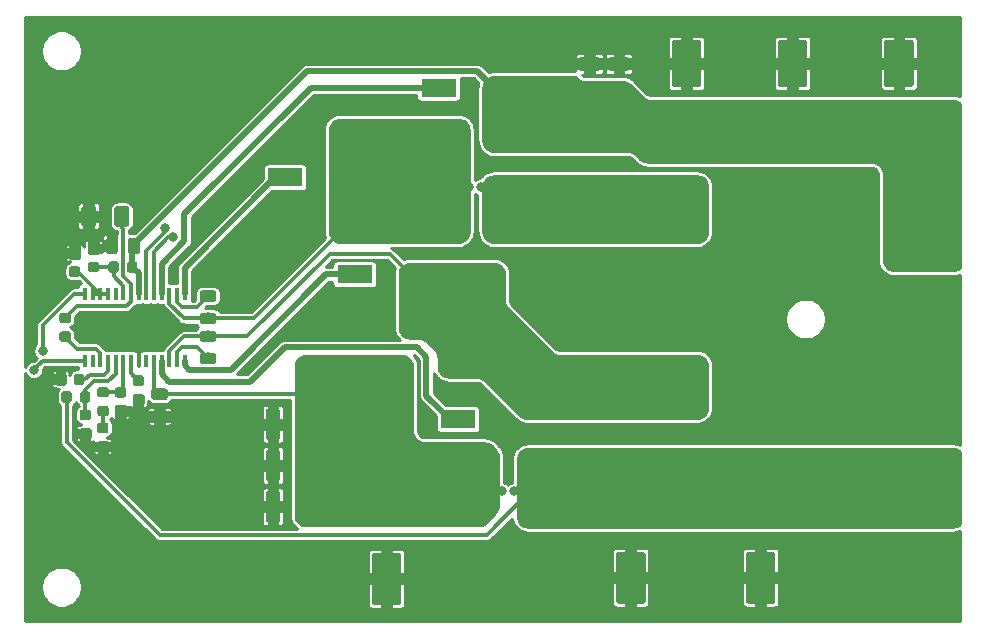
<source format=gbr>
G04 #@! TF.GenerationSoftware,KiCad,Pcbnew,5.1.4-e60b266~84~ubuntu18.04.1*
G04 #@! TF.CreationDate,2019-10-13T11:44:25+02:00*
G04 #@! TF.ProjectId,Buck_boost,4275636b-5f62-46f6-9f73-742e6b696361,rev?*
G04 #@! TF.SameCoordinates,Original*
G04 #@! TF.FileFunction,Copper,L1,Top*
G04 #@! TF.FilePolarity,Positive*
%FSLAX46Y46*%
G04 Gerber Fmt 4.6, Leading zero omitted, Abs format (unit mm)*
G04 Created by KiCad (PCBNEW 5.1.4-e60b266~84~ubuntu18.04.1) date 2019-10-13 11:44:25*
%MOMM*%
%LPD*%
G04 APERTURE LIST*
%ADD10R,12.500000X3.150000*%
%ADD11C,0.100000*%
%ADD12C,2.500000*%
%ADD13C,1.250000*%
%ADD14C,0.975000*%
%ADD15C,0.875000*%
%ADD16R,3.000000X1.600000*%
%ADD17R,6.200000X5.800000*%
%ADD18C,1.350000*%
%ADD19R,4.750000X2.740000*%
%ADD20R,0.400000X1.100000*%
%ADD21C,1.200000*%
%ADD22C,3.000000*%
%ADD23C,0.800000*%
%ADD24C,0.500000*%
%ADD25C,0.300000*%
%ADD26C,0.254000*%
G04 APERTURE END LIST*
D10*
X181700000Y-125475000D03*
X181700000Y-110125000D03*
D11*
G36*
X205424504Y-96351204D02*
G01*
X205448773Y-96354804D01*
X205472571Y-96360765D01*
X205495671Y-96369030D01*
X205517849Y-96379520D01*
X205538893Y-96392133D01*
X205558598Y-96406747D01*
X205576777Y-96423223D01*
X205593253Y-96441402D01*
X205607867Y-96461107D01*
X205620480Y-96482151D01*
X205630970Y-96504329D01*
X205639235Y-96527429D01*
X205645196Y-96551227D01*
X205648796Y-96575496D01*
X205650000Y-96600000D01*
X205650000Y-100100000D01*
X205648796Y-100124504D01*
X205645196Y-100148773D01*
X205639235Y-100172571D01*
X205630970Y-100195671D01*
X205620480Y-100217849D01*
X205607867Y-100238893D01*
X205593253Y-100258598D01*
X205576777Y-100276777D01*
X205558598Y-100293253D01*
X205538893Y-100307867D01*
X205517849Y-100320480D01*
X205495671Y-100330970D01*
X205472571Y-100339235D01*
X205448773Y-100345196D01*
X205424504Y-100348796D01*
X205400000Y-100350000D01*
X203400000Y-100350000D01*
X203375496Y-100348796D01*
X203351227Y-100345196D01*
X203327429Y-100339235D01*
X203304329Y-100330970D01*
X203282151Y-100320480D01*
X203261107Y-100307867D01*
X203241402Y-100293253D01*
X203223223Y-100276777D01*
X203206747Y-100258598D01*
X203192133Y-100238893D01*
X203179520Y-100217849D01*
X203169030Y-100195671D01*
X203160765Y-100172571D01*
X203154804Y-100148773D01*
X203151204Y-100124504D01*
X203150000Y-100100000D01*
X203150000Y-96600000D01*
X203151204Y-96575496D01*
X203154804Y-96551227D01*
X203160765Y-96527429D01*
X203169030Y-96504329D01*
X203179520Y-96482151D01*
X203192133Y-96461107D01*
X203206747Y-96441402D01*
X203223223Y-96423223D01*
X203241402Y-96406747D01*
X203261107Y-96392133D01*
X203282151Y-96379520D01*
X203304329Y-96369030D01*
X203327429Y-96360765D01*
X203351227Y-96354804D01*
X203375496Y-96351204D01*
X203400000Y-96350000D01*
X205400000Y-96350000D01*
X205424504Y-96351204D01*
X205424504Y-96351204D01*
G37*
D12*
X204400000Y-98350000D03*
D11*
G36*
X205424504Y-102451204D02*
G01*
X205448773Y-102454804D01*
X205472571Y-102460765D01*
X205495671Y-102469030D01*
X205517849Y-102479520D01*
X205538893Y-102492133D01*
X205558598Y-102506747D01*
X205576777Y-102523223D01*
X205593253Y-102541402D01*
X205607867Y-102561107D01*
X205620480Y-102582151D01*
X205630970Y-102604329D01*
X205639235Y-102627429D01*
X205645196Y-102651227D01*
X205648796Y-102675496D01*
X205650000Y-102700000D01*
X205650000Y-106200000D01*
X205648796Y-106224504D01*
X205645196Y-106248773D01*
X205639235Y-106272571D01*
X205630970Y-106295671D01*
X205620480Y-106317849D01*
X205607867Y-106338893D01*
X205593253Y-106358598D01*
X205576777Y-106376777D01*
X205558598Y-106393253D01*
X205538893Y-106407867D01*
X205517849Y-106420480D01*
X205495671Y-106430970D01*
X205472571Y-106439235D01*
X205448773Y-106445196D01*
X205424504Y-106448796D01*
X205400000Y-106450000D01*
X203400000Y-106450000D01*
X203375496Y-106448796D01*
X203351227Y-106445196D01*
X203327429Y-106439235D01*
X203304329Y-106430970D01*
X203282151Y-106420480D01*
X203261107Y-106407867D01*
X203241402Y-106393253D01*
X203223223Y-106376777D01*
X203206747Y-106358598D01*
X203192133Y-106338893D01*
X203179520Y-106317849D01*
X203169030Y-106295671D01*
X203160765Y-106272571D01*
X203154804Y-106248773D01*
X203151204Y-106224504D01*
X203150000Y-106200000D01*
X203150000Y-102700000D01*
X203151204Y-102675496D01*
X203154804Y-102651227D01*
X203160765Y-102627429D01*
X203169030Y-102604329D01*
X203179520Y-102582151D01*
X203192133Y-102561107D01*
X203206747Y-102541402D01*
X203223223Y-102523223D01*
X203241402Y-102506747D01*
X203261107Y-102492133D01*
X203282151Y-102479520D01*
X203304329Y-102469030D01*
X203327429Y-102460765D01*
X203351227Y-102454804D01*
X203375496Y-102451204D01*
X203400000Y-102450000D01*
X205400000Y-102450000D01*
X205424504Y-102451204D01*
X205424504Y-102451204D01*
G37*
D12*
X204400000Y-104450000D03*
D11*
G36*
X196424504Y-96351204D02*
G01*
X196448773Y-96354804D01*
X196472571Y-96360765D01*
X196495671Y-96369030D01*
X196517849Y-96379520D01*
X196538893Y-96392133D01*
X196558598Y-96406747D01*
X196576777Y-96423223D01*
X196593253Y-96441402D01*
X196607867Y-96461107D01*
X196620480Y-96482151D01*
X196630970Y-96504329D01*
X196639235Y-96527429D01*
X196645196Y-96551227D01*
X196648796Y-96575496D01*
X196650000Y-96600000D01*
X196650000Y-100100000D01*
X196648796Y-100124504D01*
X196645196Y-100148773D01*
X196639235Y-100172571D01*
X196630970Y-100195671D01*
X196620480Y-100217849D01*
X196607867Y-100238893D01*
X196593253Y-100258598D01*
X196576777Y-100276777D01*
X196558598Y-100293253D01*
X196538893Y-100307867D01*
X196517849Y-100320480D01*
X196495671Y-100330970D01*
X196472571Y-100339235D01*
X196448773Y-100345196D01*
X196424504Y-100348796D01*
X196400000Y-100350000D01*
X194400000Y-100350000D01*
X194375496Y-100348796D01*
X194351227Y-100345196D01*
X194327429Y-100339235D01*
X194304329Y-100330970D01*
X194282151Y-100320480D01*
X194261107Y-100307867D01*
X194241402Y-100293253D01*
X194223223Y-100276777D01*
X194206747Y-100258598D01*
X194192133Y-100238893D01*
X194179520Y-100217849D01*
X194169030Y-100195671D01*
X194160765Y-100172571D01*
X194154804Y-100148773D01*
X194151204Y-100124504D01*
X194150000Y-100100000D01*
X194150000Y-96600000D01*
X194151204Y-96575496D01*
X194154804Y-96551227D01*
X194160765Y-96527429D01*
X194169030Y-96504329D01*
X194179520Y-96482151D01*
X194192133Y-96461107D01*
X194206747Y-96441402D01*
X194223223Y-96423223D01*
X194241402Y-96406747D01*
X194261107Y-96392133D01*
X194282151Y-96379520D01*
X194304329Y-96369030D01*
X194327429Y-96360765D01*
X194351227Y-96354804D01*
X194375496Y-96351204D01*
X194400000Y-96350000D01*
X196400000Y-96350000D01*
X196424504Y-96351204D01*
X196424504Y-96351204D01*
G37*
D12*
X195400000Y-98350000D03*
D11*
G36*
X196424504Y-102451204D02*
G01*
X196448773Y-102454804D01*
X196472571Y-102460765D01*
X196495671Y-102469030D01*
X196517849Y-102479520D01*
X196538893Y-102492133D01*
X196558598Y-102506747D01*
X196576777Y-102523223D01*
X196593253Y-102541402D01*
X196607867Y-102561107D01*
X196620480Y-102582151D01*
X196630970Y-102604329D01*
X196639235Y-102627429D01*
X196645196Y-102651227D01*
X196648796Y-102675496D01*
X196650000Y-102700000D01*
X196650000Y-106200000D01*
X196648796Y-106224504D01*
X196645196Y-106248773D01*
X196639235Y-106272571D01*
X196630970Y-106295671D01*
X196620480Y-106317849D01*
X196607867Y-106338893D01*
X196593253Y-106358598D01*
X196576777Y-106376777D01*
X196558598Y-106393253D01*
X196538893Y-106407867D01*
X196517849Y-106420480D01*
X196495671Y-106430970D01*
X196472571Y-106439235D01*
X196448773Y-106445196D01*
X196424504Y-106448796D01*
X196400000Y-106450000D01*
X194400000Y-106450000D01*
X194375496Y-106448796D01*
X194351227Y-106445196D01*
X194327429Y-106439235D01*
X194304329Y-106430970D01*
X194282151Y-106420480D01*
X194261107Y-106407867D01*
X194241402Y-106393253D01*
X194223223Y-106376777D01*
X194206747Y-106358598D01*
X194192133Y-106338893D01*
X194179520Y-106317849D01*
X194169030Y-106295671D01*
X194160765Y-106272571D01*
X194154804Y-106248773D01*
X194151204Y-106224504D01*
X194150000Y-106200000D01*
X194150000Y-102700000D01*
X194151204Y-102675496D01*
X194154804Y-102651227D01*
X194160765Y-102627429D01*
X194169030Y-102604329D01*
X194179520Y-102582151D01*
X194192133Y-102561107D01*
X194206747Y-102541402D01*
X194223223Y-102523223D01*
X194241402Y-102506747D01*
X194261107Y-102492133D01*
X194282151Y-102479520D01*
X194304329Y-102469030D01*
X194327429Y-102460765D01*
X194351227Y-102454804D01*
X194375496Y-102451204D01*
X194400000Y-102450000D01*
X196400000Y-102450000D01*
X196424504Y-102451204D01*
X196424504Y-102451204D01*
G37*
D12*
X195400000Y-104450000D03*
D11*
G36*
X187424504Y-96351204D02*
G01*
X187448773Y-96354804D01*
X187472571Y-96360765D01*
X187495671Y-96369030D01*
X187517849Y-96379520D01*
X187538893Y-96392133D01*
X187558598Y-96406747D01*
X187576777Y-96423223D01*
X187593253Y-96441402D01*
X187607867Y-96461107D01*
X187620480Y-96482151D01*
X187630970Y-96504329D01*
X187639235Y-96527429D01*
X187645196Y-96551227D01*
X187648796Y-96575496D01*
X187650000Y-96600000D01*
X187650000Y-100100000D01*
X187648796Y-100124504D01*
X187645196Y-100148773D01*
X187639235Y-100172571D01*
X187630970Y-100195671D01*
X187620480Y-100217849D01*
X187607867Y-100238893D01*
X187593253Y-100258598D01*
X187576777Y-100276777D01*
X187558598Y-100293253D01*
X187538893Y-100307867D01*
X187517849Y-100320480D01*
X187495671Y-100330970D01*
X187472571Y-100339235D01*
X187448773Y-100345196D01*
X187424504Y-100348796D01*
X187400000Y-100350000D01*
X185400000Y-100350000D01*
X185375496Y-100348796D01*
X185351227Y-100345196D01*
X185327429Y-100339235D01*
X185304329Y-100330970D01*
X185282151Y-100320480D01*
X185261107Y-100307867D01*
X185241402Y-100293253D01*
X185223223Y-100276777D01*
X185206747Y-100258598D01*
X185192133Y-100238893D01*
X185179520Y-100217849D01*
X185169030Y-100195671D01*
X185160765Y-100172571D01*
X185154804Y-100148773D01*
X185151204Y-100124504D01*
X185150000Y-100100000D01*
X185150000Y-96600000D01*
X185151204Y-96575496D01*
X185154804Y-96551227D01*
X185160765Y-96527429D01*
X185169030Y-96504329D01*
X185179520Y-96482151D01*
X185192133Y-96461107D01*
X185206747Y-96441402D01*
X185223223Y-96423223D01*
X185241402Y-96406747D01*
X185261107Y-96392133D01*
X185282151Y-96379520D01*
X185304329Y-96369030D01*
X185327429Y-96360765D01*
X185351227Y-96354804D01*
X185375496Y-96351204D01*
X185400000Y-96350000D01*
X187400000Y-96350000D01*
X187424504Y-96351204D01*
X187424504Y-96351204D01*
G37*
D12*
X186400000Y-98350000D03*
D11*
G36*
X187424504Y-102451204D02*
G01*
X187448773Y-102454804D01*
X187472571Y-102460765D01*
X187495671Y-102469030D01*
X187517849Y-102479520D01*
X187538893Y-102492133D01*
X187558598Y-102506747D01*
X187576777Y-102523223D01*
X187593253Y-102541402D01*
X187607867Y-102561107D01*
X187620480Y-102582151D01*
X187630970Y-102604329D01*
X187639235Y-102627429D01*
X187645196Y-102651227D01*
X187648796Y-102675496D01*
X187650000Y-102700000D01*
X187650000Y-106200000D01*
X187648796Y-106224504D01*
X187645196Y-106248773D01*
X187639235Y-106272571D01*
X187630970Y-106295671D01*
X187620480Y-106317849D01*
X187607867Y-106338893D01*
X187593253Y-106358598D01*
X187576777Y-106376777D01*
X187558598Y-106393253D01*
X187538893Y-106407867D01*
X187517849Y-106420480D01*
X187495671Y-106430970D01*
X187472571Y-106439235D01*
X187448773Y-106445196D01*
X187424504Y-106448796D01*
X187400000Y-106450000D01*
X185400000Y-106450000D01*
X185375496Y-106448796D01*
X185351227Y-106445196D01*
X185327429Y-106439235D01*
X185304329Y-106430970D01*
X185282151Y-106420480D01*
X185261107Y-106407867D01*
X185241402Y-106393253D01*
X185223223Y-106376777D01*
X185206747Y-106358598D01*
X185192133Y-106338893D01*
X185179520Y-106317849D01*
X185169030Y-106295671D01*
X185160765Y-106272571D01*
X185154804Y-106248773D01*
X185151204Y-106224504D01*
X185150000Y-106200000D01*
X185150000Y-102700000D01*
X185151204Y-102675496D01*
X185154804Y-102651227D01*
X185160765Y-102627429D01*
X185169030Y-102604329D01*
X185179520Y-102582151D01*
X185192133Y-102561107D01*
X185206747Y-102541402D01*
X185223223Y-102523223D01*
X185241402Y-102506747D01*
X185261107Y-102492133D01*
X185282151Y-102479520D01*
X185304329Y-102469030D01*
X185327429Y-102460765D01*
X185351227Y-102454804D01*
X185375496Y-102451204D01*
X185400000Y-102450000D01*
X187400000Y-102450000D01*
X187424504Y-102451204D01*
X187424504Y-102451204D01*
G37*
D12*
X186400000Y-104450000D03*
D11*
G36*
X178849504Y-97776204D02*
G01*
X178873773Y-97779804D01*
X178897571Y-97785765D01*
X178920671Y-97794030D01*
X178942849Y-97804520D01*
X178963893Y-97817133D01*
X178983598Y-97831747D01*
X179001777Y-97848223D01*
X179018253Y-97866402D01*
X179032867Y-97886107D01*
X179045480Y-97907151D01*
X179055970Y-97929329D01*
X179064235Y-97952429D01*
X179070196Y-97976227D01*
X179073796Y-98000496D01*
X179075000Y-98025000D01*
X179075000Y-98775000D01*
X179073796Y-98799504D01*
X179070196Y-98823773D01*
X179064235Y-98847571D01*
X179055970Y-98870671D01*
X179045480Y-98892849D01*
X179032867Y-98913893D01*
X179018253Y-98933598D01*
X179001777Y-98951777D01*
X178983598Y-98968253D01*
X178963893Y-98982867D01*
X178942849Y-98995480D01*
X178920671Y-99005970D01*
X178897571Y-99014235D01*
X178873773Y-99020196D01*
X178849504Y-99023796D01*
X178825000Y-99025000D01*
X177575000Y-99025000D01*
X177550496Y-99023796D01*
X177526227Y-99020196D01*
X177502429Y-99014235D01*
X177479329Y-99005970D01*
X177457151Y-98995480D01*
X177436107Y-98982867D01*
X177416402Y-98968253D01*
X177398223Y-98951777D01*
X177381747Y-98933598D01*
X177367133Y-98913893D01*
X177354520Y-98892849D01*
X177344030Y-98870671D01*
X177335765Y-98847571D01*
X177329804Y-98823773D01*
X177326204Y-98799504D01*
X177325000Y-98775000D01*
X177325000Y-98025000D01*
X177326204Y-98000496D01*
X177329804Y-97976227D01*
X177335765Y-97952429D01*
X177344030Y-97929329D01*
X177354520Y-97907151D01*
X177367133Y-97886107D01*
X177381747Y-97866402D01*
X177398223Y-97848223D01*
X177416402Y-97831747D01*
X177436107Y-97817133D01*
X177457151Y-97804520D01*
X177479329Y-97794030D01*
X177502429Y-97785765D01*
X177526227Y-97779804D01*
X177550496Y-97776204D01*
X177575000Y-97775000D01*
X178825000Y-97775000D01*
X178849504Y-97776204D01*
X178849504Y-97776204D01*
G37*
D13*
X178200000Y-98400000D03*
D11*
G36*
X178849504Y-100576204D02*
G01*
X178873773Y-100579804D01*
X178897571Y-100585765D01*
X178920671Y-100594030D01*
X178942849Y-100604520D01*
X178963893Y-100617133D01*
X178983598Y-100631747D01*
X179001777Y-100648223D01*
X179018253Y-100666402D01*
X179032867Y-100686107D01*
X179045480Y-100707151D01*
X179055970Y-100729329D01*
X179064235Y-100752429D01*
X179070196Y-100776227D01*
X179073796Y-100800496D01*
X179075000Y-100825000D01*
X179075000Y-101575000D01*
X179073796Y-101599504D01*
X179070196Y-101623773D01*
X179064235Y-101647571D01*
X179055970Y-101670671D01*
X179045480Y-101692849D01*
X179032867Y-101713893D01*
X179018253Y-101733598D01*
X179001777Y-101751777D01*
X178983598Y-101768253D01*
X178963893Y-101782867D01*
X178942849Y-101795480D01*
X178920671Y-101805970D01*
X178897571Y-101814235D01*
X178873773Y-101820196D01*
X178849504Y-101823796D01*
X178825000Y-101825000D01*
X177575000Y-101825000D01*
X177550496Y-101823796D01*
X177526227Y-101820196D01*
X177502429Y-101814235D01*
X177479329Y-101805970D01*
X177457151Y-101795480D01*
X177436107Y-101782867D01*
X177416402Y-101768253D01*
X177398223Y-101751777D01*
X177381747Y-101733598D01*
X177367133Y-101713893D01*
X177354520Y-101692849D01*
X177344030Y-101670671D01*
X177335765Y-101647571D01*
X177329804Y-101623773D01*
X177326204Y-101599504D01*
X177325000Y-101575000D01*
X177325000Y-100825000D01*
X177326204Y-100800496D01*
X177329804Y-100776227D01*
X177335765Y-100752429D01*
X177344030Y-100729329D01*
X177354520Y-100707151D01*
X177367133Y-100686107D01*
X177381747Y-100666402D01*
X177398223Y-100648223D01*
X177416402Y-100631747D01*
X177436107Y-100617133D01*
X177457151Y-100604520D01*
X177479329Y-100594030D01*
X177502429Y-100585765D01*
X177526227Y-100579804D01*
X177550496Y-100576204D01*
X177575000Y-100575000D01*
X178825000Y-100575000D01*
X178849504Y-100576204D01*
X178849504Y-100576204D01*
G37*
D13*
X178200000Y-101200000D03*
D11*
G36*
X181349504Y-97776204D02*
G01*
X181373773Y-97779804D01*
X181397571Y-97785765D01*
X181420671Y-97794030D01*
X181442849Y-97804520D01*
X181463893Y-97817133D01*
X181483598Y-97831747D01*
X181501777Y-97848223D01*
X181518253Y-97866402D01*
X181532867Y-97886107D01*
X181545480Y-97907151D01*
X181555970Y-97929329D01*
X181564235Y-97952429D01*
X181570196Y-97976227D01*
X181573796Y-98000496D01*
X181575000Y-98025000D01*
X181575000Y-98775000D01*
X181573796Y-98799504D01*
X181570196Y-98823773D01*
X181564235Y-98847571D01*
X181555970Y-98870671D01*
X181545480Y-98892849D01*
X181532867Y-98913893D01*
X181518253Y-98933598D01*
X181501777Y-98951777D01*
X181483598Y-98968253D01*
X181463893Y-98982867D01*
X181442849Y-98995480D01*
X181420671Y-99005970D01*
X181397571Y-99014235D01*
X181373773Y-99020196D01*
X181349504Y-99023796D01*
X181325000Y-99025000D01*
X180075000Y-99025000D01*
X180050496Y-99023796D01*
X180026227Y-99020196D01*
X180002429Y-99014235D01*
X179979329Y-99005970D01*
X179957151Y-98995480D01*
X179936107Y-98982867D01*
X179916402Y-98968253D01*
X179898223Y-98951777D01*
X179881747Y-98933598D01*
X179867133Y-98913893D01*
X179854520Y-98892849D01*
X179844030Y-98870671D01*
X179835765Y-98847571D01*
X179829804Y-98823773D01*
X179826204Y-98799504D01*
X179825000Y-98775000D01*
X179825000Y-98025000D01*
X179826204Y-98000496D01*
X179829804Y-97976227D01*
X179835765Y-97952429D01*
X179844030Y-97929329D01*
X179854520Y-97907151D01*
X179867133Y-97886107D01*
X179881747Y-97866402D01*
X179898223Y-97848223D01*
X179916402Y-97831747D01*
X179936107Y-97817133D01*
X179957151Y-97804520D01*
X179979329Y-97794030D01*
X180002429Y-97785765D01*
X180026227Y-97779804D01*
X180050496Y-97776204D01*
X180075000Y-97775000D01*
X181325000Y-97775000D01*
X181349504Y-97776204D01*
X181349504Y-97776204D01*
G37*
D13*
X180700000Y-98400000D03*
D11*
G36*
X181349504Y-100576204D02*
G01*
X181373773Y-100579804D01*
X181397571Y-100585765D01*
X181420671Y-100594030D01*
X181442849Y-100604520D01*
X181463893Y-100617133D01*
X181483598Y-100631747D01*
X181501777Y-100648223D01*
X181518253Y-100666402D01*
X181532867Y-100686107D01*
X181545480Y-100707151D01*
X181555970Y-100729329D01*
X181564235Y-100752429D01*
X181570196Y-100776227D01*
X181573796Y-100800496D01*
X181575000Y-100825000D01*
X181575000Y-101575000D01*
X181573796Y-101599504D01*
X181570196Y-101623773D01*
X181564235Y-101647571D01*
X181555970Y-101670671D01*
X181545480Y-101692849D01*
X181532867Y-101713893D01*
X181518253Y-101733598D01*
X181501777Y-101751777D01*
X181483598Y-101768253D01*
X181463893Y-101782867D01*
X181442849Y-101795480D01*
X181420671Y-101805970D01*
X181397571Y-101814235D01*
X181373773Y-101820196D01*
X181349504Y-101823796D01*
X181325000Y-101825000D01*
X180075000Y-101825000D01*
X180050496Y-101823796D01*
X180026227Y-101820196D01*
X180002429Y-101814235D01*
X179979329Y-101805970D01*
X179957151Y-101795480D01*
X179936107Y-101782867D01*
X179916402Y-101768253D01*
X179898223Y-101751777D01*
X179881747Y-101733598D01*
X179867133Y-101713893D01*
X179854520Y-101692849D01*
X179844030Y-101670671D01*
X179835765Y-101647571D01*
X179829804Y-101623773D01*
X179826204Y-101599504D01*
X179825000Y-101575000D01*
X179825000Y-100825000D01*
X179826204Y-100800496D01*
X179829804Y-100776227D01*
X179835765Y-100752429D01*
X179844030Y-100729329D01*
X179854520Y-100707151D01*
X179867133Y-100686107D01*
X179881747Y-100666402D01*
X179898223Y-100648223D01*
X179916402Y-100631747D01*
X179936107Y-100617133D01*
X179957151Y-100604520D01*
X179979329Y-100594030D01*
X180002429Y-100585765D01*
X180026227Y-100579804D01*
X180050496Y-100576204D01*
X180075000Y-100575000D01*
X181325000Y-100575000D01*
X181349504Y-100576204D01*
X181349504Y-100576204D01*
G37*
D13*
X180700000Y-101200000D03*
D11*
G36*
X138030142Y-113101174D02*
G01*
X138053803Y-113104684D01*
X138077007Y-113110496D01*
X138099529Y-113118554D01*
X138121153Y-113128782D01*
X138141670Y-113141079D01*
X138160883Y-113155329D01*
X138178607Y-113171393D01*
X138194671Y-113189117D01*
X138208921Y-113208330D01*
X138221218Y-113228847D01*
X138231446Y-113250471D01*
X138239504Y-113272993D01*
X138245316Y-113296197D01*
X138248826Y-113319858D01*
X138250000Y-113343750D01*
X138250000Y-114256250D01*
X138248826Y-114280142D01*
X138245316Y-114303803D01*
X138239504Y-114327007D01*
X138231446Y-114349529D01*
X138221218Y-114371153D01*
X138208921Y-114391670D01*
X138194671Y-114410883D01*
X138178607Y-114428607D01*
X138160883Y-114444671D01*
X138141670Y-114458921D01*
X138121153Y-114471218D01*
X138099529Y-114481446D01*
X138077007Y-114489504D01*
X138053803Y-114495316D01*
X138030142Y-114498826D01*
X138006250Y-114500000D01*
X137518750Y-114500000D01*
X137494858Y-114498826D01*
X137471197Y-114495316D01*
X137447993Y-114489504D01*
X137425471Y-114481446D01*
X137403847Y-114471218D01*
X137383330Y-114458921D01*
X137364117Y-114444671D01*
X137346393Y-114428607D01*
X137330329Y-114410883D01*
X137316079Y-114391670D01*
X137303782Y-114371153D01*
X137293554Y-114349529D01*
X137285496Y-114327007D01*
X137279684Y-114303803D01*
X137276174Y-114280142D01*
X137275000Y-114256250D01*
X137275000Y-113343750D01*
X137276174Y-113319858D01*
X137279684Y-113296197D01*
X137285496Y-113272993D01*
X137293554Y-113250471D01*
X137303782Y-113228847D01*
X137316079Y-113208330D01*
X137330329Y-113189117D01*
X137346393Y-113171393D01*
X137364117Y-113155329D01*
X137383330Y-113141079D01*
X137403847Y-113128782D01*
X137425471Y-113118554D01*
X137447993Y-113110496D01*
X137471197Y-113104684D01*
X137494858Y-113101174D01*
X137518750Y-113100000D01*
X138006250Y-113100000D01*
X138030142Y-113101174D01*
X138030142Y-113101174D01*
G37*
D14*
X137762500Y-113800000D03*
D11*
G36*
X139905142Y-113101174D02*
G01*
X139928803Y-113104684D01*
X139952007Y-113110496D01*
X139974529Y-113118554D01*
X139996153Y-113128782D01*
X140016670Y-113141079D01*
X140035883Y-113155329D01*
X140053607Y-113171393D01*
X140069671Y-113189117D01*
X140083921Y-113208330D01*
X140096218Y-113228847D01*
X140106446Y-113250471D01*
X140114504Y-113272993D01*
X140120316Y-113296197D01*
X140123826Y-113319858D01*
X140125000Y-113343750D01*
X140125000Y-114256250D01*
X140123826Y-114280142D01*
X140120316Y-114303803D01*
X140114504Y-114327007D01*
X140106446Y-114349529D01*
X140096218Y-114371153D01*
X140083921Y-114391670D01*
X140069671Y-114410883D01*
X140053607Y-114428607D01*
X140035883Y-114444671D01*
X140016670Y-114458921D01*
X139996153Y-114471218D01*
X139974529Y-114481446D01*
X139952007Y-114489504D01*
X139928803Y-114495316D01*
X139905142Y-114498826D01*
X139881250Y-114500000D01*
X139393750Y-114500000D01*
X139369858Y-114498826D01*
X139346197Y-114495316D01*
X139322993Y-114489504D01*
X139300471Y-114481446D01*
X139278847Y-114471218D01*
X139258330Y-114458921D01*
X139239117Y-114444671D01*
X139221393Y-114428607D01*
X139205329Y-114410883D01*
X139191079Y-114391670D01*
X139178782Y-114371153D01*
X139168554Y-114349529D01*
X139160496Y-114327007D01*
X139154684Y-114303803D01*
X139151174Y-114280142D01*
X139150000Y-114256250D01*
X139150000Y-113343750D01*
X139151174Y-113319858D01*
X139154684Y-113296197D01*
X139160496Y-113272993D01*
X139168554Y-113250471D01*
X139178782Y-113228847D01*
X139191079Y-113208330D01*
X139205329Y-113189117D01*
X139221393Y-113171393D01*
X139239117Y-113155329D01*
X139258330Y-113141079D01*
X139278847Y-113128782D01*
X139300471Y-113118554D01*
X139322993Y-113110496D01*
X139346197Y-113104684D01*
X139369858Y-113101174D01*
X139393750Y-113100000D01*
X139881250Y-113100000D01*
X139905142Y-113101174D01*
X139905142Y-113101174D01*
G37*
D14*
X139637500Y-113800000D03*
D11*
G36*
X136199504Y-110426204D02*
G01*
X136223773Y-110429804D01*
X136247571Y-110435765D01*
X136270671Y-110444030D01*
X136292849Y-110454520D01*
X136313893Y-110467133D01*
X136333598Y-110481747D01*
X136351777Y-110498223D01*
X136368253Y-110516402D01*
X136382867Y-110536107D01*
X136395480Y-110557151D01*
X136405970Y-110579329D01*
X136414235Y-110602429D01*
X136420196Y-110626227D01*
X136423796Y-110650496D01*
X136425000Y-110675000D01*
X136425000Y-111925000D01*
X136423796Y-111949504D01*
X136420196Y-111973773D01*
X136414235Y-111997571D01*
X136405970Y-112020671D01*
X136395480Y-112042849D01*
X136382867Y-112063893D01*
X136368253Y-112083598D01*
X136351777Y-112101777D01*
X136333598Y-112118253D01*
X136313893Y-112132867D01*
X136292849Y-112145480D01*
X136270671Y-112155970D01*
X136247571Y-112164235D01*
X136223773Y-112170196D01*
X136199504Y-112173796D01*
X136175000Y-112175000D01*
X135425000Y-112175000D01*
X135400496Y-112173796D01*
X135376227Y-112170196D01*
X135352429Y-112164235D01*
X135329329Y-112155970D01*
X135307151Y-112145480D01*
X135286107Y-112132867D01*
X135266402Y-112118253D01*
X135248223Y-112101777D01*
X135231747Y-112083598D01*
X135217133Y-112063893D01*
X135204520Y-112042849D01*
X135194030Y-112020671D01*
X135185765Y-111997571D01*
X135179804Y-111973773D01*
X135176204Y-111949504D01*
X135175000Y-111925000D01*
X135175000Y-110675000D01*
X135176204Y-110650496D01*
X135179804Y-110626227D01*
X135185765Y-110602429D01*
X135194030Y-110579329D01*
X135204520Y-110557151D01*
X135217133Y-110536107D01*
X135231747Y-110516402D01*
X135248223Y-110498223D01*
X135266402Y-110481747D01*
X135286107Y-110467133D01*
X135307151Y-110454520D01*
X135329329Y-110444030D01*
X135352429Y-110435765D01*
X135376227Y-110429804D01*
X135400496Y-110426204D01*
X135425000Y-110425000D01*
X136175000Y-110425000D01*
X136199504Y-110426204D01*
X136199504Y-110426204D01*
G37*
D13*
X135800000Y-111300000D03*
D11*
G36*
X138999504Y-110426204D02*
G01*
X139023773Y-110429804D01*
X139047571Y-110435765D01*
X139070671Y-110444030D01*
X139092849Y-110454520D01*
X139113893Y-110467133D01*
X139133598Y-110481747D01*
X139151777Y-110498223D01*
X139168253Y-110516402D01*
X139182867Y-110536107D01*
X139195480Y-110557151D01*
X139205970Y-110579329D01*
X139214235Y-110602429D01*
X139220196Y-110626227D01*
X139223796Y-110650496D01*
X139225000Y-110675000D01*
X139225000Y-111925000D01*
X139223796Y-111949504D01*
X139220196Y-111973773D01*
X139214235Y-111997571D01*
X139205970Y-112020671D01*
X139195480Y-112042849D01*
X139182867Y-112063893D01*
X139168253Y-112083598D01*
X139151777Y-112101777D01*
X139133598Y-112118253D01*
X139113893Y-112132867D01*
X139092849Y-112145480D01*
X139070671Y-112155970D01*
X139047571Y-112164235D01*
X139023773Y-112170196D01*
X138999504Y-112173796D01*
X138975000Y-112175000D01*
X138225000Y-112175000D01*
X138200496Y-112173796D01*
X138176227Y-112170196D01*
X138152429Y-112164235D01*
X138129329Y-112155970D01*
X138107151Y-112145480D01*
X138086107Y-112132867D01*
X138066402Y-112118253D01*
X138048223Y-112101777D01*
X138031747Y-112083598D01*
X138017133Y-112063893D01*
X138004520Y-112042849D01*
X137994030Y-112020671D01*
X137985765Y-111997571D01*
X137979804Y-111973773D01*
X137976204Y-111949504D01*
X137975000Y-111925000D01*
X137975000Y-110675000D01*
X137976204Y-110650496D01*
X137979804Y-110626227D01*
X137985765Y-110602429D01*
X137994030Y-110579329D01*
X138004520Y-110557151D01*
X138017133Y-110536107D01*
X138031747Y-110516402D01*
X138048223Y-110498223D01*
X138066402Y-110481747D01*
X138086107Y-110467133D01*
X138107151Y-110454520D01*
X138129329Y-110444030D01*
X138152429Y-110435765D01*
X138176227Y-110429804D01*
X138200496Y-110426204D01*
X138225000Y-110425000D01*
X138975000Y-110425000D01*
X138999504Y-110426204D01*
X138999504Y-110426204D01*
G37*
D13*
X138600000Y-111300000D03*
D11*
G36*
X134877691Y-113976053D02*
G01*
X134898926Y-113979203D01*
X134919750Y-113984419D01*
X134939962Y-113991651D01*
X134959368Y-114000830D01*
X134977781Y-114011866D01*
X134995024Y-114024654D01*
X135010930Y-114039070D01*
X135025346Y-114054976D01*
X135038134Y-114072219D01*
X135049170Y-114090632D01*
X135058349Y-114110038D01*
X135065581Y-114130250D01*
X135070797Y-114151074D01*
X135073947Y-114172309D01*
X135075000Y-114193750D01*
X135075000Y-114631250D01*
X135073947Y-114652691D01*
X135070797Y-114673926D01*
X135065581Y-114694750D01*
X135058349Y-114714962D01*
X135049170Y-114734368D01*
X135038134Y-114752781D01*
X135025346Y-114770024D01*
X135010930Y-114785930D01*
X134995024Y-114800346D01*
X134977781Y-114813134D01*
X134959368Y-114824170D01*
X134939962Y-114833349D01*
X134919750Y-114840581D01*
X134898926Y-114845797D01*
X134877691Y-114848947D01*
X134856250Y-114850000D01*
X134343750Y-114850000D01*
X134322309Y-114848947D01*
X134301074Y-114845797D01*
X134280250Y-114840581D01*
X134260038Y-114833349D01*
X134240632Y-114824170D01*
X134222219Y-114813134D01*
X134204976Y-114800346D01*
X134189070Y-114785930D01*
X134174654Y-114770024D01*
X134161866Y-114752781D01*
X134150830Y-114734368D01*
X134141651Y-114714962D01*
X134134419Y-114694750D01*
X134129203Y-114673926D01*
X134126053Y-114652691D01*
X134125000Y-114631250D01*
X134125000Y-114193750D01*
X134126053Y-114172309D01*
X134129203Y-114151074D01*
X134134419Y-114130250D01*
X134141651Y-114110038D01*
X134150830Y-114090632D01*
X134161866Y-114072219D01*
X134174654Y-114054976D01*
X134189070Y-114039070D01*
X134204976Y-114024654D01*
X134222219Y-114011866D01*
X134240632Y-114000830D01*
X134260038Y-113991651D01*
X134280250Y-113984419D01*
X134301074Y-113979203D01*
X134322309Y-113976053D01*
X134343750Y-113975000D01*
X134856250Y-113975000D01*
X134877691Y-113976053D01*
X134877691Y-113976053D01*
G37*
D15*
X134600000Y-114412500D03*
D11*
G36*
X134877691Y-115551053D02*
G01*
X134898926Y-115554203D01*
X134919750Y-115559419D01*
X134939962Y-115566651D01*
X134959368Y-115575830D01*
X134977781Y-115586866D01*
X134995024Y-115599654D01*
X135010930Y-115614070D01*
X135025346Y-115629976D01*
X135038134Y-115647219D01*
X135049170Y-115665632D01*
X135058349Y-115685038D01*
X135065581Y-115705250D01*
X135070797Y-115726074D01*
X135073947Y-115747309D01*
X135075000Y-115768750D01*
X135075000Y-116206250D01*
X135073947Y-116227691D01*
X135070797Y-116248926D01*
X135065581Y-116269750D01*
X135058349Y-116289962D01*
X135049170Y-116309368D01*
X135038134Y-116327781D01*
X135025346Y-116345024D01*
X135010930Y-116360930D01*
X134995024Y-116375346D01*
X134977781Y-116388134D01*
X134959368Y-116399170D01*
X134939962Y-116408349D01*
X134919750Y-116415581D01*
X134898926Y-116420797D01*
X134877691Y-116423947D01*
X134856250Y-116425000D01*
X134343750Y-116425000D01*
X134322309Y-116423947D01*
X134301074Y-116420797D01*
X134280250Y-116415581D01*
X134260038Y-116408349D01*
X134240632Y-116399170D01*
X134222219Y-116388134D01*
X134204976Y-116375346D01*
X134189070Y-116360930D01*
X134174654Y-116345024D01*
X134161866Y-116327781D01*
X134150830Y-116309368D01*
X134141651Y-116289962D01*
X134134419Y-116269750D01*
X134129203Y-116248926D01*
X134126053Y-116227691D01*
X134125000Y-116206250D01*
X134125000Y-115768750D01*
X134126053Y-115747309D01*
X134129203Y-115726074D01*
X134134419Y-115705250D01*
X134141651Y-115685038D01*
X134150830Y-115665632D01*
X134161866Y-115647219D01*
X134174654Y-115629976D01*
X134189070Y-115614070D01*
X134204976Y-115599654D01*
X134222219Y-115586866D01*
X134240632Y-115575830D01*
X134260038Y-115566651D01*
X134280250Y-115559419D01*
X134301074Y-115554203D01*
X134322309Y-115551053D01*
X134343750Y-115550000D01*
X134856250Y-115550000D01*
X134877691Y-115551053D01*
X134877691Y-115551053D01*
G37*
D15*
X134600000Y-115987500D03*
D11*
G36*
X133652691Y-124626053D02*
G01*
X133673926Y-124629203D01*
X133694750Y-124634419D01*
X133714962Y-124641651D01*
X133734368Y-124650830D01*
X133752781Y-124661866D01*
X133770024Y-124674654D01*
X133785930Y-124689070D01*
X133800346Y-124704976D01*
X133813134Y-124722219D01*
X133824170Y-124740632D01*
X133833349Y-124760038D01*
X133840581Y-124780250D01*
X133845797Y-124801074D01*
X133848947Y-124822309D01*
X133850000Y-124843750D01*
X133850000Y-125356250D01*
X133848947Y-125377691D01*
X133845797Y-125398926D01*
X133840581Y-125419750D01*
X133833349Y-125439962D01*
X133824170Y-125459368D01*
X133813134Y-125477781D01*
X133800346Y-125495024D01*
X133785930Y-125510930D01*
X133770024Y-125525346D01*
X133752781Y-125538134D01*
X133734368Y-125549170D01*
X133714962Y-125558349D01*
X133694750Y-125565581D01*
X133673926Y-125570797D01*
X133652691Y-125573947D01*
X133631250Y-125575000D01*
X133193750Y-125575000D01*
X133172309Y-125573947D01*
X133151074Y-125570797D01*
X133130250Y-125565581D01*
X133110038Y-125558349D01*
X133090632Y-125549170D01*
X133072219Y-125538134D01*
X133054976Y-125525346D01*
X133039070Y-125510930D01*
X133024654Y-125495024D01*
X133011866Y-125477781D01*
X133000830Y-125459368D01*
X132991651Y-125439962D01*
X132984419Y-125419750D01*
X132979203Y-125398926D01*
X132976053Y-125377691D01*
X132975000Y-125356250D01*
X132975000Y-124843750D01*
X132976053Y-124822309D01*
X132979203Y-124801074D01*
X132984419Y-124780250D01*
X132991651Y-124760038D01*
X133000830Y-124740632D01*
X133011866Y-124722219D01*
X133024654Y-124704976D01*
X133039070Y-124689070D01*
X133054976Y-124674654D01*
X133072219Y-124661866D01*
X133090632Y-124650830D01*
X133110038Y-124641651D01*
X133130250Y-124634419D01*
X133151074Y-124629203D01*
X133172309Y-124626053D01*
X133193750Y-124625000D01*
X133631250Y-124625000D01*
X133652691Y-124626053D01*
X133652691Y-124626053D01*
G37*
D15*
X133412500Y-125100000D03*
D11*
G36*
X135227691Y-124626053D02*
G01*
X135248926Y-124629203D01*
X135269750Y-124634419D01*
X135289962Y-124641651D01*
X135309368Y-124650830D01*
X135327781Y-124661866D01*
X135345024Y-124674654D01*
X135360930Y-124689070D01*
X135375346Y-124704976D01*
X135388134Y-124722219D01*
X135399170Y-124740632D01*
X135408349Y-124760038D01*
X135415581Y-124780250D01*
X135420797Y-124801074D01*
X135423947Y-124822309D01*
X135425000Y-124843750D01*
X135425000Y-125356250D01*
X135423947Y-125377691D01*
X135420797Y-125398926D01*
X135415581Y-125419750D01*
X135408349Y-125439962D01*
X135399170Y-125459368D01*
X135388134Y-125477781D01*
X135375346Y-125495024D01*
X135360930Y-125510930D01*
X135345024Y-125525346D01*
X135327781Y-125538134D01*
X135309368Y-125549170D01*
X135289962Y-125558349D01*
X135269750Y-125565581D01*
X135248926Y-125570797D01*
X135227691Y-125573947D01*
X135206250Y-125575000D01*
X134768750Y-125575000D01*
X134747309Y-125573947D01*
X134726074Y-125570797D01*
X134705250Y-125565581D01*
X134685038Y-125558349D01*
X134665632Y-125549170D01*
X134647219Y-125538134D01*
X134629976Y-125525346D01*
X134614070Y-125510930D01*
X134599654Y-125495024D01*
X134586866Y-125477781D01*
X134575830Y-125459368D01*
X134566651Y-125439962D01*
X134559419Y-125419750D01*
X134554203Y-125398926D01*
X134551053Y-125377691D01*
X134550000Y-125356250D01*
X134550000Y-124843750D01*
X134551053Y-124822309D01*
X134554203Y-124801074D01*
X134559419Y-124780250D01*
X134566651Y-124760038D01*
X134575830Y-124740632D01*
X134586866Y-124722219D01*
X134599654Y-124704976D01*
X134614070Y-124689070D01*
X134629976Y-124674654D01*
X134647219Y-124661866D01*
X134665632Y-124650830D01*
X134685038Y-124641651D01*
X134705250Y-124634419D01*
X134726074Y-124629203D01*
X134747309Y-124626053D01*
X134768750Y-124625000D01*
X135206250Y-124625000D01*
X135227691Y-124626053D01*
X135227691Y-124626053D01*
G37*
D15*
X134987500Y-125100000D03*
D11*
G36*
X138777691Y-127351053D02*
G01*
X138798926Y-127354203D01*
X138819750Y-127359419D01*
X138839962Y-127366651D01*
X138859368Y-127375830D01*
X138877781Y-127386866D01*
X138895024Y-127399654D01*
X138910930Y-127414070D01*
X138925346Y-127429976D01*
X138938134Y-127447219D01*
X138949170Y-127465632D01*
X138958349Y-127485038D01*
X138965581Y-127505250D01*
X138970797Y-127526074D01*
X138973947Y-127547309D01*
X138975000Y-127568750D01*
X138975000Y-128006250D01*
X138973947Y-128027691D01*
X138970797Y-128048926D01*
X138965581Y-128069750D01*
X138958349Y-128089962D01*
X138949170Y-128109368D01*
X138938134Y-128127781D01*
X138925346Y-128145024D01*
X138910930Y-128160930D01*
X138895024Y-128175346D01*
X138877781Y-128188134D01*
X138859368Y-128199170D01*
X138839962Y-128208349D01*
X138819750Y-128215581D01*
X138798926Y-128220797D01*
X138777691Y-128223947D01*
X138756250Y-128225000D01*
X138243750Y-128225000D01*
X138222309Y-128223947D01*
X138201074Y-128220797D01*
X138180250Y-128215581D01*
X138160038Y-128208349D01*
X138140632Y-128199170D01*
X138122219Y-128188134D01*
X138104976Y-128175346D01*
X138089070Y-128160930D01*
X138074654Y-128145024D01*
X138061866Y-128127781D01*
X138050830Y-128109368D01*
X138041651Y-128089962D01*
X138034419Y-128069750D01*
X138029203Y-128048926D01*
X138026053Y-128027691D01*
X138025000Y-128006250D01*
X138025000Y-127568750D01*
X138026053Y-127547309D01*
X138029203Y-127526074D01*
X138034419Y-127505250D01*
X138041651Y-127485038D01*
X138050830Y-127465632D01*
X138061866Y-127447219D01*
X138074654Y-127429976D01*
X138089070Y-127414070D01*
X138104976Y-127399654D01*
X138122219Y-127386866D01*
X138140632Y-127375830D01*
X138160038Y-127366651D01*
X138180250Y-127359419D01*
X138201074Y-127354203D01*
X138222309Y-127351053D01*
X138243750Y-127350000D01*
X138756250Y-127350000D01*
X138777691Y-127351053D01*
X138777691Y-127351053D01*
G37*
D15*
X138500000Y-127787500D03*
D11*
G36*
X138777691Y-125776053D02*
G01*
X138798926Y-125779203D01*
X138819750Y-125784419D01*
X138839962Y-125791651D01*
X138859368Y-125800830D01*
X138877781Y-125811866D01*
X138895024Y-125824654D01*
X138910930Y-125839070D01*
X138925346Y-125854976D01*
X138938134Y-125872219D01*
X138949170Y-125890632D01*
X138958349Y-125910038D01*
X138965581Y-125930250D01*
X138970797Y-125951074D01*
X138973947Y-125972309D01*
X138975000Y-125993750D01*
X138975000Y-126431250D01*
X138973947Y-126452691D01*
X138970797Y-126473926D01*
X138965581Y-126494750D01*
X138958349Y-126514962D01*
X138949170Y-126534368D01*
X138938134Y-126552781D01*
X138925346Y-126570024D01*
X138910930Y-126585930D01*
X138895024Y-126600346D01*
X138877781Y-126613134D01*
X138859368Y-126624170D01*
X138839962Y-126633349D01*
X138819750Y-126640581D01*
X138798926Y-126645797D01*
X138777691Y-126648947D01*
X138756250Y-126650000D01*
X138243750Y-126650000D01*
X138222309Y-126648947D01*
X138201074Y-126645797D01*
X138180250Y-126640581D01*
X138160038Y-126633349D01*
X138140632Y-126624170D01*
X138122219Y-126613134D01*
X138104976Y-126600346D01*
X138089070Y-126585930D01*
X138074654Y-126570024D01*
X138061866Y-126552781D01*
X138050830Y-126534368D01*
X138041651Y-126514962D01*
X138034419Y-126494750D01*
X138029203Y-126473926D01*
X138026053Y-126452691D01*
X138025000Y-126431250D01*
X138025000Y-125993750D01*
X138026053Y-125972309D01*
X138029203Y-125951074D01*
X138034419Y-125930250D01*
X138041651Y-125910038D01*
X138050830Y-125890632D01*
X138061866Y-125872219D01*
X138074654Y-125854976D01*
X138089070Y-125839070D01*
X138104976Y-125824654D01*
X138122219Y-125811866D01*
X138140632Y-125800830D01*
X138160038Y-125791651D01*
X138180250Y-125784419D01*
X138201074Y-125779203D01*
X138222309Y-125776053D01*
X138243750Y-125775000D01*
X138756250Y-125775000D01*
X138777691Y-125776053D01*
X138777691Y-125776053D01*
G37*
D15*
X138500000Y-126212500D03*
D11*
G36*
X137277691Y-130351053D02*
G01*
X137298926Y-130354203D01*
X137319750Y-130359419D01*
X137339962Y-130366651D01*
X137359368Y-130375830D01*
X137377781Y-130386866D01*
X137395024Y-130399654D01*
X137410930Y-130414070D01*
X137425346Y-130429976D01*
X137438134Y-130447219D01*
X137449170Y-130465632D01*
X137458349Y-130485038D01*
X137465581Y-130505250D01*
X137470797Y-130526074D01*
X137473947Y-130547309D01*
X137475000Y-130568750D01*
X137475000Y-131006250D01*
X137473947Y-131027691D01*
X137470797Y-131048926D01*
X137465581Y-131069750D01*
X137458349Y-131089962D01*
X137449170Y-131109368D01*
X137438134Y-131127781D01*
X137425346Y-131145024D01*
X137410930Y-131160930D01*
X137395024Y-131175346D01*
X137377781Y-131188134D01*
X137359368Y-131199170D01*
X137339962Y-131208349D01*
X137319750Y-131215581D01*
X137298926Y-131220797D01*
X137277691Y-131223947D01*
X137256250Y-131225000D01*
X136743750Y-131225000D01*
X136722309Y-131223947D01*
X136701074Y-131220797D01*
X136680250Y-131215581D01*
X136660038Y-131208349D01*
X136640632Y-131199170D01*
X136622219Y-131188134D01*
X136604976Y-131175346D01*
X136589070Y-131160930D01*
X136574654Y-131145024D01*
X136561866Y-131127781D01*
X136550830Y-131109368D01*
X136541651Y-131089962D01*
X136534419Y-131069750D01*
X136529203Y-131048926D01*
X136526053Y-131027691D01*
X136525000Y-131006250D01*
X136525000Y-130568750D01*
X136526053Y-130547309D01*
X136529203Y-130526074D01*
X136534419Y-130505250D01*
X136541651Y-130485038D01*
X136550830Y-130465632D01*
X136561866Y-130447219D01*
X136574654Y-130429976D01*
X136589070Y-130414070D01*
X136604976Y-130399654D01*
X136622219Y-130386866D01*
X136640632Y-130375830D01*
X136660038Y-130366651D01*
X136680250Y-130359419D01*
X136701074Y-130354203D01*
X136722309Y-130351053D01*
X136743750Y-130350000D01*
X137256250Y-130350000D01*
X137277691Y-130351053D01*
X137277691Y-130351053D01*
G37*
D15*
X137000000Y-130787500D03*
D11*
G36*
X137277691Y-128776053D02*
G01*
X137298926Y-128779203D01*
X137319750Y-128784419D01*
X137339962Y-128791651D01*
X137359368Y-128800830D01*
X137377781Y-128811866D01*
X137395024Y-128824654D01*
X137410930Y-128839070D01*
X137425346Y-128854976D01*
X137438134Y-128872219D01*
X137449170Y-128890632D01*
X137458349Y-128910038D01*
X137465581Y-128930250D01*
X137470797Y-128951074D01*
X137473947Y-128972309D01*
X137475000Y-128993750D01*
X137475000Y-129431250D01*
X137473947Y-129452691D01*
X137470797Y-129473926D01*
X137465581Y-129494750D01*
X137458349Y-129514962D01*
X137449170Y-129534368D01*
X137438134Y-129552781D01*
X137425346Y-129570024D01*
X137410930Y-129585930D01*
X137395024Y-129600346D01*
X137377781Y-129613134D01*
X137359368Y-129624170D01*
X137339962Y-129633349D01*
X137319750Y-129640581D01*
X137298926Y-129645797D01*
X137277691Y-129648947D01*
X137256250Y-129650000D01*
X136743750Y-129650000D01*
X136722309Y-129648947D01*
X136701074Y-129645797D01*
X136680250Y-129640581D01*
X136660038Y-129633349D01*
X136640632Y-129624170D01*
X136622219Y-129613134D01*
X136604976Y-129600346D01*
X136589070Y-129585930D01*
X136574654Y-129570024D01*
X136561866Y-129552781D01*
X136550830Y-129534368D01*
X136541651Y-129514962D01*
X136534419Y-129494750D01*
X136529203Y-129473926D01*
X136526053Y-129452691D01*
X136525000Y-129431250D01*
X136525000Y-128993750D01*
X136526053Y-128972309D01*
X136529203Y-128951074D01*
X136534419Y-128930250D01*
X136541651Y-128910038D01*
X136550830Y-128890632D01*
X136561866Y-128872219D01*
X136574654Y-128854976D01*
X136589070Y-128839070D01*
X136604976Y-128824654D01*
X136622219Y-128811866D01*
X136640632Y-128800830D01*
X136660038Y-128791651D01*
X136680250Y-128784419D01*
X136701074Y-128779203D01*
X136722309Y-128776053D01*
X136743750Y-128775000D01*
X137256250Y-128775000D01*
X137277691Y-128776053D01*
X137277691Y-128776053D01*
G37*
D15*
X137000000Y-129212500D03*
D11*
G36*
X142280142Y-127751174D02*
G01*
X142303803Y-127754684D01*
X142327007Y-127760496D01*
X142349529Y-127768554D01*
X142371153Y-127778782D01*
X142391670Y-127791079D01*
X142410883Y-127805329D01*
X142428607Y-127821393D01*
X142444671Y-127839117D01*
X142458921Y-127858330D01*
X142471218Y-127878847D01*
X142481446Y-127900471D01*
X142489504Y-127922993D01*
X142495316Y-127946197D01*
X142498826Y-127969858D01*
X142500000Y-127993750D01*
X142500000Y-128481250D01*
X142498826Y-128505142D01*
X142495316Y-128528803D01*
X142489504Y-128552007D01*
X142481446Y-128574529D01*
X142471218Y-128596153D01*
X142458921Y-128616670D01*
X142444671Y-128635883D01*
X142428607Y-128653607D01*
X142410883Y-128669671D01*
X142391670Y-128683921D01*
X142371153Y-128696218D01*
X142349529Y-128706446D01*
X142327007Y-128714504D01*
X142303803Y-128720316D01*
X142280142Y-128723826D01*
X142256250Y-128725000D01*
X141343750Y-128725000D01*
X141319858Y-128723826D01*
X141296197Y-128720316D01*
X141272993Y-128714504D01*
X141250471Y-128706446D01*
X141228847Y-128696218D01*
X141208330Y-128683921D01*
X141189117Y-128669671D01*
X141171393Y-128653607D01*
X141155329Y-128635883D01*
X141141079Y-128616670D01*
X141128782Y-128596153D01*
X141118554Y-128574529D01*
X141110496Y-128552007D01*
X141104684Y-128528803D01*
X141101174Y-128505142D01*
X141100000Y-128481250D01*
X141100000Y-127993750D01*
X141101174Y-127969858D01*
X141104684Y-127946197D01*
X141110496Y-127922993D01*
X141118554Y-127900471D01*
X141128782Y-127878847D01*
X141141079Y-127858330D01*
X141155329Y-127839117D01*
X141171393Y-127821393D01*
X141189117Y-127805329D01*
X141208330Y-127791079D01*
X141228847Y-127778782D01*
X141250471Y-127768554D01*
X141272993Y-127760496D01*
X141296197Y-127754684D01*
X141319858Y-127751174D01*
X141343750Y-127750000D01*
X142256250Y-127750000D01*
X142280142Y-127751174D01*
X142280142Y-127751174D01*
G37*
D14*
X141800000Y-128237500D03*
D11*
G36*
X142280142Y-125876174D02*
G01*
X142303803Y-125879684D01*
X142327007Y-125885496D01*
X142349529Y-125893554D01*
X142371153Y-125903782D01*
X142391670Y-125916079D01*
X142410883Y-125930329D01*
X142428607Y-125946393D01*
X142444671Y-125964117D01*
X142458921Y-125983330D01*
X142471218Y-126003847D01*
X142481446Y-126025471D01*
X142489504Y-126047993D01*
X142495316Y-126071197D01*
X142498826Y-126094858D01*
X142500000Y-126118750D01*
X142500000Y-126606250D01*
X142498826Y-126630142D01*
X142495316Y-126653803D01*
X142489504Y-126677007D01*
X142481446Y-126699529D01*
X142471218Y-126721153D01*
X142458921Y-126741670D01*
X142444671Y-126760883D01*
X142428607Y-126778607D01*
X142410883Y-126794671D01*
X142391670Y-126808921D01*
X142371153Y-126821218D01*
X142349529Y-126831446D01*
X142327007Y-126839504D01*
X142303803Y-126845316D01*
X142280142Y-126848826D01*
X142256250Y-126850000D01*
X141343750Y-126850000D01*
X141319858Y-126848826D01*
X141296197Y-126845316D01*
X141272993Y-126839504D01*
X141250471Y-126831446D01*
X141228847Y-126821218D01*
X141208330Y-126808921D01*
X141189117Y-126794671D01*
X141171393Y-126778607D01*
X141155329Y-126760883D01*
X141141079Y-126741670D01*
X141128782Y-126721153D01*
X141118554Y-126699529D01*
X141110496Y-126677007D01*
X141104684Y-126653803D01*
X141101174Y-126630142D01*
X141100000Y-126606250D01*
X141100000Y-126118750D01*
X141101174Y-126094858D01*
X141104684Y-126071197D01*
X141110496Y-126047993D01*
X141118554Y-126025471D01*
X141128782Y-126003847D01*
X141141079Y-125983330D01*
X141155329Y-125964117D01*
X141171393Y-125946393D01*
X141189117Y-125930329D01*
X141208330Y-125916079D01*
X141228847Y-125903782D01*
X141250471Y-125893554D01*
X141272993Y-125885496D01*
X141296197Y-125879684D01*
X141319858Y-125876174D01*
X141343750Y-125875000D01*
X142256250Y-125875000D01*
X142280142Y-125876174D01*
X142280142Y-125876174D01*
G37*
D14*
X141800000Y-126362500D03*
D11*
G36*
X146380142Y-117576174D02*
G01*
X146403803Y-117579684D01*
X146427007Y-117585496D01*
X146449529Y-117593554D01*
X146471153Y-117603782D01*
X146491670Y-117616079D01*
X146510883Y-117630329D01*
X146528607Y-117646393D01*
X146544671Y-117664117D01*
X146558921Y-117683330D01*
X146571218Y-117703847D01*
X146581446Y-117725471D01*
X146589504Y-117747993D01*
X146595316Y-117771197D01*
X146598826Y-117794858D01*
X146600000Y-117818750D01*
X146600000Y-118306250D01*
X146598826Y-118330142D01*
X146595316Y-118353803D01*
X146589504Y-118377007D01*
X146581446Y-118399529D01*
X146571218Y-118421153D01*
X146558921Y-118441670D01*
X146544671Y-118460883D01*
X146528607Y-118478607D01*
X146510883Y-118494671D01*
X146491670Y-118508921D01*
X146471153Y-118521218D01*
X146449529Y-118531446D01*
X146427007Y-118539504D01*
X146403803Y-118545316D01*
X146380142Y-118548826D01*
X146356250Y-118550000D01*
X145443750Y-118550000D01*
X145419858Y-118548826D01*
X145396197Y-118545316D01*
X145372993Y-118539504D01*
X145350471Y-118531446D01*
X145328847Y-118521218D01*
X145308330Y-118508921D01*
X145289117Y-118494671D01*
X145271393Y-118478607D01*
X145255329Y-118460883D01*
X145241079Y-118441670D01*
X145228782Y-118421153D01*
X145218554Y-118399529D01*
X145210496Y-118377007D01*
X145204684Y-118353803D01*
X145201174Y-118330142D01*
X145200000Y-118306250D01*
X145200000Y-117818750D01*
X145201174Y-117794858D01*
X145204684Y-117771197D01*
X145210496Y-117747993D01*
X145218554Y-117725471D01*
X145228782Y-117703847D01*
X145241079Y-117683330D01*
X145255329Y-117664117D01*
X145271393Y-117646393D01*
X145289117Y-117630329D01*
X145308330Y-117616079D01*
X145328847Y-117603782D01*
X145350471Y-117593554D01*
X145372993Y-117585496D01*
X145396197Y-117579684D01*
X145419858Y-117576174D01*
X145443750Y-117575000D01*
X146356250Y-117575000D01*
X146380142Y-117576174D01*
X146380142Y-117576174D01*
G37*
D14*
X145900000Y-118062500D03*
D11*
G36*
X146380142Y-119451174D02*
G01*
X146403803Y-119454684D01*
X146427007Y-119460496D01*
X146449529Y-119468554D01*
X146471153Y-119478782D01*
X146491670Y-119491079D01*
X146510883Y-119505329D01*
X146528607Y-119521393D01*
X146544671Y-119539117D01*
X146558921Y-119558330D01*
X146571218Y-119578847D01*
X146581446Y-119600471D01*
X146589504Y-119622993D01*
X146595316Y-119646197D01*
X146598826Y-119669858D01*
X146600000Y-119693750D01*
X146600000Y-120181250D01*
X146598826Y-120205142D01*
X146595316Y-120228803D01*
X146589504Y-120252007D01*
X146581446Y-120274529D01*
X146571218Y-120296153D01*
X146558921Y-120316670D01*
X146544671Y-120335883D01*
X146528607Y-120353607D01*
X146510883Y-120369671D01*
X146491670Y-120383921D01*
X146471153Y-120396218D01*
X146449529Y-120406446D01*
X146427007Y-120414504D01*
X146403803Y-120420316D01*
X146380142Y-120423826D01*
X146356250Y-120425000D01*
X145443750Y-120425000D01*
X145419858Y-120423826D01*
X145396197Y-120420316D01*
X145372993Y-120414504D01*
X145350471Y-120406446D01*
X145328847Y-120396218D01*
X145308330Y-120383921D01*
X145289117Y-120369671D01*
X145271393Y-120353607D01*
X145255329Y-120335883D01*
X145241079Y-120316670D01*
X145228782Y-120296153D01*
X145218554Y-120274529D01*
X145210496Y-120252007D01*
X145204684Y-120228803D01*
X145201174Y-120205142D01*
X145200000Y-120181250D01*
X145200000Y-119693750D01*
X145201174Y-119669858D01*
X145204684Y-119646197D01*
X145210496Y-119622993D01*
X145218554Y-119600471D01*
X145228782Y-119578847D01*
X145241079Y-119558330D01*
X145255329Y-119539117D01*
X145271393Y-119521393D01*
X145289117Y-119505329D01*
X145308330Y-119491079D01*
X145328847Y-119478782D01*
X145350471Y-119468554D01*
X145372993Y-119460496D01*
X145396197Y-119454684D01*
X145419858Y-119451174D01*
X145443750Y-119450000D01*
X146356250Y-119450000D01*
X146380142Y-119451174D01*
X146380142Y-119451174D01*
G37*
D14*
X145900000Y-119937500D03*
D11*
G36*
X146380142Y-122851174D02*
G01*
X146403803Y-122854684D01*
X146427007Y-122860496D01*
X146449529Y-122868554D01*
X146471153Y-122878782D01*
X146491670Y-122891079D01*
X146510883Y-122905329D01*
X146528607Y-122921393D01*
X146544671Y-122939117D01*
X146558921Y-122958330D01*
X146571218Y-122978847D01*
X146581446Y-123000471D01*
X146589504Y-123022993D01*
X146595316Y-123046197D01*
X146598826Y-123069858D01*
X146600000Y-123093750D01*
X146600000Y-123581250D01*
X146598826Y-123605142D01*
X146595316Y-123628803D01*
X146589504Y-123652007D01*
X146581446Y-123674529D01*
X146571218Y-123696153D01*
X146558921Y-123716670D01*
X146544671Y-123735883D01*
X146528607Y-123753607D01*
X146510883Y-123769671D01*
X146491670Y-123783921D01*
X146471153Y-123796218D01*
X146449529Y-123806446D01*
X146427007Y-123814504D01*
X146403803Y-123820316D01*
X146380142Y-123823826D01*
X146356250Y-123825000D01*
X145443750Y-123825000D01*
X145419858Y-123823826D01*
X145396197Y-123820316D01*
X145372993Y-123814504D01*
X145350471Y-123806446D01*
X145328847Y-123796218D01*
X145308330Y-123783921D01*
X145289117Y-123769671D01*
X145271393Y-123753607D01*
X145255329Y-123735883D01*
X145241079Y-123716670D01*
X145228782Y-123696153D01*
X145218554Y-123674529D01*
X145210496Y-123652007D01*
X145204684Y-123628803D01*
X145201174Y-123605142D01*
X145200000Y-123581250D01*
X145200000Y-123093750D01*
X145201174Y-123069858D01*
X145204684Y-123046197D01*
X145210496Y-123022993D01*
X145218554Y-123000471D01*
X145228782Y-122978847D01*
X145241079Y-122958330D01*
X145255329Y-122939117D01*
X145271393Y-122921393D01*
X145289117Y-122905329D01*
X145308330Y-122891079D01*
X145328847Y-122878782D01*
X145350471Y-122868554D01*
X145372993Y-122860496D01*
X145396197Y-122854684D01*
X145419858Y-122851174D01*
X145443750Y-122850000D01*
X146356250Y-122850000D01*
X146380142Y-122851174D01*
X146380142Y-122851174D01*
G37*
D14*
X145900000Y-123337500D03*
D11*
G36*
X146380142Y-120976174D02*
G01*
X146403803Y-120979684D01*
X146427007Y-120985496D01*
X146449529Y-120993554D01*
X146471153Y-121003782D01*
X146491670Y-121016079D01*
X146510883Y-121030329D01*
X146528607Y-121046393D01*
X146544671Y-121064117D01*
X146558921Y-121083330D01*
X146571218Y-121103847D01*
X146581446Y-121125471D01*
X146589504Y-121147993D01*
X146595316Y-121171197D01*
X146598826Y-121194858D01*
X146600000Y-121218750D01*
X146600000Y-121706250D01*
X146598826Y-121730142D01*
X146595316Y-121753803D01*
X146589504Y-121777007D01*
X146581446Y-121799529D01*
X146571218Y-121821153D01*
X146558921Y-121841670D01*
X146544671Y-121860883D01*
X146528607Y-121878607D01*
X146510883Y-121894671D01*
X146491670Y-121908921D01*
X146471153Y-121921218D01*
X146449529Y-121931446D01*
X146427007Y-121939504D01*
X146403803Y-121945316D01*
X146380142Y-121948826D01*
X146356250Y-121950000D01*
X145443750Y-121950000D01*
X145419858Y-121948826D01*
X145396197Y-121945316D01*
X145372993Y-121939504D01*
X145350471Y-121931446D01*
X145328847Y-121921218D01*
X145308330Y-121908921D01*
X145289117Y-121894671D01*
X145271393Y-121878607D01*
X145255329Y-121860883D01*
X145241079Y-121841670D01*
X145228782Y-121821153D01*
X145218554Y-121799529D01*
X145210496Y-121777007D01*
X145204684Y-121753803D01*
X145201174Y-121730142D01*
X145200000Y-121706250D01*
X145200000Y-121218750D01*
X145201174Y-121194858D01*
X145204684Y-121171197D01*
X145210496Y-121147993D01*
X145218554Y-121125471D01*
X145228782Y-121103847D01*
X145241079Y-121083330D01*
X145255329Y-121064117D01*
X145271393Y-121046393D01*
X145289117Y-121030329D01*
X145308330Y-121016079D01*
X145328847Y-121003782D01*
X145350471Y-120993554D01*
X145372993Y-120985496D01*
X145396197Y-120979684D01*
X145419858Y-120976174D01*
X145443750Y-120975000D01*
X146356250Y-120975000D01*
X146380142Y-120976174D01*
X146380142Y-120976174D01*
G37*
D14*
X145900000Y-121462500D03*
D11*
G36*
X151799504Y-127576204D02*
G01*
X151823773Y-127579804D01*
X151847571Y-127585765D01*
X151870671Y-127594030D01*
X151892849Y-127604520D01*
X151913893Y-127617133D01*
X151933598Y-127631747D01*
X151951777Y-127648223D01*
X151968253Y-127666402D01*
X151982867Y-127686107D01*
X151995480Y-127707151D01*
X152005970Y-127729329D01*
X152014235Y-127752429D01*
X152020196Y-127776227D01*
X152023796Y-127800496D01*
X152025000Y-127825000D01*
X152025000Y-129975000D01*
X152023796Y-129999504D01*
X152020196Y-130023773D01*
X152014235Y-130047571D01*
X152005970Y-130070671D01*
X151995480Y-130092849D01*
X151982867Y-130113893D01*
X151968253Y-130133598D01*
X151951777Y-130151777D01*
X151933598Y-130168253D01*
X151913893Y-130182867D01*
X151892849Y-130195480D01*
X151870671Y-130205970D01*
X151847571Y-130214235D01*
X151823773Y-130220196D01*
X151799504Y-130223796D01*
X151775000Y-130225000D01*
X151025000Y-130225000D01*
X151000496Y-130223796D01*
X150976227Y-130220196D01*
X150952429Y-130214235D01*
X150929329Y-130205970D01*
X150907151Y-130195480D01*
X150886107Y-130182867D01*
X150866402Y-130168253D01*
X150848223Y-130151777D01*
X150831747Y-130133598D01*
X150817133Y-130113893D01*
X150804520Y-130092849D01*
X150794030Y-130070671D01*
X150785765Y-130047571D01*
X150779804Y-130023773D01*
X150776204Y-129999504D01*
X150775000Y-129975000D01*
X150775000Y-127825000D01*
X150776204Y-127800496D01*
X150779804Y-127776227D01*
X150785765Y-127752429D01*
X150794030Y-127729329D01*
X150804520Y-127707151D01*
X150817133Y-127686107D01*
X150831747Y-127666402D01*
X150848223Y-127648223D01*
X150866402Y-127631747D01*
X150886107Y-127617133D01*
X150907151Y-127604520D01*
X150929329Y-127594030D01*
X150952429Y-127585765D01*
X150976227Y-127579804D01*
X151000496Y-127576204D01*
X151025000Y-127575000D01*
X151775000Y-127575000D01*
X151799504Y-127576204D01*
X151799504Y-127576204D01*
G37*
D13*
X151400000Y-128900000D03*
D11*
G36*
X154599504Y-127576204D02*
G01*
X154623773Y-127579804D01*
X154647571Y-127585765D01*
X154670671Y-127594030D01*
X154692849Y-127604520D01*
X154713893Y-127617133D01*
X154733598Y-127631747D01*
X154751777Y-127648223D01*
X154768253Y-127666402D01*
X154782867Y-127686107D01*
X154795480Y-127707151D01*
X154805970Y-127729329D01*
X154814235Y-127752429D01*
X154820196Y-127776227D01*
X154823796Y-127800496D01*
X154825000Y-127825000D01*
X154825000Y-129975000D01*
X154823796Y-129999504D01*
X154820196Y-130023773D01*
X154814235Y-130047571D01*
X154805970Y-130070671D01*
X154795480Y-130092849D01*
X154782867Y-130113893D01*
X154768253Y-130133598D01*
X154751777Y-130151777D01*
X154733598Y-130168253D01*
X154713893Y-130182867D01*
X154692849Y-130195480D01*
X154670671Y-130205970D01*
X154647571Y-130214235D01*
X154623773Y-130220196D01*
X154599504Y-130223796D01*
X154575000Y-130225000D01*
X153825000Y-130225000D01*
X153800496Y-130223796D01*
X153776227Y-130220196D01*
X153752429Y-130214235D01*
X153729329Y-130205970D01*
X153707151Y-130195480D01*
X153686107Y-130182867D01*
X153666402Y-130168253D01*
X153648223Y-130151777D01*
X153631747Y-130133598D01*
X153617133Y-130113893D01*
X153604520Y-130092849D01*
X153594030Y-130070671D01*
X153585765Y-130047571D01*
X153579804Y-130023773D01*
X153576204Y-129999504D01*
X153575000Y-129975000D01*
X153575000Y-127825000D01*
X153576204Y-127800496D01*
X153579804Y-127776227D01*
X153585765Y-127752429D01*
X153594030Y-127729329D01*
X153604520Y-127707151D01*
X153617133Y-127686107D01*
X153631747Y-127666402D01*
X153648223Y-127648223D01*
X153666402Y-127631747D01*
X153686107Y-127617133D01*
X153707151Y-127604520D01*
X153729329Y-127594030D01*
X153752429Y-127585765D01*
X153776227Y-127579804D01*
X153800496Y-127576204D01*
X153825000Y-127575000D01*
X154575000Y-127575000D01*
X154599504Y-127576204D01*
X154599504Y-127576204D01*
G37*
D13*
X154200000Y-128900000D03*
D11*
G36*
X151799504Y-131076204D02*
G01*
X151823773Y-131079804D01*
X151847571Y-131085765D01*
X151870671Y-131094030D01*
X151892849Y-131104520D01*
X151913893Y-131117133D01*
X151933598Y-131131747D01*
X151951777Y-131148223D01*
X151968253Y-131166402D01*
X151982867Y-131186107D01*
X151995480Y-131207151D01*
X152005970Y-131229329D01*
X152014235Y-131252429D01*
X152020196Y-131276227D01*
X152023796Y-131300496D01*
X152025000Y-131325000D01*
X152025000Y-133475000D01*
X152023796Y-133499504D01*
X152020196Y-133523773D01*
X152014235Y-133547571D01*
X152005970Y-133570671D01*
X151995480Y-133592849D01*
X151982867Y-133613893D01*
X151968253Y-133633598D01*
X151951777Y-133651777D01*
X151933598Y-133668253D01*
X151913893Y-133682867D01*
X151892849Y-133695480D01*
X151870671Y-133705970D01*
X151847571Y-133714235D01*
X151823773Y-133720196D01*
X151799504Y-133723796D01*
X151775000Y-133725000D01*
X151025000Y-133725000D01*
X151000496Y-133723796D01*
X150976227Y-133720196D01*
X150952429Y-133714235D01*
X150929329Y-133705970D01*
X150907151Y-133695480D01*
X150886107Y-133682867D01*
X150866402Y-133668253D01*
X150848223Y-133651777D01*
X150831747Y-133633598D01*
X150817133Y-133613893D01*
X150804520Y-133592849D01*
X150794030Y-133570671D01*
X150785765Y-133547571D01*
X150779804Y-133523773D01*
X150776204Y-133499504D01*
X150775000Y-133475000D01*
X150775000Y-131325000D01*
X150776204Y-131300496D01*
X150779804Y-131276227D01*
X150785765Y-131252429D01*
X150794030Y-131229329D01*
X150804520Y-131207151D01*
X150817133Y-131186107D01*
X150831747Y-131166402D01*
X150848223Y-131148223D01*
X150866402Y-131131747D01*
X150886107Y-131117133D01*
X150907151Y-131104520D01*
X150929329Y-131094030D01*
X150952429Y-131085765D01*
X150976227Y-131079804D01*
X151000496Y-131076204D01*
X151025000Y-131075000D01*
X151775000Y-131075000D01*
X151799504Y-131076204D01*
X151799504Y-131076204D01*
G37*
D13*
X151400000Y-132400000D03*
D11*
G36*
X154599504Y-131076204D02*
G01*
X154623773Y-131079804D01*
X154647571Y-131085765D01*
X154670671Y-131094030D01*
X154692849Y-131104520D01*
X154713893Y-131117133D01*
X154733598Y-131131747D01*
X154751777Y-131148223D01*
X154768253Y-131166402D01*
X154782867Y-131186107D01*
X154795480Y-131207151D01*
X154805970Y-131229329D01*
X154814235Y-131252429D01*
X154820196Y-131276227D01*
X154823796Y-131300496D01*
X154825000Y-131325000D01*
X154825000Y-133475000D01*
X154823796Y-133499504D01*
X154820196Y-133523773D01*
X154814235Y-133547571D01*
X154805970Y-133570671D01*
X154795480Y-133592849D01*
X154782867Y-133613893D01*
X154768253Y-133633598D01*
X154751777Y-133651777D01*
X154733598Y-133668253D01*
X154713893Y-133682867D01*
X154692849Y-133695480D01*
X154670671Y-133705970D01*
X154647571Y-133714235D01*
X154623773Y-133720196D01*
X154599504Y-133723796D01*
X154575000Y-133725000D01*
X153825000Y-133725000D01*
X153800496Y-133723796D01*
X153776227Y-133720196D01*
X153752429Y-133714235D01*
X153729329Y-133705970D01*
X153707151Y-133695480D01*
X153686107Y-133682867D01*
X153666402Y-133668253D01*
X153648223Y-133651777D01*
X153631747Y-133633598D01*
X153617133Y-133613893D01*
X153604520Y-133592849D01*
X153594030Y-133570671D01*
X153585765Y-133547571D01*
X153579804Y-133523773D01*
X153576204Y-133499504D01*
X153575000Y-133475000D01*
X153575000Y-131325000D01*
X153576204Y-131300496D01*
X153579804Y-131276227D01*
X153585765Y-131252429D01*
X153594030Y-131229329D01*
X153604520Y-131207151D01*
X153617133Y-131186107D01*
X153631747Y-131166402D01*
X153648223Y-131148223D01*
X153666402Y-131131747D01*
X153686107Y-131117133D01*
X153707151Y-131104520D01*
X153729329Y-131094030D01*
X153752429Y-131085765D01*
X153776227Y-131079804D01*
X153800496Y-131076204D01*
X153825000Y-131075000D01*
X154575000Y-131075000D01*
X154599504Y-131076204D01*
X154599504Y-131076204D01*
G37*
D13*
X154200000Y-132400000D03*
D11*
G36*
X151799504Y-134576204D02*
G01*
X151823773Y-134579804D01*
X151847571Y-134585765D01*
X151870671Y-134594030D01*
X151892849Y-134604520D01*
X151913893Y-134617133D01*
X151933598Y-134631747D01*
X151951777Y-134648223D01*
X151968253Y-134666402D01*
X151982867Y-134686107D01*
X151995480Y-134707151D01*
X152005970Y-134729329D01*
X152014235Y-134752429D01*
X152020196Y-134776227D01*
X152023796Y-134800496D01*
X152025000Y-134825000D01*
X152025000Y-136975000D01*
X152023796Y-136999504D01*
X152020196Y-137023773D01*
X152014235Y-137047571D01*
X152005970Y-137070671D01*
X151995480Y-137092849D01*
X151982867Y-137113893D01*
X151968253Y-137133598D01*
X151951777Y-137151777D01*
X151933598Y-137168253D01*
X151913893Y-137182867D01*
X151892849Y-137195480D01*
X151870671Y-137205970D01*
X151847571Y-137214235D01*
X151823773Y-137220196D01*
X151799504Y-137223796D01*
X151775000Y-137225000D01*
X151025000Y-137225000D01*
X151000496Y-137223796D01*
X150976227Y-137220196D01*
X150952429Y-137214235D01*
X150929329Y-137205970D01*
X150907151Y-137195480D01*
X150886107Y-137182867D01*
X150866402Y-137168253D01*
X150848223Y-137151777D01*
X150831747Y-137133598D01*
X150817133Y-137113893D01*
X150804520Y-137092849D01*
X150794030Y-137070671D01*
X150785765Y-137047571D01*
X150779804Y-137023773D01*
X150776204Y-136999504D01*
X150775000Y-136975000D01*
X150775000Y-134825000D01*
X150776204Y-134800496D01*
X150779804Y-134776227D01*
X150785765Y-134752429D01*
X150794030Y-134729329D01*
X150804520Y-134707151D01*
X150817133Y-134686107D01*
X150831747Y-134666402D01*
X150848223Y-134648223D01*
X150866402Y-134631747D01*
X150886107Y-134617133D01*
X150907151Y-134604520D01*
X150929329Y-134594030D01*
X150952429Y-134585765D01*
X150976227Y-134579804D01*
X151000496Y-134576204D01*
X151025000Y-134575000D01*
X151775000Y-134575000D01*
X151799504Y-134576204D01*
X151799504Y-134576204D01*
G37*
D13*
X151400000Y-135900000D03*
D11*
G36*
X154599504Y-134576204D02*
G01*
X154623773Y-134579804D01*
X154647571Y-134585765D01*
X154670671Y-134594030D01*
X154692849Y-134604520D01*
X154713893Y-134617133D01*
X154733598Y-134631747D01*
X154751777Y-134648223D01*
X154768253Y-134666402D01*
X154782867Y-134686107D01*
X154795480Y-134707151D01*
X154805970Y-134729329D01*
X154814235Y-134752429D01*
X154820196Y-134776227D01*
X154823796Y-134800496D01*
X154825000Y-134825000D01*
X154825000Y-136975000D01*
X154823796Y-136999504D01*
X154820196Y-137023773D01*
X154814235Y-137047571D01*
X154805970Y-137070671D01*
X154795480Y-137092849D01*
X154782867Y-137113893D01*
X154768253Y-137133598D01*
X154751777Y-137151777D01*
X154733598Y-137168253D01*
X154713893Y-137182867D01*
X154692849Y-137195480D01*
X154670671Y-137205970D01*
X154647571Y-137214235D01*
X154623773Y-137220196D01*
X154599504Y-137223796D01*
X154575000Y-137225000D01*
X153825000Y-137225000D01*
X153800496Y-137223796D01*
X153776227Y-137220196D01*
X153752429Y-137214235D01*
X153729329Y-137205970D01*
X153707151Y-137195480D01*
X153686107Y-137182867D01*
X153666402Y-137168253D01*
X153648223Y-137151777D01*
X153631747Y-137133598D01*
X153617133Y-137113893D01*
X153604520Y-137092849D01*
X153594030Y-137070671D01*
X153585765Y-137047571D01*
X153579804Y-137023773D01*
X153576204Y-136999504D01*
X153575000Y-136975000D01*
X153575000Y-134825000D01*
X153576204Y-134800496D01*
X153579804Y-134776227D01*
X153585765Y-134752429D01*
X153594030Y-134729329D01*
X153604520Y-134707151D01*
X153617133Y-134686107D01*
X153631747Y-134666402D01*
X153648223Y-134648223D01*
X153666402Y-134631747D01*
X153686107Y-134617133D01*
X153707151Y-134604520D01*
X153729329Y-134594030D01*
X153752429Y-134585765D01*
X153776227Y-134579804D01*
X153800496Y-134576204D01*
X153825000Y-134575000D01*
X154575000Y-134575000D01*
X154599504Y-134576204D01*
X154599504Y-134576204D01*
G37*
D13*
X154200000Y-135900000D03*
D11*
G36*
X162024504Y-139801204D02*
G01*
X162048773Y-139804804D01*
X162072571Y-139810765D01*
X162095671Y-139819030D01*
X162117849Y-139829520D01*
X162138893Y-139842133D01*
X162158598Y-139856747D01*
X162176777Y-139873223D01*
X162193253Y-139891402D01*
X162207867Y-139911107D01*
X162220480Y-139932151D01*
X162230970Y-139954329D01*
X162239235Y-139977429D01*
X162245196Y-140001227D01*
X162248796Y-140025496D01*
X162250000Y-140050000D01*
X162250000Y-143950000D01*
X162248796Y-143974504D01*
X162245196Y-143998773D01*
X162239235Y-144022571D01*
X162230970Y-144045671D01*
X162220480Y-144067849D01*
X162207867Y-144088893D01*
X162193253Y-144108598D01*
X162176777Y-144126777D01*
X162158598Y-144143253D01*
X162138893Y-144157867D01*
X162117849Y-144170480D01*
X162095671Y-144180970D01*
X162072571Y-144189235D01*
X162048773Y-144195196D01*
X162024504Y-144198796D01*
X162000000Y-144200000D01*
X160000000Y-144200000D01*
X159975496Y-144198796D01*
X159951227Y-144195196D01*
X159927429Y-144189235D01*
X159904329Y-144180970D01*
X159882151Y-144170480D01*
X159861107Y-144157867D01*
X159841402Y-144143253D01*
X159823223Y-144126777D01*
X159806747Y-144108598D01*
X159792133Y-144088893D01*
X159779520Y-144067849D01*
X159769030Y-144045671D01*
X159760765Y-144022571D01*
X159754804Y-143998773D01*
X159751204Y-143974504D01*
X159750000Y-143950000D01*
X159750000Y-140050000D01*
X159751204Y-140025496D01*
X159754804Y-140001227D01*
X159760765Y-139977429D01*
X159769030Y-139954329D01*
X159779520Y-139932151D01*
X159792133Y-139911107D01*
X159806747Y-139891402D01*
X159823223Y-139873223D01*
X159841402Y-139856747D01*
X159861107Y-139842133D01*
X159882151Y-139829520D01*
X159904329Y-139819030D01*
X159927429Y-139810765D01*
X159951227Y-139804804D01*
X159975496Y-139801204D01*
X160000000Y-139800000D01*
X162000000Y-139800000D01*
X162024504Y-139801204D01*
X162024504Y-139801204D01*
G37*
D12*
X161000000Y-142000000D03*
D11*
G36*
X162024504Y-131401204D02*
G01*
X162048773Y-131404804D01*
X162072571Y-131410765D01*
X162095671Y-131419030D01*
X162117849Y-131429520D01*
X162138893Y-131442133D01*
X162158598Y-131456747D01*
X162176777Y-131473223D01*
X162193253Y-131491402D01*
X162207867Y-131511107D01*
X162220480Y-131532151D01*
X162230970Y-131554329D01*
X162239235Y-131577429D01*
X162245196Y-131601227D01*
X162248796Y-131625496D01*
X162250000Y-131650000D01*
X162250000Y-135550000D01*
X162248796Y-135574504D01*
X162245196Y-135598773D01*
X162239235Y-135622571D01*
X162230970Y-135645671D01*
X162220480Y-135667849D01*
X162207867Y-135688893D01*
X162193253Y-135708598D01*
X162176777Y-135726777D01*
X162158598Y-135743253D01*
X162138893Y-135757867D01*
X162117849Y-135770480D01*
X162095671Y-135780970D01*
X162072571Y-135789235D01*
X162048773Y-135795196D01*
X162024504Y-135798796D01*
X162000000Y-135800000D01*
X160000000Y-135800000D01*
X159975496Y-135798796D01*
X159951227Y-135795196D01*
X159927429Y-135789235D01*
X159904329Y-135780970D01*
X159882151Y-135770480D01*
X159861107Y-135757867D01*
X159841402Y-135743253D01*
X159823223Y-135726777D01*
X159806747Y-135708598D01*
X159792133Y-135688893D01*
X159779520Y-135667849D01*
X159769030Y-135645671D01*
X159760765Y-135622571D01*
X159754804Y-135598773D01*
X159751204Y-135574504D01*
X159750000Y-135550000D01*
X159750000Y-131650000D01*
X159751204Y-131625496D01*
X159754804Y-131601227D01*
X159760765Y-131577429D01*
X159769030Y-131554329D01*
X159779520Y-131532151D01*
X159792133Y-131511107D01*
X159806747Y-131491402D01*
X159823223Y-131473223D01*
X159841402Y-131456747D01*
X159861107Y-131442133D01*
X159882151Y-131429520D01*
X159904329Y-131419030D01*
X159927429Y-131410765D01*
X159951227Y-131404804D01*
X159975496Y-131401204D01*
X160000000Y-131400000D01*
X162000000Y-131400000D01*
X162024504Y-131401204D01*
X162024504Y-131401204D01*
G37*
D12*
X161000000Y-133600000D03*
D11*
G36*
X182724504Y-139701204D02*
G01*
X182748773Y-139704804D01*
X182772571Y-139710765D01*
X182795671Y-139719030D01*
X182817849Y-139729520D01*
X182838893Y-139742133D01*
X182858598Y-139756747D01*
X182876777Y-139773223D01*
X182893253Y-139791402D01*
X182907867Y-139811107D01*
X182920480Y-139832151D01*
X182930970Y-139854329D01*
X182939235Y-139877429D01*
X182945196Y-139901227D01*
X182948796Y-139925496D01*
X182950000Y-139950000D01*
X182950000Y-143850000D01*
X182948796Y-143874504D01*
X182945196Y-143898773D01*
X182939235Y-143922571D01*
X182930970Y-143945671D01*
X182920480Y-143967849D01*
X182907867Y-143988893D01*
X182893253Y-144008598D01*
X182876777Y-144026777D01*
X182858598Y-144043253D01*
X182838893Y-144057867D01*
X182817849Y-144070480D01*
X182795671Y-144080970D01*
X182772571Y-144089235D01*
X182748773Y-144095196D01*
X182724504Y-144098796D01*
X182700000Y-144100000D01*
X180700000Y-144100000D01*
X180675496Y-144098796D01*
X180651227Y-144095196D01*
X180627429Y-144089235D01*
X180604329Y-144080970D01*
X180582151Y-144070480D01*
X180561107Y-144057867D01*
X180541402Y-144043253D01*
X180523223Y-144026777D01*
X180506747Y-144008598D01*
X180492133Y-143988893D01*
X180479520Y-143967849D01*
X180469030Y-143945671D01*
X180460765Y-143922571D01*
X180454804Y-143898773D01*
X180451204Y-143874504D01*
X180450000Y-143850000D01*
X180450000Y-139950000D01*
X180451204Y-139925496D01*
X180454804Y-139901227D01*
X180460765Y-139877429D01*
X180469030Y-139854329D01*
X180479520Y-139832151D01*
X180492133Y-139811107D01*
X180506747Y-139791402D01*
X180523223Y-139773223D01*
X180541402Y-139756747D01*
X180561107Y-139742133D01*
X180582151Y-139729520D01*
X180604329Y-139719030D01*
X180627429Y-139710765D01*
X180651227Y-139704804D01*
X180675496Y-139701204D01*
X180700000Y-139700000D01*
X182700000Y-139700000D01*
X182724504Y-139701204D01*
X182724504Y-139701204D01*
G37*
D12*
X181700000Y-141900000D03*
D11*
G36*
X182724504Y-131301204D02*
G01*
X182748773Y-131304804D01*
X182772571Y-131310765D01*
X182795671Y-131319030D01*
X182817849Y-131329520D01*
X182838893Y-131342133D01*
X182858598Y-131356747D01*
X182876777Y-131373223D01*
X182893253Y-131391402D01*
X182907867Y-131411107D01*
X182920480Y-131432151D01*
X182930970Y-131454329D01*
X182939235Y-131477429D01*
X182945196Y-131501227D01*
X182948796Y-131525496D01*
X182950000Y-131550000D01*
X182950000Y-135450000D01*
X182948796Y-135474504D01*
X182945196Y-135498773D01*
X182939235Y-135522571D01*
X182930970Y-135545671D01*
X182920480Y-135567849D01*
X182907867Y-135588893D01*
X182893253Y-135608598D01*
X182876777Y-135626777D01*
X182858598Y-135643253D01*
X182838893Y-135657867D01*
X182817849Y-135670480D01*
X182795671Y-135680970D01*
X182772571Y-135689235D01*
X182748773Y-135695196D01*
X182724504Y-135698796D01*
X182700000Y-135700000D01*
X180700000Y-135700000D01*
X180675496Y-135698796D01*
X180651227Y-135695196D01*
X180627429Y-135689235D01*
X180604329Y-135680970D01*
X180582151Y-135670480D01*
X180561107Y-135657867D01*
X180541402Y-135643253D01*
X180523223Y-135626777D01*
X180506747Y-135608598D01*
X180492133Y-135588893D01*
X180479520Y-135567849D01*
X180469030Y-135545671D01*
X180460765Y-135522571D01*
X180454804Y-135498773D01*
X180451204Y-135474504D01*
X180450000Y-135450000D01*
X180450000Y-131550000D01*
X180451204Y-131525496D01*
X180454804Y-131501227D01*
X180460765Y-131477429D01*
X180469030Y-131454329D01*
X180479520Y-131432151D01*
X180492133Y-131411107D01*
X180506747Y-131391402D01*
X180523223Y-131373223D01*
X180541402Y-131356747D01*
X180561107Y-131342133D01*
X180582151Y-131329520D01*
X180604329Y-131319030D01*
X180627429Y-131310765D01*
X180651227Y-131304804D01*
X180675496Y-131301204D01*
X180700000Y-131300000D01*
X182700000Y-131300000D01*
X182724504Y-131301204D01*
X182724504Y-131301204D01*
G37*
D12*
X181700000Y-133500000D03*
D11*
G36*
X193724504Y-139701204D02*
G01*
X193748773Y-139704804D01*
X193772571Y-139710765D01*
X193795671Y-139719030D01*
X193817849Y-139729520D01*
X193838893Y-139742133D01*
X193858598Y-139756747D01*
X193876777Y-139773223D01*
X193893253Y-139791402D01*
X193907867Y-139811107D01*
X193920480Y-139832151D01*
X193930970Y-139854329D01*
X193939235Y-139877429D01*
X193945196Y-139901227D01*
X193948796Y-139925496D01*
X193950000Y-139950000D01*
X193950000Y-143850000D01*
X193948796Y-143874504D01*
X193945196Y-143898773D01*
X193939235Y-143922571D01*
X193930970Y-143945671D01*
X193920480Y-143967849D01*
X193907867Y-143988893D01*
X193893253Y-144008598D01*
X193876777Y-144026777D01*
X193858598Y-144043253D01*
X193838893Y-144057867D01*
X193817849Y-144070480D01*
X193795671Y-144080970D01*
X193772571Y-144089235D01*
X193748773Y-144095196D01*
X193724504Y-144098796D01*
X193700000Y-144100000D01*
X191700000Y-144100000D01*
X191675496Y-144098796D01*
X191651227Y-144095196D01*
X191627429Y-144089235D01*
X191604329Y-144080970D01*
X191582151Y-144070480D01*
X191561107Y-144057867D01*
X191541402Y-144043253D01*
X191523223Y-144026777D01*
X191506747Y-144008598D01*
X191492133Y-143988893D01*
X191479520Y-143967849D01*
X191469030Y-143945671D01*
X191460765Y-143922571D01*
X191454804Y-143898773D01*
X191451204Y-143874504D01*
X191450000Y-143850000D01*
X191450000Y-139950000D01*
X191451204Y-139925496D01*
X191454804Y-139901227D01*
X191460765Y-139877429D01*
X191469030Y-139854329D01*
X191479520Y-139832151D01*
X191492133Y-139811107D01*
X191506747Y-139791402D01*
X191523223Y-139773223D01*
X191541402Y-139756747D01*
X191561107Y-139742133D01*
X191582151Y-139729520D01*
X191604329Y-139719030D01*
X191627429Y-139710765D01*
X191651227Y-139704804D01*
X191675496Y-139701204D01*
X191700000Y-139700000D01*
X193700000Y-139700000D01*
X193724504Y-139701204D01*
X193724504Y-139701204D01*
G37*
D12*
X192700000Y-141900000D03*
D11*
G36*
X193724504Y-131301204D02*
G01*
X193748773Y-131304804D01*
X193772571Y-131310765D01*
X193795671Y-131319030D01*
X193817849Y-131329520D01*
X193838893Y-131342133D01*
X193858598Y-131356747D01*
X193876777Y-131373223D01*
X193893253Y-131391402D01*
X193907867Y-131411107D01*
X193920480Y-131432151D01*
X193930970Y-131454329D01*
X193939235Y-131477429D01*
X193945196Y-131501227D01*
X193948796Y-131525496D01*
X193950000Y-131550000D01*
X193950000Y-135450000D01*
X193948796Y-135474504D01*
X193945196Y-135498773D01*
X193939235Y-135522571D01*
X193930970Y-135545671D01*
X193920480Y-135567849D01*
X193907867Y-135588893D01*
X193893253Y-135608598D01*
X193876777Y-135626777D01*
X193858598Y-135643253D01*
X193838893Y-135657867D01*
X193817849Y-135670480D01*
X193795671Y-135680970D01*
X193772571Y-135689235D01*
X193748773Y-135695196D01*
X193724504Y-135698796D01*
X193700000Y-135700000D01*
X191700000Y-135700000D01*
X191675496Y-135698796D01*
X191651227Y-135695196D01*
X191627429Y-135689235D01*
X191604329Y-135680970D01*
X191582151Y-135670480D01*
X191561107Y-135657867D01*
X191541402Y-135643253D01*
X191523223Y-135626777D01*
X191506747Y-135608598D01*
X191492133Y-135588893D01*
X191479520Y-135567849D01*
X191469030Y-135545671D01*
X191460765Y-135522571D01*
X191454804Y-135498773D01*
X191451204Y-135474504D01*
X191450000Y-135450000D01*
X191450000Y-131550000D01*
X191451204Y-131525496D01*
X191454804Y-131501227D01*
X191460765Y-131477429D01*
X191469030Y-131454329D01*
X191479520Y-131432151D01*
X191492133Y-131411107D01*
X191506747Y-131391402D01*
X191523223Y-131373223D01*
X191541402Y-131356747D01*
X191561107Y-131342133D01*
X191582151Y-131329520D01*
X191604329Y-131319030D01*
X191627429Y-131310765D01*
X191651227Y-131304804D01*
X191675496Y-131301204D01*
X191700000Y-131300000D01*
X193700000Y-131300000D01*
X193724504Y-131301204D01*
X193724504Y-131301204D01*
G37*
D12*
X192700000Y-133500000D03*
D16*
X165420000Y-100415000D03*
X165420000Y-104985000D03*
D17*
X172600000Y-102700000D03*
D16*
X152420000Y-108015000D03*
X152420000Y-112585000D03*
D17*
X159600000Y-110300000D03*
D16*
X158320000Y-116215000D03*
X158320000Y-120785000D03*
D17*
X165500000Y-118500000D03*
D16*
X167080000Y-128485000D03*
X167080000Y-123915000D03*
D17*
X159900000Y-126200000D03*
D11*
G36*
X139727691Y-115126053D02*
G01*
X139748926Y-115129203D01*
X139769750Y-115134419D01*
X139789962Y-115141651D01*
X139809368Y-115150830D01*
X139827781Y-115161866D01*
X139845024Y-115174654D01*
X139860930Y-115189070D01*
X139875346Y-115204976D01*
X139888134Y-115222219D01*
X139899170Y-115240632D01*
X139908349Y-115260038D01*
X139915581Y-115280250D01*
X139920797Y-115301074D01*
X139923947Y-115322309D01*
X139925000Y-115343750D01*
X139925000Y-115856250D01*
X139923947Y-115877691D01*
X139920797Y-115898926D01*
X139915581Y-115919750D01*
X139908349Y-115939962D01*
X139899170Y-115959368D01*
X139888134Y-115977781D01*
X139875346Y-115995024D01*
X139860930Y-116010930D01*
X139845024Y-116025346D01*
X139827781Y-116038134D01*
X139809368Y-116049170D01*
X139789962Y-116058349D01*
X139769750Y-116065581D01*
X139748926Y-116070797D01*
X139727691Y-116073947D01*
X139706250Y-116075000D01*
X139268750Y-116075000D01*
X139247309Y-116073947D01*
X139226074Y-116070797D01*
X139205250Y-116065581D01*
X139185038Y-116058349D01*
X139165632Y-116049170D01*
X139147219Y-116038134D01*
X139129976Y-116025346D01*
X139114070Y-116010930D01*
X139099654Y-115995024D01*
X139086866Y-115977781D01*
X139075830Y-115959368D01*
X139066651Y-115939962D01*
X139059419Y-115919750D01*
X139054203Y-115898926D01*
X139051053Y-115877691D01*
X139050000Y-115856250D01*
X139050000Y-115343750D01*
X139051053Y-115322309D01*
X139054203Y-115301074D01*
X139059419Y-115280250D01*
X139066651Y-115260038D01*
X139075830Y-115240632D01*
X139086866Y-115222219D01*
X139099654Y-115204976D01*
X139114070Y-115189070D01*
X139129976Y-115174654D01*
X139147219Y-115161866D01*
X139165632Y-115150830D01*
X139185038Y-115141651D01*
X139205250Y-115134419D01*
X139226074Y-115129203D01*
X139247309Y-115126053D01*
X139268750Y-115125000D01*
X139706250Y-115125000D01*
X139727691Y-115126053D01*
X139727691Y-115126053D01*
G37*
D15*
X139487500Y-115600000D03*
D11*
G36*
X138152691Y-115126053D02*
G01*
X138173926Y-115129203D01*
X138194750Y-115134419D01*
X138214962Y-115141651D01*
X138234368Y-115150830D01*
X138252781Y-115161866D01*
X138270024Y-115174654D01*
X138285930Y-115189070D01*
X138300346Y-115204976D01*
X138313134Y-115222219D01*
X138324170Y-115240632D01*
X138333349Y-115260038D01*
X138340581Y-115280250D01*
X138345797Y-115301074D01*
X138348947Y-115322309D01*
X138350000Y-115343750D01*
X138350000Y-115856250D01*
X138348947Y-115877691D01*
X138345797Y-115898926D01*
X138340581Y-115919750D01*
X138333349Y-115939962D01*
X138324170Y-115959368D01*
X138313134Y-115977781D01*
X138300346Y-115995024D01*
X138285930Y-116010930D01*
X138270024Y-116025346D01*
X138252781Y-116038134D01*
X138234368Y-116049170D01*
X138214962Y-116058349D01*
X138194750Y-116065581D01*
X138173926Y-116070797D01*
X138152691Y-116073947D01*
X138131250Y-116075000D01*
X137693750Y-116075000D01*
X137672309Y-116073947D01*
X137651074Y-116070797D01*
X137630250Y-116065581D01*
X137610038Y-116058349D01*
X137590632Y-116049170D01*
X137572219Y-116038134D01*
X137554976Y-116025346D01*
X137539070Y-116010930D01*
X137524654Y-115995024D01*
X137511866Y-115977781D01*
X137500830Y-115959368D01*
X137491651Y-115939962D01*
X137484419Y-115919750D01*
X137479203Y-115898926D01*
X137476053Y-115877691D01*
X137475000Y-115856250D01*
X137475000Y-115343750D01*
X137476053Y-115322309D01*
X137479203Y-115301074D01*
X137484419Y-115280250D01*
X137491651Y-115260038D01*
X137500830Y-115240632D01*
X137511866Y-115222219D01*
X137524654Y-115204976D01*
X137539070Y-115189070D01*
X137554976Y-115174654D01*
X137572219Y-115161866D01*
X137590632Y-115150830D01*
X137610038Y-115141651D01*
X137630250Y-115134419D01*
X137651074Y-115129203D01*
X137672309Y-115126053D01*
X137693750Y-115125000D01*
X138131250Y-115125000D01*
X138152691Y-115126053D01*
X138152691Y-115126053D01*
G37*
D15*
X137912500Y-115600000D03*
D11*
G36*
X136477691Y-115151053D02*
G01*
X136498926Y-115154203D01*
X136519750Y-115159419D01*
X136539962Y-115166651D01*
X136559368Y-115175830D01*
X136577781Y-115186866D01*
X136595024Y-115199654D01*
X136610930Y-115214070D01*
X136625346Y-115229976D01*
X136638134Y-115247219D01*
X136649170Y-115265632D01*
X136658349Y-115285038D01*
X136665581Y-115305250D01*
X136670797Y-115326074D01*
X136673947Y-115347309D01*
X136675000Y-115368750D01*
X136675000Y-115806250D01*
X136673947Y-115827691D01*
X136670797Y-115848926D01*
X136665581Y-115869750D01*
X136658349Y-115889962D01*
X136649170Y-115909368D01*
X136638134Y-115927781D01*
X136625346Y-115945024D01*
X136610930Y-115960930D01*
X136595024Y-115975346D01*
X136577781Y-115988134D01*
X136559368Y-115999170D01*
X136539962Y-116008349D01*
X136519750Y-116015581D01*
X136498926Y-116020797D01*
X136477691Y-116023947D01*
X136456250Y-116025000D01*
X135943750Y-116025000D01*
X135922309Y-116023947D01*
X135901074Y-116020797D01*
X135880250Y-116015581D01*
X135860038Y-116008349D01*
X135840632Y-115999170D01*
X135822219Y-115988134D01*
X135804976Y-115975346D01*
X135789070Y-115960930D01*
X135774654Y-115945024D01*
X135761866Y-115927781D01*
X135750830Y-115909368D01*
X135741651Y-115889962D01*
X135734419Y-115869750D01*
X135729203Y-115848926D01*
X135726053Y-115827691D01*
X135725000Y-115806250D01*
X135725000Y-115368750D01*
X135726053Y-115347309D01*
X135729203Y-115326074D01*
X135734419Y-115305250D01*
X135741651Y-115285038D01*
X135750830Y-115265632D01*
X135761866Y-115247219D01*
X135774654Y-115229976D01*
X135789070Y-115214070D01*
X135804976Y-115199654D01*
X135822219Y-115186866D01*
X135840632Y-115175830D01*
X135860038Y-115166651D01*
X135880250Y-115159419D01*
X135901074Y-115154203D01*
X135922309Y-115151053D01*
X135943750Y-115150000D01*
X136456250Y-115150000D01*
X136477691Y-115151053D01*
X136477691Y-115151053D01*
G37*
D15*
X136200000Y-115587500D03*
D11*
G36*
X136477691Y-113576053D02*
G01*
X136498926Y-113579203D01*
X136519750Y-113584419D01*
X136539962Y-113591651D01*
X136559368Y-113600830D01*
X136577781Y-113611866D01*
X136595024Y-113624654D01*
X136610930Y-113639070D01*
X136625346Y-113654976D01*
X136638134Y-113672219D01*
X136649170Y-113690632D01*
X136658349Y-113710038D01*
X136665581Y-113730250D01*
X136670797Y-113751074D01*
X136673947Y-113772309D01*
X136675000Y-113793750D01*
X136675000Y-114231250D01*
X136673947Y-114252691D01*
X136670797Y-114273926D01*
X136665581Y-114294750D01*
X136658349Y-114314962D01*
X136649170Y-114334368D01*
X136638134Y-114352781D01*
X136625346Y-114370024D01*
X136610930Y-114385930D01*
X136595024Y-114400346D01*
X136577781Y-114413134D01*
X136559368Y-114424170D01*
X136539962Y-114433349D01*
X136519750Y-114440581D01*
X136498926Y-114445797D01*
X136477691Y-114448947D01*
X136456250Y-114450000D01*
X135943750Y-114450000D01*
X135922309Y-114448947D01*
X135901074Y-114445797D01*
X135880250Y-114440581D01*
X135860038Y-114433349D01*
X135840632Y-114424170D01*
X135822219Y-114413134D01*
X135804976Y-114400346D01*
X135789070Y-114385930D01*
X135774654Y-114370024D01*
X135761866Y-114352781D01*
X135750830Y-114334368D01*
X135741651Y-114314962D01*
X135734419Y-114294750D01*
X135729203Y-114273926D01*
X135726053Y-114252691D01*
X135725000Y-114231250D01*
X135725000Y-113793750D01*
X135726053Y-113772309D01*
X135729203Y-113751074D01*
X135734419Y-113730250D01*
X135741651Y-113710038D01*
X135750830Y-113690632D01*
X135761866Y-113672219D01*
X135774654Y-113654976D01*
X135789070Y-113639070D01*
X135804976Y-113624654D01*
X135822219Y-113611866D01*
X135840632Y-113600830D01*
X135860038Y-113591651D01*
X135880250Y-113584419D01*
X135901074Y-113579203D01*
X135922309Y-113576053D01*
X135943750Y-113575000D01*
X136456250Y-113575000D01*
X136477691Y-113576053D01*
X136477691Y-113576053D01*
G37*
D15*
X136200000Y-114012500D03*
D11*
G36*
X134077691Y-119476053D02*
G01*
X134098926Y-119479203D01*
X134119750Y-119484419D01*
X134139962Y-119491651D01*
X134159368Y-119500830D01*
X134177781Y-119511866D01*
X134195024Y-119524654D01*
X134210930Y-119539070D01*
X134225346Y-119554976D01*
X134238134Y-119572219D01*
X134249170Y-119590632D01*
X134258349Y-119610038D01*
X134265581Y-119630250D01*
X134270797Y-119651074D01*
X134273947Y-119672309D01*
X134275000Y-119693750D01*
X134275000Y-120131250D01*
X134273947Y-120152691D01*
X134270797Y-120173926D01*
X134265581Y-120194750D01*
X134258349Y-120214962D01*
X134249170Y-120234368D01*
X134238134Y-120252781D01*
X134225346Y-120270024D01*
X134210930Y-120285930D01*
X134195024Y-120300346D01*
X134177781Y-120313134D01*
X134159368Y-120324170D01*
X134139962Y-120333349D01*
X134119750Y-120340581D01*
X134098926Y-120345797D01*
X134077691Y-120348947D01*
X134056250Y-120350000D01*
X133543750Y-120350000D01*
X133522309Y-120348947D01*
X133501074Y-120345797D01*
X133480250Y-120340581D01*
X133460038Y-120333349D01*
X133440632Y-120324170D01*
X133422219Y-120313134D01*
X133404976Y-120300346D01*
X133389070Y-120285930D01*
X133374654Y-120270024D01*
X133361866Y-120252781D01*
X133350830Y-120234368D01*
X133341651Y-120214962D01*
X133334419Y-120194750D01*
X133329203Y-120173926D01*
X133326053Y-120152691D01*
X133325000Y-120131250D01*
X133325000Y-119693750D01*
X133326053Y-119672309D01*
X133329203Y-119651074D01*
X133334419Y-119630250D01*
X133341651Y-119610038D01*
X133350830Y-119590632D01*
X133361866Y-119572219D01*
X133374654Y-119554976D01*
X133389070Y-119539070D01*
X133404976Y-119524654D01*
X133422219Y-119511866D01*
X133440632Y-119500830D01*
X133460038Y-119491651D01*
X133480250Y-119484419D01*
X133501074Y-119479203D01*
X133522309Y-119476053D01*
X133543750Y-119475000D01*
X134056250Y-119475000D01*
X134077691Y-119476053D01*
X134077691Y-119476053D01*
G37*
D15*
X133800000Y-119912500D03*
D11*
G36*
X134077691Y-121051053D02*
G01*
X134098926Y-121054203D01*
X134119750Y-121059419D01*
X134139962Y-121066651D01*
X134159368Y-121075830D01*
X134177781Y-121086866D01*
X134195024Y-121099654D01*
X134210930Y-121114070D01*
X134225346Y-121129976D01*
X134238134Y-121147219D01*
X134249170Y-121165632D01*
X134258349Y-121185038D01*
X134265581Y-121205250D01*
X134270797Y-121226074D01*
X134273947Y-121247309D01*
X134275000Y-121268750D01*
X134275000Y-121706250D01*
X134273947Y-121727691D01*
X134270797Y-121748926D01*
X134265581Y-121769750D01*
X134258349Y-121789962D01*
X134249170Y-121809368D01*
X134238134Y-121827781D01*
X134225346Y-121845024D01*
X134210930Y-121860930D01*
X134195024Y-121875346D01*
X134177781Y-121888134D01*
X134159368Y-121899170D01*
X134139962Y-121908349D01*
X134119750Y-121915581D01*
X134098926Y-121920797D01*
X134077691Y-121923947D01*
X134056250Y-121925000D01*
X133543750Y-121925000D01*
X133522309Y-121923947D01*
X133501074Y-121920797D01*
X133480250Y-121915581D01*
X133460038Y-121908349D01*
X133440632Y-121899170D01*
X133422219Y-121888134D01*
X133404976Y-121875346D01*
X133389070Y-121860930D01*
X133374654Y-121845024D01*
X133361866Y-121827781D01*
X133350830Y-121809368D01*
X133341651Y-121789962D01*
X133334419Y-121769750D01*
X133329203Y-121748926D01*
X133326053Y-121727691D01*
X133325000Y-121706250D01*
X133325000Y-121268750D01*
X133326053Y-121247309D01*
X133329203Y-121226074D01*
X133334419Y-121205250D01*
X133341651Y-121185038D01*
X133350830Y-121165632D01*
X133361866Y-121147219D01*
X133374654Y-121129976D01*
X133389070Y-121114070D01*
X133404976Y-121099654D01*
X133422219Y-121086866D01*
X133440632Y-121075830D01*
X133460038Y-121066651D01*
X133480250Y-121059419D01*
X133501074Y-121054203D01*
X133522309Y-121051053D01*
X133543750Y-121050000D01*
X134056250Y-121050000D01*
X134077691Y-121051053D01*
X134077691Y-121051053D01*
G37*
D15*
X133800000Y-121487500D03*
D11*
G36*
X140277691Y-124776053D02*
G01*
X140298926Y-124779203D01*
X140319750Y-124784419D01*
X140339962Y-124791651D01*
X140359368Y-124800830D01*
X140377781Y-124811866D01*
X140395024Y-124824654D01*
X140410930Y-124839070D01*
X140425346Y-124854976D01*
X140438134Y-124872219D01*
X140449170Y-124890632D01*
X140458349Y-124910038D01*
X140465581Y-124930250D01*
X140470797Y-124951074D01*
X140473947Y-124972309D01*
X140475000Y-124993750D01*
X140475000Y-125431250D01*
X140473947Y-125452691D01*
X140470797Y-125473926D01*
X140465581Y-125494750D01*
X140458349Y-125514962D01*
X140449170Y-125534368D01*
X140438134Y-125552781D01*
X140425346Y-125570024D01*
X140410930Y-125585930D01*
X140395024Y-125600346D01*
X140377781Y-125613134D01*
X140359368Y-125624170D01*
X140339962Y-125633349D01*
X140319750Y-125640581D01*
X140298926Y-125645797D01*
X140277691Y-125648947D01*
X140256250Y-125650000D01*
X139743750Y-125650000D01*
X139722309Y-125648947D01*
X139701074Y-125645797D01*
X139680250Y-125640581D01*
X139660038Y-125633349D01*
X139640632Y-125624170D01*
X139622219Y-125613134D01*
X139604976Y-125600346D01*
X139589070Y-125585930D01*
X139574654Y-125570024D01*
X139561866Y-125552781D01*
X139550830Y-125534368D01*
X139541651Y-125514962D01*
X139534419Y-125494750D01*
X139529203Y-125473926D01*
X139526053Y-125452691D01*
X139525000Y-125431250D01*
X139525000Y-124993750D01*
X139526053Y-124972309D01*
X139529203Y-124951074D01*
X139534419Y-124930250D01*
X139541651Y-124910038D01*
X139550830Y-124890632D01*
X139561866Y-124872219D01*
X139574654Y-124854976D01*
X139589070Y-124839070D01*
X139604976Y-124824654D01*
X139622219Y-124811866D01*
X139640632Y-124800830D01*
X139660038Y-124791651D01*
X139680250Y-124784419D01*
X139701074Y-124779203D01*
X139722309Y-124776053D01*
X139743750Y-124775000D01*
X140256250Y-124775000D01*
X140277691Y-124776053D01*
X140277691Y-124776053D01*
G37*
D15*
X140000000Y-125212500D03*
D11*
G36*
X140277691Y-126351053D02*
G01*
X140298926Y-126354203D01*
X140319750Y-126359419D01*
X140339962Y-126366651D01*
X140359368Y-126375830D01*
X140377781Y-126386866D01*
X140395024Y-126399654D01*
X140410930Y-126414070D01*
X140425346Y-126429976D01*
X140438134Y-126447219D01*
X140449170Y-126465632D01*
X140458349Y-126485038D01*
X140465581Y-126505250D01*
X140470797Y-126526074D01*
X140473947Y-126547309D01*
X140475000Y-126568750D01*
X140475000Y-127006250D01*
X140473947Y-127027691D01*
X140470797Y-127048926D01*
X140465581Y-127069750D01*
X140458349Y-127089962D01*
X140449170Y-127109368D01*
X140438134Y-127127781D01*
X140425346Y-127145024D01*
X140410930Y-127160930D01*
X140395024Y-127175346D01*
X140377781Y-127188134D01*
X140359368Y-127199170D01*
X140339962Y-127208349D01*
X140319750Y-127215581D01*
X140298926Y-127220797D01*
X140277691Y-127223947D01*
X140256250Y-127225000D01*
X139743750Y-127225000D01*
X139722309Y-127223947D01*
X139701074Y-127220797D01*
X139680250Y-127215581D01*
X139660038Y-127208349D01*
X139640632Y-127199170D01*
X139622219Y-127188134D01*
X139604976Y-127175346D01*
X139589070Y-127160930D01*
X139574654Y-127145024D01*
X139561866Y-127127781D01*
X139550830Y-127109368D01*
X139541651Y-127089962D01*
X139534419Y-127069750D01*
X139529203Y-127048926D01*
X139526053Y-127027691D01*
X139525000Y-127006250D01*
X139525000Y-126568750D01*
X139526053Y-126547309D01*
X139529203Y-126526074D01*
X139534419Y-126505250D01*
X139541651Y-126485038D01*
X139550830Y-126465632D01*
X139561866Y-126447219D01*
X139574654Y-126429976D01*
X139589070Y-126414070D01*
X139604976Y-126399654D01*
X139622219Y-126386866D01*
X139640632Y-126375830D01*
X139660038Y-126366651D01*
X139680250Y-126359419D01*
X139701074Y-126354203D01*
X139722309Y-126351053D01*
X139743750Y-126350000D01*
X140256250Y-126350000D01*
X140277691Y-126351053D01*
X140277691Y-126351053D01*
G37*
D15*
X140000000Y-126787500D03*
D11*
G36*
X137292692Y-125771052D02*
G01*
X137313927Y-125774202D01*
X137334751Y-125779418D01*
X137354963Y-125786650D01*
X137374369Y-125795829D01*
X137392782Y-125806865D01*
X137410025Y-125819653D01*
X137425931Y-125834069D01*
X137440347Y-125849975D01*
X137453135Y-125867218D01*
X137464171Y-125885631D01*
X137473350Y-125905037D01*
X137480582Y-125925249D01*
X137485798Y-125946073D01*
X137488948Y-125967308D01*
X137490001Y-125988749D01*
X137490001Y-126426249D01*
X137488948Y-126447690D01*
X137485798Y-126468925D01*
X137480582Y-126489749D01*
X137473350Y-126509961D01*
X137464171Y-126529367D01*
X137453135Y-126547780D01*
X137440347Y-126565023D01*
X137425931Y-126580929D01*
X137410025Y-126595345D01*
X137392782Y-126608133D01*
X137374369Y-126619169D01*
X137354963Y-126628348D01*
X137334751Y-126635580D01*
X137313927Y-126640796D01*
X137292692Y-126643946D01*
X137271251Y-126644999D01*
X136758751Y-126644999D01*
X136737310Y-126643946D01*
X136716075Y-126640796D01*
X136695251Y-126635580D01*
X136675039Y-126628348D01*
X136655633Y-126619169D01*
X136637220Y-126608133D01*
X136619977Y-126595345D01*
X136604071Y-126580929D01*
X136589655Y-126565023D01*
X136576867Y-126547780D01*
X136565831Y-126529367D01*
X136556652Y-126509961D01*
X136549420Y-126489749D01*
X136544204Y-126468925D01*
X136541054Y-126447690D01*
X136540001Y-126426249D01*
X136540001Y-125988749D01*
X136541054Y-125967308D01*
X136544204Y-125946073D01*
X136549420Y-125925249D01*
X136556652Y-125905037D01*
X136565831Y-125885631D01*
X136576867Y-125867218D01*
X136589655Y-125849975D01*
X136604071Y-125834069D01*
X136619977Y-125819653D01*
X136637220Y-125806865D01*
X136655633Y-125795829D01*
X136675039Y-125786650D01*
X136695251Y-125779418D01*
X136716075Y-125774202D01*
X136737310Y-125771052D01*
X136758751Y-125769999D01*
X137271251Y-125769999D01*
X137292692Y-125771052D01*
X137292692Y-125771052D01*
G37*
D15*
X137015001Y-126207499D03*
D11*
G36*
X137292692Y-127346052D02*
G01*
X137313927Y-127349202D01*
X137334751Y-127354418D01*
X137354963Y-127361650D01*
X137374369Y-127370829D01*
X137392782Y-127381865D01*
X137410025Y-127394653D01*
X137425931Y-127409069D01*
X137440347Y-127424975D01*
X137453135Y-127442218D01*
X137464171Y-127460631D01*
X137473350Y-127480037D01*
X137480582Y-127500249D01*
X137485798Y-127521073D01*
X137488948Y-127542308D01*
X137490001Y-127563749D01*
X137490001Y-128001249D01*
X137488948Y-128022690D01*
X137485798Y-128043925D01*
X137480582Y-128064749D01*
X137473350Y-128084961D01*
X137464171Y-128104367D01*
X137453135Y-128122780D01*
X137440347Y-128140023D01*
X137425931Y-128155929D01*
X137410025Y-128170345D01*
X137392782Y-128183133D01*
X137374369Y-128194169D01*
X137354963Y-128203348D01*
X137334751Y-128210580D01*
X137313927Y-128215796D01*
X137292692Y-128218946D01*
X137271251Y-128219999D01*
X136758751Y-128219999D01*
X136737310Y-128218946D01*
X136716075Y-128215796D01*
X136695251Y-128210580D01*
X136675039Y-128203348D01*
X136655633Y-128194169D01*
X136637220Y-128183133D01*
X136619977Y-128170345D01*
X136604071Y-128155929D01*
X136589655Y-128140023D01*
X136576867Y-128122780D01*
X136565831Y-128104367D01*
X136556652Y-128084961D01*
X136549420Y-128064749D01*
X136544204Y-128043925D01*
X136541054Y-128022690D01*
X136540001Y-128001249D01*
X136540001Y-127563749D01*
X136541054Y-127542308D01*
X136544204Y-127521073D01*
X136549420Y-127500249D01*
X136556652Y-127480037D01*
X136565831Y-127460631D01*
X136576867Y-127442218D01*
X136589655Y-127424975D01*
X136604071Y-127409069D01*
X136619977Y-127394653D01*
X136637220Y-127381865D01*
X136655633Y-127370829D01*
X136675039Y-127361650D01*
X136695251Y-127354418D01*
X136716075Y-127349202D01*
X136737310Y-127346052D01*
X136758751Y-127344999D01*
X137271251Y-127344999D01*
X137292692Y-127346052D01*
X137292692Y-127346052D01*
G37*
D15*
X137015001Y-127782499D03*
D11*
G36*
X165949505Y-108526204D02*
G01*
X165973773Y-108529804D01*
X165997572Y-108535765D01*
X166020671Y-108544030D01*
X166042850Y-108554520D01*
X166063893Y-108567132D01*
X166083599Y-108581747D01*
X166101777Y-108598223D01*
X166118253Y-108616401D01*
X166132868Y-108636107D01*
X166145480Y-108657150D01*
X166155970Y-108679329D01*
X166164235Y-108702428D01*
X166170196Y-108726227D01*
X166173796Y-108750495D01*
X166175000Y-108774999D01*
X166175000Y-111625001D01*
X166173796Y-111649505D01*
X166170196Y-111673773D01*
X166164235Y-111697572D01*
X166155970Y-111720671D01*
X166145480Y-111742850D01*
X166132868Y-111763893D01*
X166118253Y-111783599D01*
X166101777Y-111801777D01*
X166083599Y-111818253D01*
X166063893Y-111832868D01*
X166042850Y-111845480D01*
X166020671Y-111855970D01*
X165997572Y-111864235D01*
X165973773Y-111870196D01*
X165949505Y-111873796D01*
X165925001Y-111875000D01*
X165074999Y-111875000D01*
X165050495Y-111873796D01*
X165026227Y-111870196D01*
X165002428Y-111864235D01*
X164979329Y-111855970D01*
X164957150Y-111845480D01*
X164936107Y-111832868D01*
X164916401Y-111818253D01*
X164898223Y-111801777D01*
X164881747Y-111783599D01*
X164867132Y-111763893D01*
X164854520Y-111742850D01*
X164844030Y-111720671D01*
X164835765Y-111697572D01*
X164829804Y-111673773D01*
X164826204Y-111649505D01*
X164825000Y-111625001D01*
X164825000Y-108774999D01*
X164826204Y-108750495D01*
X164829804Y-108726227D01*
X164835765Y-108702428D01*
X164844030Y-108679329D01*
X164854520Y-108657150D01*
X164867132Y-108636107D01*
X164881747Y-108616401D01*
X164898223Y-108598223D01*
X164916401Y-108581747D01*
X164936107Y-108567132D01*
X164957150Y-108554520D01*
X164979329Y-108544030D01*
X165002428Y-108535765D01*
X165026227Y-108529804D01*
X165050495Y-108526204D01*
X165074999Y-108525000D01*
X165925001Y-108525000D01*
X165949505Y-108526204D01*
X165949505Y-108526204D01*
G37*
D18*
X165500000Y-110200000D03*
D11*
G36*
X171749505Y-108526204D02*
G01*
X171773773Y-108529804D01*
X171797572Y-108535765D01*
X171820671Y-108544030D01*
X171842850Y-108554520D01*
X171863893Y-108567132D01*
X171883599Y-108581747D01*
X171901777Y-108598223D01*
X171918253Y-108616401D01*
X171932868Y-108636107D01*
X171945480Y-108657150D01*
X171955970Y-108679329D01*
X171964235Y-108702428D01*
X171970196Y-108726227D01*
X171973796Y-108750495D01*
X171975000Y-108774999D01*
X171975000Y-111625001D01*
X171973796Y-111649505D01*
X171970196Y-111673773D01*
X171964235Y-111697572D01*
X171955970Y-111720671D01*
X171945480Y-111742850D01*
X171932868Y-111763893D01*
X171918253Y-111783599D01*
X171901777Y-111801777D01*
X171883599Y-111818253D01*
X171863893Y-111832868D01*
X171842850Y-111845480D01*
X171820671Y-111855970D01*
X171797572Y-111864235D01*
X171773773Y-111870196D01*
X171749505Y-111873796D01*
X171725001Y-111875000D01*
X170874999Y-111875000D01*
X170850495Y-111873796D01*
X170826227Y-111870196D01*
X170802428Y-111864235D01*
X170779329Y-111855970D01*
X170757150Y-111845480D01*
X170736107Y-111832868D01*
X170716401Y-111818253D01*
X170698223Y-111801777D01*
X170681747Y-111783599D01*
X170667132Y-111763893D01*
X170654520Y-111742850D01*
X170644030Y-111720671D01*
X170635765Y-111697572D01*
X170629804Y-111673773D01*
X170626204Y-111649505D01*
X170625000Y-111625001D01*
X170625000Y-108774999D01*
X170626204Y-108750495D01*
X170629804Y-108726227D01*
X170635765Y-108702428D01*
X170644030Y-108679329D01*
X170654520Y-108657150D01*
X170667132Y-108636107D01*
X170681747Y-108616401D01*
X170698223Y-108598223D01*
X170716401Y-108581747D01*
X170736107Y-108567132D01*
X170757150Y-108554520D01*
X170779329Y-108544030D01*
X170802428Y-108535765D01*
X170826227Y-108529804D01*
X170850495Y-108526204D01*
X170874999Y-108525000D01*
X171725001Y-108525000D01*
X171749505Y-108526204D01*
X171749505Y-108526204D01*
G37*
D18*
X171300000Y-110200000D03*
D11*
G36*
X168849505Y-131926204D02*
G01*
X168873773Y-131929804D01*
X168897572Y-131935765D01*
X168920671Y-131944030D01*
X168942850Y-131954520D01*
X168963893Y-131967132D01*
X168983599Y-131981747D01*
X169001777Y-131998223D01*
X169018253Y-132016401D01*
X169032868Y-132036107D01*
X169045480Y-132057150D01*
X169055970Y-132079329D01*
X169064235Y-132102428D01*
X169070196Y-132126227D01*
X169073796Y-132150495D01*
X169075000Y-132174999D01*
X169075000Y-135025001D01*
X169073796Y-135049505D01*
X169070196Y-135073773D01*
X169064235Y-135097572D01*
X169055970Y-135120671D01*
X169045480Y-135142850D01*
X169032868Y-135163893D01*
X169018253Y-135183599D01*
X169001777Y-135201777D01*
X168983599Y-135218253D01*
X168963893Y-135232868D01*
X168942850Y-135245480D01*
X168920671Y-135255970D01*
X168897572Y-135264235D01*
X168873773Y-135270196D01*
X168849505Y-135273796D01*
X168825001Y-135275000D01*
X167974999Y-135275000D01*
X167950495Y-135273796D01*
X167926227Y-135270196D01*
X167902428Y-135264235D01*
X167879329Y-135255970D01*
X167857150Y-135245480D01*
X167836107Y-135232868D01*
X167816401Y-135218253D01*
X167798223Y-135201777D01*
X167781747Y-135183599D01*
X167767132Y-135163893D01*
X167754520Y-135142850D01*
X167744030Y-135120671D01*
X167735765Y-135097572D01*
X167729804Y-135073773D01*
X167726204Y-135049505D01*
X167725000Y-135025001D01*
X167725000Y-132174999D01*
X167726204Y-132150495D01*
X167729804Y-132126227D01*
X167735765Y-132102428D01*
X167744030Y-132079329D01*
X167754520Y-132057150D01*
X167767132Y-132036107D01*
X167781747Y-132016401D01*
X167798223Y-131998223D01*
X167816401Y-131981747D01*
X167836107Y-131967132D01*
X167857150Y-131954520D01*
X167879329Y-131944030D01*
X167902428Y-131935765D01*
X167926227Y-131929804D01*
X167950495Y-131926204D01*
X167974999Y-131925000D01*
X168825001Y-131925000D01*
X168849505Y-131926204D01*
X168849505Y-131926204D01*
G37*
D18*
X168400000Y-133600000D03*
D11*
G36*
X174649505Y-131926204D02*
G01*
X174673773Y-131929804D01*
X174697572Y-131935765D01*
X174720671Y-131944030D01*
X174742850Y-131954520D01*
X174763893Y-131967132D01*
X174783599Y-131981747D01*
X174801777Y-131998223D01*
X174818253Y-132016401D01*
X174832868Y-132036107D01*
X174845480Y-132057150D01*
X174855970Y-132079329D01*
X174864235Y-132102428D01*
X174870196Y-132126227D01*
X174873796Y-132150495D01*
X174875000Y-132174999D01*
X174875000Y-135025001D01*
X174873796Y-135049505D01*
X174870196Y-135073773D01*
X174864235Y-135097572D01*
X174855970Y-135120671D01*
X174845480Y-135142850D01*
X174832868Y-135163893D01*
X174818253Y-135183599D01*
X174801777Y-135201777D01*
X174783599Y-135218253D01*
X174763893Y-135232868D01*
X174742850Y-135245480D01*
X174720671Y-135255970D01*
X174697572Y-135264235D01*
X174673773Y-135270196D01*
X174649505Y-135273796D01*
X174625001Y-135275000D01*
X173774999Y-135275000D01*
X173750495Y-135273796D01*
X173726227Y-135270196D01*
X173702428Y-135264235D01*
X173679329Y-135255970D01*
X173657150Y-135245480D01*
X173636107Y-135232868D01*
X173616401Y-135218253D01*
X173598223Y-135201777D01*
X173581747Y-135183599D01*
X173567132Y-135163893D01*
X173554520Y-135142850D01*
X173544030Y-135120671D01*
X173535765Y-135097572D01*
X173529804Y-135073773D01*
X173526204Y-135049505D01*
X173525000Y-135025001D01*
X173525000Y-132174999D01*
X173526204Y-132150495D01*
X173529804Y-132126227D01*
X173535765Y-132102428D01*
X173544030Y-132079329D01*
X173554520Y-132057150D01*
X173567132Y-132036107D01*
X173581747Y-132016401D01*
X173598223Y-131998223D01*
X173616401Y-131981747D01*
X173636107Y-131967132D01*
X173657150Y-131954520D01*
X173679329Y-131944030D01*
X173702428Y-131935765D01*
X173726227Y-131929804D01*
X173750495Y-131926204D01*
X173774999Y-131925000D01*
X174625001Y-131925000D01*
X174649505Y-131926204D01*
X174649505Y-131926204D01*
G37*
D18*
X174200000Y-133600000D03*
D11*
G36*
X134165191Y-126126053D02*
G01*
X134186426Y-126129203D01*
X134207250Y-126134419D01*
X134227462Y-126141651D01*
X134246868Y-126150830D01*
X134265281Y-126161866D01*
X134282524Y-126174654D01*
X134298430Y-126189070D01*
X134312846Y-126204976D01*
X134325634Y-126222219D01*
X134336670Y-126240632D01*
X134345849Y-126260038D01*
X134353081Y-126280250D01*
X134358297Y-126301074D01*
X134361447Y-126322309D01*
X134362500Y-126343750D01*
X134362500Y-126856250D01*
X134361447Y-126877691D01*
X134358297Y-126898926D01*
X134353081Y-126919750D01*
X134345849Y-126939962D01*
X134336670Y-126959368D01*
X134325634Y-126977781D01*
X134312846Y-126995024D01*
X134298430Y-127010930D01*
X134282524Y-127025346D01*
X134265281Y-127038134D01*
X134246868Y-127049170D01*
X134227462Y-127058349D01*
X134207250Y-127065581D01*
X134186426Y-127070797D01*
X134165191Y-127073947D01*
X134143750Y-127075000D01*
X133706250Y-127075000D01*
X133684809Y-127073947D01*
X133663574Y-127070797D01*
X133642750Y-127065581D01*
X133622538Y-127058349D01*
X133603132Y-127049170D01*
X133584719Y-127038134D01*
X133567476Y-127025346D01*
X133551570Y-127010930D01*
X133537154Y-126995024D01*
X133524366Y-126977781D01*
X133513330Y-126959368D01*
X133504151Y-126939962D01*
X133496919Y-126919750D01*
X133491703Y-126898926D01*
X133488553Y-126877691D01*
X133487500Y-126856250D01*
X133487500Y-126343750D01*
X133488553Y-126322309D01*
X133491703Y-126301074D01*
X133496919Y-126280250D01*
X133504151Y-126260038D01*
X133513330Y-126240632D01*
X133524366Y-126222219D01*
X133537154Y-126204976D01*
X133551570Y-126189070D01*
X133567476Y-126174654D01*
X133584719Y-126161866D01*
X133603132Y-126150830D01*
X133622538Y-126141651D01*
X133642750Y-126134419D01*
X133663574Y-126129203D01*
X133684809Y-126126053D01*
X133706250Y-126125000D01*
X134143750Y-126125000D01*
X134165191Y-126126053D01*
X134165191Y-126126053D01*
G37*
D15*
X133925000Y-126600000D03*
D11*
G36*
X135740191Y-126126053D02*
G01*
X135761426Y-126129203D01*
X135782250Y-126134419D01*
X135802462Y-126141651D01*
X135821868Y-126150830D01*
X135840281Y-126161866D01*
X135857524Y-126174654D01*
X135873430Y-126189070D01*
X135887846Y-126204976D01*
X135900634Y-126222219D01*
X135911670Y-126240632D01*
X135920849Y-126260038D01*
X135928081Y-126280250D01*
X135933297Y-126301074D01*
X135936447Y-126322309D01*
X135937500Y-126343750D01*
X135937500Y-126856250D01*
X135936447Y-126877691D01*
X135933297Y-126898926D01*
X135928081Y-126919750D01*
X135920849Y-126939962D01*
X135911670Y-126959368D01*
X135900634Y-126977781D01*
X135887846Y-126995024D01*
X135873430Y-127010930D01*
X135857524Y-127025346D01*
X135840281Y-127038134D01*
X135821868Y-127049170D01*
X135802462Y-127058349D01*
X135782250Y-127065581D01*
X135761426Y-127070797D01*
X135740191Y-127073947D01*
X135718750Y-127075000D01*
X135281250Y-127075000D01*
X135259809Y-127073947D01*
X135238574Y-127070797D01*
X135217750Y-127065581D01*
X135197538Y-127058349D01*
X135178132Y-127049170D01*
X135159719Y-127038134D01*
X135142476Y-127025346D01*
X135126570Y-127010930D01*
X135112154Y-126995024D01*
X135099366Y-126977781D01*
X135088330Y-126959368D01*
X135079151Y-126939962D01*
X135071919Y-126919750D01*
X135066703Y-126898926D01*
X135063553Y-126877691D01*
X135062500Y-126856250D01*
X135062500Y-126343750D01*
X135063553Y-126322309D01*
X135066703Y-126301074D01*
X135071919Y-126280250D01*
X135079151Y-126260038D01*
X135088330Y-126240632D01*
X135099366Y-126222219D01*
X135112154Y-126204976D01*
X135126570Y-126189070D01*
X135142476Y-126174654D01*
X135159719Y-126161866D01*
X135178132Y-126150830D01*
X135197538Y-126141651D01*
X135217750Y-126134419D01*
X135238574Y-126129203D01*
X135259809Y-126126053D01*
X135281250Y-126125000D01*
X135718750Y-126125000D01*
X135740191Y-126126053D01*
X135740191Y-126126053D01*
G37*
D15*
X135500000Y-126600000D03*
D11*
G36*
X135777691Y-127676053D02*
G01*
X135798926Y-127679203D01*
X135819750Y-127684419D01*
X135839962Y-127691651D01*
X135859368Y-127700830D01*
X135877781Y-127711866D01*
X135895024Y-127724654D01*
X135910930Y-127739070D01*
X135925346Y-127754976D01*
X135938134Y-127772219D01*
X135949170Y-127790632D01*
X135958349Y-127810038D01*
X135965581Y-127830250D01*
X135970797Y-127851074D01*
X135973947Y-127872309D01*
X135975000Y-127893750D01*
X135975000Y-128331250D01*
X135973947Y-128352691D01*
X135970797Y-128373926D01*
X135965581Y-128394750D01*
X135958349Y-128414962D01*
X135949170Y-128434368D01*
X135938134Y-128452781D01*
X135925346Y-128470024D01*
X135910930Y-128485930D01*
X135895024Y-128500346D01*
X135877781Y-128513134D01*
X135859368Y-128524170D01*
X135839962Y-128533349D01*
X135819750Y-128540581D01*
X135798926Y-128545797D01*
X135777691Y-128548947D01*
X135756250Y-128550000D01*
X135243750Y-128550000D01*
X135222309Y-128548947D01*
X135201074Y-128545797D01*
X135180250Y-128540581D01*
X135160038Y-128533349D01*
X135140632Y-128524170D01*
X135122219Y-128513134D01*
X135104976Y-128500346D01*
X135089070Y-128485930D01*
X135074654Y-128470024D01*
X135061866Y-128452781D01*
X135050830Y-128434368D01*
X135041651Y-128414962D01*
X135034419Y-128394750D01*
X135029203Y-128373926D01*
X135026053Y-128352691D01*
X135025000Y-128331250D01*
X135025000Y-127893750D01*
X135026053Y-127872309D01*
X135029203Y-127851074D01*
X135034419Y-127830250D01*
X135041651Y-127810038D01*
X135050830Y-127790632D01*
X135061866Y-127772219D01*
X135074654Y-127754976D01*
X135089070Y-127739070D01*
X135104976Y-127724654D01*
X135122219Y-127711866D01*
X135140632Y-127700830D01*
X135160038Y-127691651D01*
X135180250Y-127684419D01*
X135201074Y-127679203D01*
X135222309Y-127676053D01*
X135243750Y-127675000D01*
X135756250Y-127675000D01*
X135777691Y-127676053D01*
X135777691Y-127676053D01*
G37*
D15*
X135500000Y-128112500D03*
D11*
G36*
X135777691Y-129251053D02*
G01*
X135798926Y-129254203D01*
X135819750Y-129259419D01*
X135839962Y-129266651D01*
X135859368Y-129275830D01*
X135877781Y-129286866D01*
X135895024Y-129299654D01*
X135910930Y-129314070D01*
X135925346Y-129329976D01*
X135938134Y-129347219D01*
X135949170Y-129365632D01*
X135958349Y-129385038D01*
X135965581Y-129405250D01*
X135970797Y-129426074D01*
X135973947Y-129447309D01*
X135975000Y-129468750D01*
X135975000Y-129906250D01*
X135973947Y-129927691D01*
X135970797Y-129948926D01*
X135965581Y-129969750D01*
X135958349Y-129989962D01*
X135949170Y-130009368D01*
X135938134Y-130027781D01*
X135925346Y-130045024D01*
X135910930Y-130060930D01*
X135895024Y-130075346D01*
X135877781Y-130088134D01*
X135859368Y-130099170D01*
X135839962Y-130108349D01*
X135819750Y-130115581D01*
X135798926Y-130120797D01*
X135777691Y-130123947D01*
X135756250Y-130125000D01*
X135243750Y-130125000D01*
X135222309Y-130123947D01*
X135201074Y-130120797D01*
X135180250Y-130115581D01*
X135160038Y-130108349D01*
X135140632Y-130099170D01*
X135122219Y-130088134D01*
X135104976Y-130075346D01*
X135089070Y-130060930D01*
X135074654Y-130045024D01*
X135061866Y-130027781D01*
X135050830Y-130009368D01*
X135041651Y-129989962D01*
X135034419Y-129969750D01*
X135029203Y-129948926D01*
X135026053Y-129927691D01*
X135025000Y-129906250D01*
X135025000Y-129468750D01*
X135026053Y-129447309D01*
X135029203Y-129426074D01*
X135034419Y-129405250D01*
X135041651Y-129385038D01*
X135050830Y-129365632D01*
X135061866Y-129347219D01*
X135074654Y-129329976D01*
X135089070Y-129314070D01*
X135104976Y-129299654D01*
X135122219Y-129286866D01*
X135140632Y-129275830D01*
X135160038Y-129266651D01*
X135180250Y-129259419D01*
X135201074Y-129254203D01*
X135222309Y-129251053D01*
X135243750Y-129250000D01*
X135756250Y-129250000D01*
X135777691Y-129251053D01*
X135777691Y-129251053D01*
G37*
D15*
X135500000Y-129687500D03*
D19*
X139704999Y-120705001D03*
D20*
X143929999Y-123555001D03*
X143279999Y-123555001D03*
X142629999Y-123555001D03*
X141979999Y-123555001D03*
X141329999Y-123555001D03*
X140679999Y-123555001D03*
X140029999Y-123555001D03*
X139379999Y-123555001D03*
X138729999Y-123555001D03*
X138079999Y-123555001D03*
X137429999Y-123555001D03*
X136779999Y-123555001D03*
X136129999Y-123555001D03*
X135479999Y-123555001D03*
X135479999Y-117855001D03*
X136129999Y-117855001D03*
X136779999Y-117855001D03*
X137429999Y-117855001D03*
X138079999Y-117855001D03*
X138729999Y-117855001D03*
X139379999Y-117855001D03*
X140029999Y-117855001D03*
X140679999Y-117855001D03*
X141329999Y-117855001D03*
X141979999Y-117855001D03*
X142629999Y-117855001D03*
X143279999Y-117855001D03*
X143929999Y-117855001D03*
D21*
X175300000Y-105200000D03*
X174700000Y-104200000D03*
X175300000Y-103200000D03*
X174700000Y-102200000D03*
X175300000Y-101200000D03*
X174100000Y-101200000D03*
X173500000Y-102200000D03*
X174100000Y-103200000D03*
X174100000Y-105200000D03*
X172900000Y-105200000D03*
X171700000Y-105200000D03*
X170500000Y-105200000D03*
X169900000Y-104200000D03*
X172900000Y-101200000D03*
X171100000Y-104200000D03*
X169900000Y-102200000D03*
X170500000Y-103200000D03*
X173500000Y-104200000D03*
X172300000Y-104200000D03*
X172900000Y-103200000D03*
X171700000Y-103200000D03*
X172300000Y-102200000D03*
X171100000Y-102200000D03*
X171700000Y-101200000D03*
X170500000Y-101200000D03*
X174700000Y-100200000D03*
X173500000Y-100200000D03*
X172300000Y-100200000D03*
X171100000Y-100200000D03*
D22*
X204900000Y-114200000D03*
X208000000Y-114200000D03*
X208000000Y-111100000D03*
X204900000Y-111100000D03*
D23*
X203900000Y-107500000D03*
X204700000Y-107500000D03*
X205500000Y-107500000D03*
X206300000Y-107500000D03*
X207100000Y-107500000D03*
X207900000Y-107500000D03*
X208700000Y-107500000D03*
X204300000Y-108200000D03*
X205100000Y-108200000D03*
X205900000Y-108200000D03*
X206700000Y-108200000D03*
X207500000Y-108200000D03*
X208300000Y-108200000D03*
X209100000Y-108200000D03*
X208700000Y-108900000D03*
X207900000Y-108900000D03*
X207100000Y-108900000D03*
X206300000Y-108900000D03*
X205500000Y-108900000D03*
X204700000Y-108900000D03*
X203900000Y-108900000D03*
D21*
X169900000Y-100200000D03*
X175900000Y-100200000D03*
X176500000Y-101200000D03*
X175900000Y-102200000D03*
X175900000Y-104200000D03*
X176500000Y-103200000D03*
X176500000Y-105200000D03*
D23*
X140100000Y-119500000D03*
X140900000Y-119500000D03*
X137700000Y-120300000D03*
X138500000Y-120300000D03*
X139300000Y-120300000D03*
X140100000Y-120300000D03*
X140900000Y-120300000D03*
X137700000Y-121100000D03*
X138500000Y-121100000D03*
X139300000Y-121100000D03*
X140100000Y-121100000D03*
X140900000Y-121100000D03*
X137700000Y-121900000D03*
X138500000Y-121900000D03*
X139300000Y-121900000D03*
X140100000Y-121900000D03*
X140900000Y-121900000D03*
X141700000Y-120300000D03*
X141700000Y-121900000D03*
X141700000Y-121100000D03*
X141700000Y-119500000D03*
X137000000Y-120700000D03*
X137000000Y-119900000D03*
X137000000Y-121500000D03*
X136200000Y-121500000D03*
X136200000Y-119900000D03*
X136200000Y-120700000D03*
X142500000Y-120300000D03*
X142500000Y-121100000D03*
X134400000Y-110200000D03*
X134400000Y-111000000D03*
X134400000Y-111800000D03*
X134400000Y-112600000D03*
X133600000Y-110600000D03*
X133600000Y-111400000D03*
X133600000Y-112200000D03*
X135100000Y-109600000D03*
X135900000Y-109600000D03*
X136700000Y-109600000D03*
X136300000Y-108800000D03*
X135500000Y-108800000D03*
X133400000Y-113400000D03*
X133400000Y-114200000D03*
X133400000Y-115000000D03*
X132600000Y-114600000D03*
X132600000Y-113800000D03*
X135000000Y-113100000D03*
X135800000Y-112900000D03*
X136600000Y-112900000D03*
X138300000Y-131400000D03*
X138300000Y-130600000D03*
X138300000Y-129800000D03*
X138300000Y-129000000D03*
X139100000Y-129000000D03*
X139900000Y-129000000D03*
X140600000Y-129400000D03*
X141400000Y-129500000D03*
X142200000Y-129500000D03*
X143000000Y-129500000D03*
X139100000Y-129800000D03*
X139100000Y-130600000D03*
X139900000Y-128200000D03*
X143500000Y-128900000D03*
X143500000Y-128100000D03*
X143500000Y-127300000D03*
X144300000Y-127700000D03*
X144300000Y-128500000D03*
X142600000Y-130300000D03*
X141800000Y-130300000D03*
X141000000Y-130300000D03*
X151200000Y-111200000D03*
X152000000Y-111200000D03*
X152800000Y-111200000D03*
X153600000Y-111200000D03*
X154400000Y-111200000D03*
X154400000Y-112000000D03*
X154400000Y-112800000D03*
X154400000Y-113600000D03*
X153700000Y-114000000D03*
X152900000Y-114000000D03*
X152100000Y-114000000D03*
X151300000Y-114000000D03*
X150500000Y-114000000D03*
X150300000Y-113200000D03*
X150300000Y-112400000D03*
X149600000Y-112800000D03*
X149600000Y-113600000D03*
X149700000Y-114500000D03*
X150900000Y-114700000D03*
X151700000Y-114700000D03*
X152500000Y-114700000D03*
X153300000Y-114700000D03*
X155100000Y-112400000D03*
X155100000Y-111600000D03*
X154000000Y-110500000D03*
X153200000Y-110500000D03*
X152400000Y-110500000D03*
X152800000Y-109800000D03*
X153600000Y-109800000D03*
X154400000Y-109800000D03*
X154800000Y-110500000D03*
X151300000Y-115400000D03*
X152100000Y-115400000D03*
X150500000Y-115400000D03*
X160400000Y-121200000D03*
X160400000Y-120400000D03*
X160400000Y-119600000D03*
X159600000Y-119600000D03*
X158800000Y-119600000D03*
X158000000Y-119600000D03*
X157200000Y-119600000D03*
X156400000Y-119600000D03*
X156400000Y-120400000D03*
X156400000Y-121200000D03*
X155700000Y-120800000D03*
X155700000Y-120000000D03*
X155700000Y-119200000D03*
X156800000Y-118900000D03*
X157600000Y-118900000D03*
X158400000Y-118900000D03*
X159200000Y-118900000D03*
X160000000Y-118900000D03*
X161100000Y-120000000D03*
X161100000Y-120800000D03*
X161100000Y-119200000D03*
X155000000Y-119600000D03*
X155000000Y-120400000D03*
X155000000Y-121200000D03*
X154300000Y-120800000D03*
X154300000Y-120000000D03*
X157200000Y-118200000D03*
X156400000Y-118200000D03*
X158000000Y-118200000D03*
X158800000Y-118200000D03*
X159600000Y-118200000D03*
X160400000Y-118200000D03*
X150000000Y-127400000D03*
X150000000Y-128400000D03*
X150000000Y-129400000D03*
X150000000Y-130400000D03*
X150000000Y-131400000D03*
X150000000Y-132400000D03*
X150000000Y-133400000D03*
X150000000Y-134400000D03*
X150000000Y-135400000D03*
X150000000Y-136400000D03*
X149200000Y-136900000D03*
X149200000Y-135900000D03*
X149200000Y-134900000D03*
X149200000Y-133900000D03*
X149200000Y-132900000D03*
X149200000Y-131900000D03*
X149200000Y-130900000D03*
X149200000Y-129900000D03*
X149200000Y-128900000D03*
X149200000Y-127900000D03*
X163000000Y-140300000D03*
X163000000Y-141300000D03*
X163000000Y-142300000D03*
X163000000Y-143300000D03*
X163000000Y-144300000D03*
X159000000Y-140300000D03*
X159000000Y-141300000D03*
X159000000Y-142300000D03*
X159000000Y-143300000D03*
X159000000Y-144300000D03*
X158200000Y-143800000D03*
X158200000Y-142800000D03*
X158200000Y-141800000D03*
X158200000Y-140800000D03*
X158200000Y-139800000D03*
X163800000Y-139800000D03*
X163800000Y-140800000D03*
X163800000Y-141800000D03*
X163800000Y-142800000D03*
X163800000Y-143800000D03*
X179700000Y-144300000D03*
X178900000Y-140800000D03*
X179700000Y-139300000D03*
X184500000Y-142800000D03*
X183700000Y-142300000D03*
X183700000Y-141300000D03*
X183700000Y-140300000D03*
X183700000Y-139300000D03*
X178900000Y-141800000D03*
X179700000Y-140300000D03*
X184500000Y-139800000D03*
X184500000Y-140800000D03*
X179700000Y-143300000D03*
X178900000Y-143800000D03*
X179700000Y-141300000D03*
X179700000Y-142300000D03*
X178900000Y-142800000D03*
X183700000Y-143300000D03*
X183700000Y-144300000D03*
X184500000Y-141800000D03*
X184500000Y-143800000D03*
X178900000Y-139800000D03*
X190700000Y-139300000D03*
X195500000Y-142800000D03*
X189900000Y-140800000D03*
X194700000Y-141300000D03*
X194700000Y-140300000D03*
X190700000Y-140300000D03*
X195500000Y-139800000D03*
X189900000Y-143800000D03*
X190700000Y-141300000D03*
X195500000Y-140800000D03*
X190700000Y-143300000D03*
X190700000Y-144300000D03*
X194700000Y-139300000D03*
X189900000Y-141800000D03*
X194700000Y-142300000D03*
X195500000Y-141800000D03*
X195500000Y-143800000D03*
X189900000Y-139800000D03*
X194700000Y-143300000D03*
X194700000Y-144300000D03*
X190700000Y-142300000D03*
X189900000Y-142800000D03*
X209100000Y-145300000D03*
X209100000Y-144300000D03*
X209100000Y-143300000D03*
X208100000Y-145300000D03*
X207100000Y-145300000D03*
X206100000Y-145300000D03*
X209100000Y-142300000D03*
X208100000Y-144300000D03*
X130900000Y-145200000D03*
X130900000Y-144200000D03*
X131900000Y-145200000D03*
X132900000Y-145200000D03*
X133900000Y-145200000D03*
X130900000Y-143200000D03*
X130900000Y-142200000D03*
X131900000Y-144200000D03*
X130900000Y-94800000D03*
X131900000Y-94800000D03*
X132900000Y-94800000D03*
X133900000Y-94800000D03*
X130900000Y-95800000D03*
X130900000Y-96800000D03*
X130900000Y-97800000D03*
X131900000Y-95800000D03*
D22*
X208000000Y-118200000D03*
X208000000Y-121300000D03*
X204900000Y-121300000D03*
X204900000Y-118200000D03*
X204800000Y-128700000D03*
X207900000Y-125600000D03*
X207900000Y-128700000D03*
X204800000Y-125600000D03*
D23*
X209200000Y-94800000D03*
X209200000Y-95700000D03*
X209200000Y-96600000D03*
X209200000Y-97500000D03*
X208300000Y-94800000D03*
X207400000Y-94800000D03*
X206500000Y-94800000D03*
X208300000Y-95700000D03*
D21*
X162000000Y-128700000D03*
X160800000Y-128700000D03*
X159600000Y-128700000D03*
X158400000Y-128700000D03*
X157200000Y-128700000D03*
X157800000Y-127700000D03*
X159000000Y-127700000D03*
X160200000Y-127700000D03*
X162600000Y-127700000D03*
X161400000Y-127700000D03*
X162000000Y-126700000D03*
X162600000Y-125700000D03*
X160800000Y-126700000D03*
X159600000Y-126700000D03*
X161400000Y-125700000D03*
X162000000Y-124700000D03*
X160800000Y-124700000D03*
X160200000Y-125700000D03*
X159000000Y-125700000D03*
X158400000Y-126700000D03*
X157200000Y-126700000D03*
X157800000Y-125700000D03*
X159600000Y-124700000D03*
X158400000Y-124700000D03*
X157200000Y-124700000D03*
X157800000Y-123700000D03*
X159000000Y-123700000D03*
X160200000Y-123700000D03*
X161400000Y-123700000D03*
X162600000Y-123700000D03*
D23*
X131900000Y-122700000D03*
X170775000Y-134600000D03*
D21*
X156600000Y-123700000D03*
X156600000Y-125700000D03*
X156600000Y-127700000D03*
X156000000Y-124700000D03*
X156000000Y-126700000D03*
X156000000Y-128700000D03*
X156900000Y-111800000D03*
X157500000Y-112800000D03*
X158100000Y-111800000D03*
X159900000Y-110800000D03*
X158700000Y-110800000D03*
X159300000Y-109800000D03*
X159300000Y-111800000D03*
X158700000Y-112800000D03*
X159900000Y-112800000D03*
X160500000Y-111800000D03*
X161100000Y-112800000D03*
X162300000Y-112800000D03*
X161700000Y-111800000D03*
X157500000Y-110800000D03*
X161100000Y-110800000D03*
X162300000Y-110800000D03*
X161700000Y-109800000D03*
X160500000Y-109800000D03*
X156900000Y-109800000D03*
X158100000Y-109800000D03*
X162300000Y-108800000D03*
X161100000Y-108800000D03*
X159900000Y-108800000D03*
X158700000Y-108800000D03*
X157500000Y-108800000D03*
X161700000Y-107800000D03*
X160500000Y-107800000D03*
X159300000Y-107800000D03*
X158100000Y-107800000D03*
X156900000Y-107800000D03*
D23*
X142971232Y-113071232D03*
X167975000Y-108800000D03*
D21*
X162900000Y-107800000D03*
X163500000Y-108800000D03*
X162900000Y-109800000D03*
X163500000Y-110800000D03*
X162900000Y-111800000D03*
X163500000Y-112800000D03*
X168200000Y-121000000D03*
X167600000Y-120000000D03*
X167000000Y-121000000D03*
X166400000Y-120000000D03*
X165800000Y-121000000D03*
X165200000Y-120000000D03*
X164600000Y-121000000D03*
X163400000Y-121000000D03*
X164000000Y-120000000D03*
X162800000Y-120000000D03*
X168200000Y-119000000D03*
X167000000Y-119000000D03*
X165800000Y-119000000D03*
X164600000Y-119000000D03*
X163400000Y-119000000D03*
X162800000Y-118000000D03*
X164000000Y-118000000D03*
X165200000Y-118000000D03*
X166400000Y-118000000D03*
X167600000Y-118000000D03*
X168200000Y-117000000D03*
X167000000Y-117000000D03*
X165800000Y-117000000D03*
X164600000Y-117000000D03*
X163400000Y-117000000D03*
X167600000Y-116000000D03*
X166400000Y-116000000D03*
X165200000Y-116000000D03*
X164000000Y-116000000D03*
X162800000Y-116000000D03*
X168800000Y-116000000D03*
X169400000Y-117000000D03*
X168800000Y-118000000D03*
X169400000Y-119000000D03*
X168800000Y-120000000D03*
X169400000Y-121000000D03*
D23*
X202100000Y-134900000D03*
X202800000Y-132100000D03*
X202100000Y-135700000D03*
X201400000Y-135300000D03*
X202100000Y-131700000D03*
X201400000Y-133700000D03*
X202800000Y-133700000D03*
X201400000Y-132900000D03*
X202100000Y-132500000D03*
X202100000Y-134100000D03*
X201400000Y-132100000D03*
X202100000Y-133300000D03*
X201400000Y-136100000D03*
X202100000Y-136500000D03*
X202800000Y-136900000D03*
X201400000Y-136900000D03*
X202800000Y-136100000D03*
X201400000Y-134500000D03*
X202800000Y-135300000D03*
X202800000Y-134500000D03*
X202800000Y-132900000D03*
X131149990Y-124309210D03*
X171825000Y-134600000D03*
D22*
X208000000Y-135900000D03*
X208000000Y-132800000D03*
X204900000Y-132800000D03*
X204900000Y-135900000D03*
D23*
X142228768Y-112328768D03*
X169025000Y-108800000D03*
D24*
X140029999Y-116142499D02*
X139487500Y-115600000D01*
X140029999Y-117855001D02*
X140029999Y-116142499D01*
X139487500Y-113950000D02*
X139637500Y-113800000D01*
X139487500Y-115600000D02*
X139487500Y-113950000D01*
X168700000Y-99000000D02*
X169900000Y-100200000D01*
X154300000Y-99000000D02*
X168700000Y-99000000D01*
X139637500Y-113800000D02*
X139637500Y-113662500D01*
X139637500Y-113662500D02*
X154300000Y-99000000D01*
D25*
X139000000Y-118900000D02*
X139379999Y-118520001D01*
X133800000Y-119912500D02*
X134812500Y-118900000D01*
X139379999Y-118520001D02*
X139379999Y-117855001D01*
X134812500Y-118900000D02*
X139000000Y-118900000D01*
X138600000Y-112275000D02*
X138600000Y-111300000D01*
X138700000Y-112375000D02*
X138600000Y-112275000D01*
X139379999Y-117855001D02*
X139379999Y-117005021D01*
X138700000Y-116325022D02*
X138700000Y-112375000D01*
X139379999Y-117005021D02*
X138700000Y-116325022D01*
X136779999Y-117855001D02*
X137429999Y-117855001D01*
X136779999Y-117855001D02*
X136129999Y-117855001D01*
X134912498Y-115987500D02*
X134600000Y-115987500D01*
X136779999Y-117855001D02*
X134912498Y-115987500D01*
X137429999Y-124405001D02*
X137429999Y-123555001D01*
X135925000Y-124700000D02*
X137135000Y-124700000D01*
X137135000Y-124700000D02*
X137429999Y-124405001D01*
X134987500Y-125100000D02*
X135525000Y-125100000D01*
X135525000Y-125100000D02*
X135925000Y-124700000D01*
X138494999Y-126207499D02*
X138500000Y-126212500D01*
X137015001Y-126207499D02*
X138494999Y-126207499D01*
X138729999Y-124355001D02*
X138729999Y-123555001D01*
X138500000Y-126212500D02*
X138729999Y-125982501D01*
X138729999Y-125982501D02*
X138729999Y-124355001D01*
X137015001Y-129197499D02*
X137000000Y-129212500D01*
X137015001Y-127782499D02*
X137015001Y-129197499D01*
X131900000Y-120533150D02*
X131900000Y-122700000D01*
X135479999Y-117855001D02*
X134578149Y-117855001D01*
X134578149Y-117855001D02*
X131900000Y-120533150D01*
X169775000Y-133600000D02*
X170775000Y-134600000D01*
X168400000Y-133600000D02*
X169775000Y-133600000D01*
X141329999Y-125892499D02*
X141800000Y-126362500D01*
X141329999Y-123555001D02*
X141329999Y-125892499D01*
X141800000Y-126362500D02*
X153562500Y-126362500D01*
X154200000Y-127000000D02*
X154200000Y-128900000D01*
X153562500Y-126362500D02*
X154200000Y-127000000D01*
X144962500Y-119000000D02*
X145900000Y-118062500D01*
X143694996Y-119000000D02*
X144962500Y-119000000D01*
X143279999Y-117855001D02*
X143279999Y-118585003D01*
X143279999Y-118585003D02*
X143694996Y-119000000D01*
X145100000Y-119937500D02*
X145900000Y-119937500D01*
X143862498Y-119937500D02*
X145100000Y-119937500D01*
X142629999Y-118705001D02*
X143862498Y-119937500D01*
X142629999Y-117855001D02*
X142629999Y-118705001D01*
X142546968Y-113071232D02*
X142971232Y-113071232D01*
X141329999Y-117855001D02*
X141329999Y-114288201D01*
X141329999Y-114288201D02*
X142546968Y-113071232D01*
X166575000Y-110200000D02*
X167975000Y-108800000D01*
X165500000Y-110200000D02*
X166575000Y-110200000D01*
X149762500Y-119937500D02*
X146700000Y-119937500D01*
X146700000Y-119937500D02*
X145900000Y-119937500D01*
X157500000Y-112800000D02*
X156900000Y-112800000D01*
X156900000Y-112800000D02*
X149762500Y-119937500D01*
X142629999Y-122705001D02*
X143872500Y-121462500D01*
X145100000Y-121462500D02*
X145900000Y-121462500D01*
X143872500Y-121462500D02*
X145100000Y-121462500D01*
X142629999Y-123555001D02*
X142629999Y-122705001D01*
X149237500Y-121462500D02*
X145900000Y-121462500D01*
X156200000Y-114500000D02*
X149237500Y-121462500D01*
X162800000Y-116000000D02*
X161300000Y-114500000D01*
X161300000Y-114500000D02*
X156200000Y-114500000D01*
X143279999Y-122824999D02*
X143704998Y-122400000D01*
X143279999Y-123555001D02*
X143279999Y-122824999D01*
X144962500Y-122400000D02*
X145900000Y-123337500D01*
X143704998Y-122400000D02*
X144962500Y-122400000D01*
X173454290Y-134345710D02*
X174200000Y-133600000D01*
X169500000Y-138300000D02*
X173454290Y-134345710D01*
X133925000Y-126600000D02*
X133925000Y-130425000D01*
X141800000Y-138300000D02*
X169500000Y-138300000D01*
X133925000Y-130425000D02*
X141800000Y-138300000D01*
X131549989Y-123909211D02*
X131149990Y-124309210D01*
X131904199Y-123555001D02*
X131549989Y-123909211D01*
X135479999Y-123555001D02*
X131904199Y-123555001D01*
X172825000Y-133600000D02*
X171825000Y-134600000D01*
X174200000Y-133600000D02*
X172825000Y-133600000D01*
X142228768Y-112671232D02*
X142228768Y-112328768D01*
X140679999Y-117855001D02*
X140679999Y-114220001D01*
X140679999Y-114220001D02*
X142228768Y-112671232D01*
X170425000Y-110200000D02*
X169025000Y-108800000D01*
X171300000Y-110200000D02*
X170425000Y-110200000D01*
D24*
X163420000Y-100415000D02*
X165420000Y-100415000D01*
X143900000Y-111100000D02*
X154585000Y-100415000D01*
X143900000Y-113424998D02*
X143900000Y-111100000D01*
X154585000Y-100415000D02*
X163420000Y-100415000D01*
X141979999Y-117855001D02*
X141979999Y-115344999D01*
X141979999Y-115344999D02*
X143900000Y-113424998D01*
X151585000Y-108015000D02*
X152420000Y-108015000D01*
X143929999Y-117855001D02*
X143929999Y-115670001D01*
X143929999Y-115670001D02*
X151585000Y-108015000D01*
X147824990Y-124275010D02*
X155885000Y-116215000D01*
X155885000Y-116215000D02*
X158320000Y-116215000D01*
X144300008Y-124275010D02*
X147824990Y-124275010D01*
X143929999Y-123555001D02*
X143929999Y-123905001D01*
X143929999Y-123905001D02*
X144300008Y-124275010D01*
X166380000Y-128485000D02*
X167080000Y-128485000D01*
X164400000Y-123200000D02*
X164400000Y-126505000D01*
X141979999Y-124679999D02*
X142600000Y-125300000D01*
X141979999Y-123555001D02*
X141979999Y-124679999D01*
X142600000Y-125300000D02*
X149500000Y-125300000D01*
X164400000Y-126505000D02*
X166380000Y-128485000D01*
X149500000Y-125300000D02*
X152400000Y-122400000D01*
X152400000Y-122400000D02*
X163600000Y-122400000D01*
X163600000Y-122400000D02*
X164400000Y-123200000D01*
D25*
X138729999Y-117169999D02*
X138729999Y-117855001D01*
X137912500Y-116352500D02*
X138729999Y-117169999D01*
X137912500Y-115600000D02*
X137912500Y-116352500D01*
X137900000Y-115587500D02*
X137912500Y-115600000D01*
X136200000Y-115587500D02*
X137900000Y-115587500D01*
X136400000Y-122500000D02*
X136779999Y-122879999D01*
X133800000Y-121487500D02*
X134812500Y-122500000D01*
X136779999Y-122879999D02*
X136779999Y-123555001D01*
X134812500Y-122500000D02*
X136400000Y-122500000D01*
X139379999Y-124592499D02*
X139379999Y-123555001D01*
X140000000Y-125212500D02*
X139379999Y-124592499D01*
X135500000Y-126600000D02*
X135500000Y-128112500D01*
X135500000Y-126025000D02*
X135500000Y-126600000D01*
X138079999Y-123555001D02*
X138079999Y-124355001D01*
X137249989Y-125250011D02*
X136274989Y-125250011D01*
X136274989Y-125250011D02*
X135500000Y-126025000D01*
X138079999Y-124355001D02*
X138079999Y-124420001D01*
X137449989Y-125250011D02*
X137249989Y-125250011D01*
X138079999Y-124420001D02*
X138079999Y-124620001D01*
X138079999Y-124620001D02*
X137449989Y-125250011D01*
D26*
G36*
X134897156Y-124105001D02*
G01*
X134904512Y-124179690D01*
X134923461Y-124242157D01*
X134768750Y-124242157D01*
X134651385Y-124253716D01*
X134538530Y-124287951D01*
X134434523Y-124343544D01*
X134343360Y-124418360D01*
X134268544Y-124509523D01*
X134212951Y-124613530D01*
X134178716Y-124726385D01*
X134177000Y-124743809D01*
X134177000Y-124726998D01*
X134120252Y-124726998D01*
X134177000Y-124670250D01*
X134178582Y-124625000D01*
X134172268Y-124560897D01*
X134153570Y-124499257D01*
X134123206Y-124442450D01*
X134082343Y-124392657D01*
X134032550Y-124351794D01*
X133975743Y-124321430D01*
X133914103Y-124302732D01*
X133850000Y-124296418D01*
X133804750Y-124298000D01*
X133723000Y-124379750D01*
X133723000Y-124752000D01*
X133805500Y-124752000D01*
X133805500Y-125448000D01*
X133723000Y-125448000D01*
X133723000Y-125493000D01*
X133102000Y-125493000D01*
X133102000Y-125448000D01*
X132729750Y-125448000D01*
X132648000Y-125529750D01*
X132646418Y-125575000D01*
X132652732Y-125639103D01*
X132671430Y-125700743D01*
X132701794Y-125757550D01*
X132742657Y-125807343D01*
X132792450Y-125848206D01*
X132849257Y-125878570D01*
X132910897Y-125897268D01*
X132975000Y-125903582D01*
X133020250Y-125902000D01*
X133039498Y-125882752D01*
X133039498Y-125902000D01*
X133300795Y-125902000D01*
X133280860Y-125918360D01*
X133206044Y-126009523D01*
X133150451Y-126113530D01*
X133116216Y-126226385D01*
X133104657Y-126343750D01*
X133104657Y-126856250D01*
X133116216Y-126973615D01*
X133150451Y-127086470D01*
X133206044Y-127190477D01*
X133280860Y-127281640D01*
X133372023Y-127356456D01*
X133394000Y-127368203D01*
X133394001Y-130398916D01*
X133391432Y-130425000D01*
X133401684Y-130529093D01*
X133432047Y-130629187D01*
X133481354Y-130721435D01*
X133531083Y-130782029D01*
X133547711Y-130802290D01*
X133567971Y-130818917D01*
X141406088Y-138657036D01*
X141422710Y-138677290D01*
X141442964Y-138693912D01*
X141442970Y-138693918D01*
X141503564Y-138743646D01*
X141595812Y-138792953D01*
X141695906Y-138823317D01*
X141773916Y-138831000D01*
X141773926Y-138831000D01*
X141800000Y-138833568D01*
X141826074Y-138831000D01*
X169473926Y-138831000D01*
X169500000Y-138833568D01*
X169526074Y-138831000D01*
X169526084Y-138831000D01*
X169604094Y-138823317D01*
X169704188Y-138792953D01*
X169796435Y-138743646D01*
X169877290Y-138677290D01*
X169893921Y-138657025D01*
X171638119Y-136912828D01*
X171640050Y-136932435D01*
X171654620Y-137005687D01*
X171711525Y-137193280D01*
X171740108Y-137262285D01*
X171832518Y-137435172D01*
X171874013Y-137497274D01*
X171998376Y-137648811D01*
X172051189Y-137701624D01*
X172202726Y-137825987D01*
X172264828Y-137867482D01*
X172437715Y-137959892D01*
X172506720Y-137988475D01*
X172694313Y-138045380D01*
X172767565Y-138059950D01*
X172962655Y-138079165D01*
X173000000Y-138081000D01*
X209000000Y-138081000D01*
X209037345Y-138079165D01*
X209232435Y-138059950D01*
X209305687Y-138045380D01*
X209493280Y-137988475D01*
X209562285Y-137959892D01*
X209594000Y-137942940D01*
X209594000Y-145594000D01*
X130406000Y-145594000D01*
X130406000Y-142529511D01*
X131769000Y-142529511D01*
X131769000Y-142870489D01*
X131835521Y-143204914D01*
X131966007Y-143519936D01*
X132155444Y-143803448D01*
X132396552Y-144044556D01*
X132680064Y-144233993D01*
X132995086Y-144364479D01*
X133329511Y-144431000D01*
X133670489Y-144431000D01*
X134004914Y-144364479D01*
X134319936Y-144233993D01*
X134370810Y-144200000D01*
X159421418Y-144200000D01*
X159427732Y-144264103D01*
X159446430Y-144325743D01*
X159476794Y-144382550D01*
X159517657Y-144432343D01*
X159567450Y-144473206D01*
X159624257Y-144503570D01*
X159685897Y-144522268D01*
X159750000Y-144528582D01*
X160545250Y-144527000D01*
X160627000Y-144445250D01*
X160627000Y-142373000D01*
X161373000Y-142373000D01*
X161373000Y-144445250D01*
X161454750Y-144527000D01*
X162250000Y-144528582D01*
X162314103Y-144522268D01*
X162375743Y-144503570D01*
X162432550Y-144473206D01*
X162482343Y-144432343D01*
X162523206Y-144382550D01*
X162553570Y-144325743D01*
X162572268Y-144264103D01*
X162578582Y-144200000D01*
X162578492Y-144100000D01*
X180121418Y-144100000D01*
X180127732Y-144164103D01*
X180146430Y-144225743D01*
X180176794Y-144282550D01*
X180217657Y-144332343D01*
X180267450Y-144373206D01*
X180324257Y-144403570D01*
X180385897Y-144422268D01*
X180450000Y-144428582D01*
X181245250Y-144427000D01*
X181327000Y-144345250D01*
X181327000Y-142273000D01*
X182073000Y-142273000D01*
X182073000Y-144345250D01*
X182154750Y-144427000D01*
X182950000Y-144428582D01*
X183014103Y-144422268D01*
X183075743Y-144403570D01*
X183132550Y-144373206D01*
X183182343Y-144332343D01*
X183223206Y-144282550D01*
X183253570Y-144225743D01*
X183272268Y-144164103D01*
X183278582Y-144100000D01*
X191121418Y-144100000D01*
X191127732Y-144164103D01*
X191146430Y-144225743D01*
X191176794Y-144282550D01*
X191217657Y-144332343D01*
X191267450Y-144373206D01*
X191324257Y-144403570D01*
X191385897Y-144422268D01*
X191450000Y-144428582D01*
X192245250Y-144427000D01*
X192327000Y-144345250D01*
X192327000Y-142273000D01*
X193073000Y-142273000D01*
X193073000Y-144345250D01*
X193154750Y-144427000D01*
X193950000Y-144428582D01*
X194014103Y-144422268D01*
X194075743Y-144403570D01*
X194132550Y-144373206D01*
X194182343Y-144332343D01*
X194223206Y-144282550D01*
X194253570Y-144225743D01*
X194272268Y-144164103D01*
X194278582Y-144100000D01*
X194277000Y-142354750D01*
X194195250Y-142273000D01*
X193073000Y-142273000D01*
X192327000Y-142273000D01*
X191204750Y-142273000D01*
X191123000Y-142354750D01*
X191121418Y-144100000D01*
X183278582Y-144100000D01*
X183277000Y-142354750D01*
X183195250Y-142273000D01*
X182073000Y-142273000D01*
X181327000Y-142273000D01*
X180204750Y-142273000D01*
X180123000Y-142354750D01*
X180121418Y-144100000D01*
X162578492Y-144100000D01*
X162577000Y-142454750D01*
X162495250Y-142373000D01*
X161373000Y-142373000D01*
X160627000Y-142373000D01*
X159504750Y-142373000D01*
X159423000Y-142454750D01*
X159421418Y-144200000D01*
X134370810Y-144200000D01*
X134603448Y-144044556D01*
X134844556Y-143803448D01*
X135033993Y-143519936D01*
X135164479Y-143204914D01*
X135231000Y-142870489D01*
X135231000Y-142529511D01*
X135164479Y-142195086D01*
X135033993Y-141880064D01*
X134844556Y-141596552D01*
X134603448Y-141355444D01*
X134319936Y-141166007D01*
X134004914Y-141035521D01*
X133670489Y-140969000D01*
X133329511Y-140969000D01*
X132995086Y-141035521D01*
X132680064Y-141166007D01*
X132396552Y-141355444D01*
X132155444Y-141596552D01*
X131966007Y-141880064D01*
X131835521Y-142195086D01*
X131769000Y-142529511D01*
X130406000Y-142529511D01*
X130406000Y-139800000D01*
X159421418Y-139800000D01*
X159423000Y-141545250D01*
X159504750Y-141627000D01*
X160627000Y-141627000D01*
X160627000Y-139554750D01*
X161373000Y-139554750D01*
X161373000Y-141627000D01*
X162495250Y-141627000D01*
X162577000Y-141545250D01*
X162578582Y-139800000D01*
X162572268Y-139735897D01*
X162561379Y-139700000D01*
X180121418Y-139700000D01*
X180123000Y-141445250D01*
X180204750Y-141527000D01*
X181327000Y-141527000D01*
X181327000Y-139454750D01*
X182073000Y-139454750D01*
X182073000Y-141527000D01*
X183195250Y-141527000D01*
X183277000Y-141445250D01*
X183278582Y-139700000D01*
X191121418Y-139700000D01*
X191123000Y-141445250D01*
X191204750Y-141527000D01*
X192327000Y-141527000D01*
X192327000Y-139454750D01*
X193073000Y-139454750D01*
X193073000Y-141527000D01*
X194195250Y-141527000D01*
X194277000Y-141445250D01*
X194278582Y-139700000D01*
X194272268Y-139635897D01*
X194253570Y-139574257D01*
X194223206Y-139517450D01*
X194182343Y-139467657D01*
X194132550Y-139426794D01*
X194075743Y-139396430D01*
X194014103Y-139377732D01*
X193950000Y-139371418D01*
X193154750Y-139373000D01*
X193073000Y-139454750D01*
X192327000Y-139454750D01*
X192245250Y-139373000D01*
X191450000Y-139371418D01*
X191385897Y-139377732D01*
X191324257Y-139396430D01*
X191267450Y-139426794D01*
X191217657Y-139467657D01*
X191176794Y-139517450D01*
X191146430Y-139574257D01*
X191127732Y-139635897D01*
X191121418Y-139700000D01*
X183278582Y-139700000D01*
X183272268Y-139635897D01*
X183253570Y-139574257D01*
X183223206Y-139517450D01*
X183182343Y-139467657D01*
X183132550Y-139426794D01*
X183075743Y-139396430D01*
X183014103Y-139377732D01*
X182950000Y-139371418D01*
X182154750Y-139373000D01*
X182073000Y-139454750D01*
X181327000Y-139454750D01*
X181245250Y-139373000D01*
X180450000Y-139371418D01*
X180385897Y-139377732D01*
X180324257Y-139396430D01*
X180267450Y-139426794D01*
X180217657Y-139467657D01*
X180176794Y-139517450D01*
X180146430Y-139574257D01*
X180127732Y-139635897D01*
X180121418Y-139700000D01*
X162561379Y-139700000D01*
X162553570Y-139674257D01*
X162523206Y-139617450D01*
X162482343Y-139567657D01*
X162432550Y-139526794D01*
X162375743Y-139496430D01*
X162314103Y-139477732D01*
X162250000Y-139471418D01*
X161454750Y-139473000D01*
X161373000Y-139554750D01*
X160627000Y-139554750D01*
X160545250Y-139473000D01*
X159750000Y-139471418D01*
X159685897Y-139477732D01*
X159624257Y-139496430D01*
X159567450Y-139526794D01*
X159517657Y-139567657D01*
X159476794Y-139617450D01*
X159446430Y-139674257D01*
X159427732Y-139735897D01*
X159421418Y-139800000D01*
X130406000Y-139800000D01*
X130406000Y-124553911D01*
X130457877Y-124679152D01*
X130543348Y-124807069D01*
X130652131Y-124915852D01*
X130780048Y-125001323D01*
X130922181Y-125060197D01*
X131073068Y-125090210D01*
X131226912Y-125090210D01*
X131377799Y-125060197D01*
X131519932Y-125001323D01*
X131647849Y-124915852D01*
X131756632Y-124807069D01*
X131842103Y-124679152D01*
X131864533Y-124625000D01*
X132646418Y-124625000D01*
X132648000Y-124670250D01*
X132729750Y-124752000D01*
X133102000Y-124752000D01*
X133102000Y-124379750D01*
X133020250Y-124298000D01*
X132975000Y-124296418D01*
X132910897Y-124302732D01*
X132849257Y-124321430D01*
X132792450Y-124351794D01*
X132742657Y-124392657D01*
X132701794Y-124442450D01*
X132671430Y-124499257D01*
X132652732Y-124560897D01*
X132646418Y-124625000D01*
X131864533Y-124625000D01*
X131900977Y-124537019D01*
X131930990Y-124386132D01*
X131930990Y-124279157D01*
X131943906Y-124266241D01*
X131943910Y-124266236D01*
X132124146Y-124086001D01*
X134897156Y-124086001D01*
X134897156Y-124105001D01*
X134897156Y-124105001D01*
G37*
X134897156Y-124105001D02*
X134904512Y-124179690D01*
X134923461Y-124242157D01*
X134768750Y-124242157D01*
X134651385Y-124253716D01*
X134538530Y-124287951D01*
X134434523Y-124343544D01*
X134343360Y-124418360D01*
X134268544Y-124509523D01*
X134212951Y-124613530D01*
X134178716Y-124726385D01*
X134177000Y-124743809D01*
X134177000Y-124726998D01*
X134120252Y-124726998D01*
X134177000Y-124670250D01*
X134178582Y-124625000D01*
X134172268Y-124560897D01*
X134153570Y-124499257D01*
X134123206Y-124442450D01*
X134082343Y-124392657D01*
X134032550Y-124351794D01*
X133975743Y-124321430D01*
X133914103Y-124302732D01*
X133850000Y-124296418D01*
X133804750Y-124298000D01*
X133723000Y-124379750D01*
X133723000Y-124752000D01*
X133805500Y-124752000D01*
X133805500Y-125448000D01*
X133723000Y-125448000D01*
X133723000Y-125493000D01*
X133102000Y-125493000D01*
X133102000Y-125448000D01*
X132729750Y-125448000D01*
X132648000Y-125529750D01*
X132646418Y-125575000D01*
X132652732Y-125639103D01*
X132671430Y-125700743D01*
X132701794Y-125757550D01*
X132742657Y-125807343D01*
X132792450Y-125848206D01*
X132849257Y-125878570D01*
X132910897Y-125897268D01*
X132975000Y-125903582D01*
X133020250Y-125902000D01*
X133039498Y-125882752D01*
X133039498Y-125902000D01*
X133300795Y-125902000D01*
X133280860Y-125918360D01*
X133206044Y-126009523D01*
X133150451Y-126113530D01*
X133116216Y-126226385D01*
X133104657Y-126343750D01*
X133104657Y-126856250D01*
X133116216Y-126973615D01*
X133150451Y-127086470D01*
X133206044Y-127190477D01*
X133280860Y-127281640D01*
X133372023Y-127356456D01*
X133394000Y-127368203D01*
X133394001Y-130398916D01*
X133391432Y-130425000D01*
X133401684Y-130529093D01*
X133432047Y-130629187D01*
X133481354Y-130721435D01*
X133531083Y-130782029D01*
X133547711Y-130802290D01*
X133567971Y-130818917D01*
X141406088Y-138657036D01*
X141422710Y-138677290D01*
X141442964Y-138693912D01*
X141442970Y-138693918D01*
X141503564Y-138743646D01*
X141595812Y-138792953D01*
X141695906Y-138823317D01*
X141773916Y-138831000D01*
X141773926Y-138831000D01*
X141800000Y-138833568D01*
X141826074Y-138831000D01*
X169473926Y-138831000D01*
X169500000Y-138833568D01*
X169526074Y-138831000D01*
X169526084Y-138831000D01*
X169604094Y-138823317D01*
X169704188Y-138792953D01*
X169796435Y-138743646D01*
X169877290Y-138677290D01*
X169893921Y-138657025D01*
X171638119Y-136912828D01*
X171640050Y-136932435D01*
X171654620Y-137005687D01*
X171711525Y-137193280D01*
X171740108Y-137262285D01*
X171832518Y-137435172D01*
X171874013Y-137497274D01*
X171998376Y-137648811D01*
X172051189Y-137701624D01*
X172202726Y-137825987D01*
X172264828Y-137867482D01*
X172437715Y-137959892D01*
X172506720Y-137988475D01*
X172694313Y-138045380D01*
X172767565Y-138059950D01*
X172962655Y-138079165D01*
X173000000Y-138081000D01*
X209000000Y-138081000D01*
X209037345Y-138079165D01*
X209232435Y-138059950D01*
X209305687Y-138045380D01*
X209493280Y-137988475D01*
X209562285Y-137959892D01*
X209594000Y-137942940D01*
X209594000Y-145594000D01*
X130406000Y-145594000D01*
X130406000Y-142529511D01*
X131769000Y-142529511D01*
X131769000Y-142870489D01*
X131835521Y-143204914D01*
X131966007Y-143519936D01*
X132155444Y-143803448D01*
X132396552Y-144044556D01*
X132680064Y-144233993D01*
X132995086Y-144364479D01*
X133329511Y-144431000D01*
X133670489Y-144431000D01*
X134004914Y-144364479D01*
X134319936Y-144233993D01*
X134370810Y-144200000D01*
X159421418Y-144200000D01*
X159427732Y-144264103D01*
X159446430Y-144325743D01*
X159476794Y-144382550D01*
X159517657Y-144432343D01*
X159567450Y-144473206D01*
X159624257Y-144503570D01*
X159685897Y-144522268D01*
X159750000Y-144528582D01*
X160545250Y-144527000D01*
X160627000Y-144445250D01*
X160627000Y-142373000D01*
X161373000Y-142373000D01*
X161373000Y-144445250D01*
X161454750Y-144527000D01*
X162250000Y-144528582D01*
X162314103Y-144522268D01*
X162375743Y-144503570D01*
X162432550Y-144473206D01*
X162482343Y-144432343D01*
X162523206Y-144382550D01*
X162553570Y-144325743D01*
X162572268Y-144264103D01*
X162578582Y-144200000D01*
X162578492Y-144100000D01*
X180121418Y-144100000D01*
X180127732Y-144164103D01*
X180146430Y-144225743D01*
X180176794Y-144282550D01*
X180217657Y-144332343D01*
X180267450Y-144373206D01*
X180324257Y-144403570D01*
X180385897Y-144422268D01*
X180450000Y-144428582D01*
X181245250Y-144427000D01*
X181327000Y-144345250D01*
X181327000Y-142273000D01*
X182073000Y-142273000D01*
X182073000Y-144345250D01*
X182154750Y-144427000D01*
X182950000Y-144428582D01*
X183014103Y-144422268D01*
X183075743Y-144403570D01*
X183132550Y-144373206D01*
X183182343Y-144332343D01*
X183223206Y-144282550D01*
X183253570Y-144225743D01*
X183272268Y-144164103D01*
X183278582Y-144100000D01*
X191121418Y-144100000D01*
X191127732Y-144164103D01*
X191146430Y-144225743D01*
X191176794Y-144282550D01*
X191217657Y-144332343D01*
X191267450Y-144373206D01*
X191324257Y-144403570D01*
X191385897Y-144422268D01*
X191450000Y-144428582D01*
X192245250Y-144427000D01*
X192327000Y-144345250D01*
X192327000Y-142273000D01*
X193073000Y-142273000D01*
X193073000Y-144345250D01*
X193154750Y-144427000D01*
X193950000Y-144428582D01*
X194014103Y-144422268D01*
X194075743Y-144403570D01*
X194132550Y-144373206D01*
X194182343Y-144332343D01*
X194223206Y-144282550D01*
X194253570Y-144225743D01*
X194272268Y-144164103D01*
X194278582Y-144100000D01*
X194277000Y-142354750D01*
X194195250Y-142273000D01*
X193073000Y-142273000D01*
X192327000Y-142273000D01*
X191204750Y-142273000D01*
X191123000Y-142354750D01*
X191121418Y-144100000D01*
X183278582Y-144100000D01*
X183277000Y-142354750D01*
X183195250Y-142273000D01*
X182073000Y-142273000D01*
X181327000Y-142273000D01*
X180204750Y-142273000D01*
X180123000Y-142354750D01*
X180121418Y-144100000D01*
X162578492Y-144100000D01*
X162577000Y-142454750D01*
X162495250Y-142373000D01*
X161373000Y-142373000D01*
X160627000Y-142373000D01*
X159504750Y-142373000D01*
X159423000Y-142454750D01*
X159421418Y-144200000D01*
X134370810Y-144200000D01*
X134603448Y-144044556D01*
X134844556Y-143803448D01*
X135033993Y-143519936D01*
X135164479Y-143204914D01*
X135231000Y-142870489D01*
X135231000Y-142529511D01*
X135164479Y-142195086D01*
X135033993Y-141880064D01*
X134844556Y-141596552D01*
X134603448Y-141355444D01*
X134319936Y-141166007D01*
X134004914Y-141035521D01*
X133670489Y-140969000D01*
X133329511Y-140969000D01*
X132995086Y-141035521D01*
X132680064Y-141166007D01*
X132396552Y-141355444D01*
X132155444Y-141596552D01*
X131966007Y-141880064D01*
X131835521Y-142195086D01*
X131769000Y-142529511D01*
X130406000Y-142529511D01*
X130406000Y-139800000D01*
X159421418Y-139800000D01*
X159423000Y-141545250D01*
X159504750Y-141627000D01*
X160627000Y-141627000D01*
X160627000Y-139554750D01*
X161373000Y-139554750D01*
X161373000Y-141627000D01*
X162495250Y-141627000D01*
X162577000Y-141545250D01*
X162578582Y-139800000D01*
X162572268Y-139735897D01*
X162561379Y-139700000D01*
X180121418Y-139700000D01*
X180123000Y-141445250D01*
X180204750Y-141527000D01*
X181327000Y-141527000D01*
X181327000Y-139454750D01*
X182073000Y-139454750D01*
X182073000Y-141527000D01*
X183195250Y-141527000D01*
X183277000Y-141445250D01*
X183278582Y-139700000D01*
X191121418Y-139700000D01*
X191123000Y-141445250D01*
X191204750Y-141527000D01*
X192327000Y-141527000D01*
X192327000Y-139454750D01*
X193073000Y-139454750D01*
X193073000Y-141527000D01*
X194195250Y-141527000D01*
X194277000Y-141445250D01*
X194278582Y-139700000D01*
X194272268Y-139635897D01*
X194253570Y-139574257D01*
X194223206Y-139517450D01*
X194182343Y-139467657D01*
X194132550Y-139426794D01*
X194075743Y-139396430D01*
X194014103Y-139377732D01*
X193950000Y-139371418D01*
X193154750Y-139373000D01*
X193073000Y-139454750D01*
X192327000Y-139454750D01*
X192245250Y-139373000D01*
X191450000Y-139371418D01*
X191385897Y-139377732D01*
X191324257Y-139396430D01*
X191267450Y-139426794D01*
X191217657Y-139467657D01*
X191176794Y-139517450D01*
X191146430Y-139574257D01*
X191127732Y-139635897D01*
X191121418Y-139700000D01*
X183278582Y-139700000D01*
X183272268Y-139635897D01*
X183253570Y-139574257D01*
X183223206Y-139517450D01*
X183182343Y-139467657D01*
X183132550Y-139426794D01*
X183075743Y-139396430D01*
X183014103Y-139377732D01*
X182950000Y-139371418D01*
X182154750Y-139373000D01*
X182073000Y-139454750D01*
X181327000Y-139454750D01*
X181245250Y-139373000D01*
X180450000Y-139371418D01*
X180385897Y-139377732D01*
X180324257Y-139396430D01*
X180267450Y-139426794D01*
X180217657Y-139467657D01*
X180176794Y-139517450D01*
X180146430Y-139574257D01*
X180127732Y-139635897D01*
X180121418Y-139700000D01*
X162561379Y-139700000D01*
X162553570Y-139674257D01*
X162523206Y-139617450D01*
X162482343Y-139567657D01*
X162432550Y-139526794D01*
X162375743Y-139496430D01*
X162314103Y-139477732D01*
X162250000Y-139471418D01*
X161454750Y-139473000D01*
X161373000Y-139554750D01*
X160627000Y-139554750D01*
X160545250Y-139473000D01*
X159750000Y-139471418D01*
X159685897Y-139477732D01*
X159624257Y-139496430D01*
X159567450Y-139526794D01*
X159517657Y-139567657D01*
X159476794Y-139617450D01*
X159446430Y-139674257D01*
X159427732Y-139735897D01*
X159421418Y-139800000D01*
X130406000Y-139800000D01*
X130406000Y-124553911D01*
X130457877Y-124679152D01*
X130543348Y-124807069D01*
X130652131Y-124915852D01*
X130780048Y-125001323D01*
X130922181Y-125060197D01*
X131073068Y-125090210D01*
X131226912Y-125090210D01*
X131377799Y-125060197D01*
X131519932Y-125001323D01*
X131647849Y-124915852D01*
X131756632Y-124807069D01*
X131842103Y-124679152D01*
X131864533Y-124625000D01*
X132646418Y-124625000D01*
X132648000Y-124670250D01*
X132729750Y-124752000D01*
X133102000Y-124752000D01*
X133102000Y-124379750D01*
X133020250Y-124298000D01*
X132975000Y-124296418D01*
X132910897Y-124302732D01*
X132849257Y-124321430D01*
X132792450Y-124351794D01*
X132742657Y-124392657D01*
X132701794Y-124442450D01*
X132671430Y-124499257D01*
X132652732Y-124560897D01*
X132646418Y-124625000D01*
X131864533Y-124625000D01*
X131900977Y-124537019D01*
X131930990Y-124386132D01*
X131930990Y-124279157D01*
X131943906Y-124266241D01*
X131943910Y-124266236D01*
X132124146Y-124086001D01*
X134897156Y-124086001D01*
X134897156Y-124105001D01*
G36*
X140348000Y-126477000D02*
G01*
X140393000Y-126477000D01*
X140393000Y-127098000D01*
X140348000Y-127098000D01*
X140348000Y-127470250D01*
X140429750Y-127552000D01*
X140475000Y-127553582D01*
X140539103Y-127547268D01*
X140600743Y-127528570D01*
X140657550Y-127498206D01*
X140707343Y-127457343D01*
X140748206Y-127407550D01*
X140778570Y-127350743D01*
X140797268Y-127289103D01*
X140803582Y-127225000D01*
X140802000Y-127179750D01*
X140782752Y-127160502D01*
X140802000Y-127160502D01*
X140802000Y-126915532D01*
X140822757Y-126954366D01*
X140900682Y-127049318D01*
X140995634Y-127127243D01*
X141103963Y-127185146D01*
X141221508Y-127220803D01*
X141343750Y-127232843D01*
X142256250Y-127232843D01*
X142378492Y-127220803D01*
X142496037Y-127185146D01*
X142604366Y-127127243D01*
X142699318Y-127049318D01*
X142777243Y-126954366D01*
X142809777Y-126893500D01*
X152819000Y-126893500D01*
X152819000Y-136600000D01*
X152820835Y-136637345D01*
X152840050Y-136832435D01*
X152854620Y-136905687D01*
X152911525Y-137093280D01*
X152940108Y-137162285D01*
X153032518Y-137335172D01*
X153074013Y-137397274D01*
X153198376Y-137548811D01*
X153251189Y-137601624D01*
X153402726Y-137725987D01*
X153464828Y-137767482D01*
X153467668Y-137769000D01*
X142019948Y-137769000D01*
X141475948Y-137225000D01*
X150446418Y-137225000D01*
X150452732Y-137289103D01*
X150471430Y-137350743D01*
X150501794Y-137407550D01*
X150542657Y-137457343D01*
X150592450Y-137498206D01*
X150649257Y-137528570D01*
X150710897Y-137547268D01*
X150775000Y-137553582D01*
X150945250Y-137552000D01*
X151027000Y-137470250D01*
X151027000Y-136273000D01*
X151773000Y-136273000D01*
X151773000Y-137470250D01*
X151854750Y-137552000D01*
X152025000Y-137553582D01*
X152089103Y-137547268D01*
X152150743Y-137528570D01*
X152207550Y-137498206D01*
X152257343Y-137457343D01*
X152298206Y-137407550D01*
X152328570Y-137350743D01*
X152347268Y-137289103D01*
X152353582Y-137225000D01*
X152352000Y-136354750D01*
X152270250Y-136273000D01*
X151773000Y-136273000D01*
X151027000Y-136273000D01*
X150529750Y-136273000D01*
X150448000Y-136354750D01*
X150446418Y-137225000D01*
X141475948Y-137225000D01*
X138825948Y-134575000D01*
X150446418Y-134575000D01*
X150448000Y-135445250D01*
X150529750Y-135527000D01*
X151027000Y-135527000D01*
X151027000Y-134329750D01*
X151773000Y-134329750D01*
X151773000Y-135527000D01*
X152270250Y-135527000D01*
X152352000Y-135445250D01*
X152353582Y-134575000D01*
X152347268Y-134510897D01*
X152328570Y-134449257D01*
X152298206Y-134392450D01*
X152257343Y-134342657D01*
X152207550Y-134301794D01*
X152150743Y-134271430D01*
X152089103Y-134252732D01*
X152025000Y-134246418D01*
X151854750Y-134248000D01*
X151773000Y-134329750D01*
X151027000Y-134329750D01*
X150945250Y-134248000D01*
X150775000Y-134246418D01*
X150710897Y-134252732D01*
X150649257Y-134271430D01*
X150592450Y-134301794D01*
X150542657Y-134342657D01*
X150501794Y-134392450D01*
X150471430Y-134449257D01*
X150452732Y-134510897D01*
X150446418Y-134575000D01*
X138825948Y-134575000D01*
X137975948Y-133725000D01*
X150446418Y-133725000D01*
X150452732Y-133789103D01*
X150471430Y-133850743D01*
X150501794Y-133907550D01*
X150542657Y-133957343D01*
X150592450Y-133998206D01*
X150649257Y-134028570D01*
X150710897Y-134047268D01*
X150775000Y-134053582D01*
X150945250Y-134052000D01*
X151027000Y-133970250D01*
X151027000Y-132773000D01*
X151773000Y-132773000D01*
X151773000Y-133970250D01*
X151854750Y-134052000D01*
X152025000Y-134053582D01*
X152089103Y-134047268D01*
X152150743Y-134028570D01*
X152207550Y-133998206D01*
X152257343Y-133957343D01*
X152298206Y-133907550D01*
X152328570Y-133850743D01*
X152347268Y-133789103D01*
X152353582Y-133725000D01*
X152352000Y-132854750D01*
X152270250Y-132773000D01*
X151773000Y-132773000D01*
X151027000Y-132773000D01*
X150529750Y-132773000D01*
X150448000Y-132854750D01*
X150446418Y-133725000D01*
X137975948Y-133725000D01*
X135475947Y-131225000D01*
X136196418Y-131225000D01*
X136202732Y-131289103D01*
X136221430Y-131350743D01*
X136251794Y-131407550D01*
X136292657Y-131457343D01*
X136342450Y-131498206D01*
X136399257Y-131528570D01*
X136460897Y-131547268D01*
X136525000Y-131553582D01*
X136570250Y-131552000D01*
X136652000Y-131470250D01*
X136652000Y-131098000D01*
X137348000Y-131098000D01*
X137348000Y-131470250D01*
X137429750Y-131552000D01*
X137475000Y-131553582D01*
X137539103Y-131547268D01*
X137600743Y-131528570D01*
X137657550Y-131498206D01*
X137707343Y-131457343D01*
X137748206Y-131407550D01*
X137778570Y-131350743D01*
X137797268Y-131289103D01*
X137803582Y-131225000D01*
X137802000Y-131179750D01*
X137720250Y-131098000D01*
X137348000Y-131098000D01*
X136652000Y-131098000D01*
X136279750Y-131098000D01*
X136198000Y-131179750D01*
X136196418Y-131225000D01*
X135475947Y-131225000D01*
X135325947Y-131075000D01*
X150446418Y-131075000D01*
X150448000Y-131945250D01*
X150529750Y-132027000D01*
X151027000Y-132027000D01*
X151027000Y-130829750D01*
X151773000Y-130829750D01*
X151773000Y-132027000D01*
X152270250Y-132027000D01*
X152352000Y-131945250D01*
X152353582Y-131075000D01*
X152347268Y-131010897D01*
X152328570Y-130949257D01*
X152298206Y-130892450D01*
X152257343Y-130842657D01*
X152207550Y-130801794D01*
X152150743Y-130771430D01*
X152089103Y-130752732D01*
X152025000Y-130746418D01*
X151854750Y-130748000D01*
X151773000Y-130829750D01*
X151027000Y-130829750D01*
X150945250Y-130748000D01*
X150775000Y-130746418D01*
X150710897Y-130752732D01*
X150649257Y-130771430D01*
X150592450Y-130801794D01*
X150542657Y-130842657D01*
X150501794Y-130892450D01*
X150471430Y-130949257D01*
X150452732Y-131010897D01*
X150446418Y-131075000D01*
X135325947Y-131075000D01*
X134456000Y-130205054D01*
X134456000Y-130125000D01*
X134696418Y-130125000D01*
X134702732Y-130189103D01*
X134721430Y-130250743D01*
X134751794Y-130307550D01*
X134792657Y-130357343D01*
X134842450Y-130398206D01*
X134899257Y-130428570D01*
X134960897Y-130447268D01*
X135025000Y-130453582D01*
X135070250Y-130452000D01*
X135152000Y-130370250D01*
X135152000Y-129998000D01*
X134779750Y-129998000D01*
X134698000Y-130079750D01*
X134696418Y-130125000D01*
X134456000Y-130125000D01*
X134456000Y-127368203D01*
X134477977Y-127356456D01*
X134569140Y-127281640D01*
X134643956Y-127190477D01*
X134699549Y-127086470D01*
X134712500Y-127043777D01*
X134725451Y-127086470D01*
X134781044Y-127190477D01*
X134855860Y-127281640D01*
X134947023Y-127356456D01*
X134962966Y-127364978D01*
X134909523Y-127393544D01*
X134818360Y-127468360D01*
X134743544Y-127559523D01*
X134687951Y-127663530D01*
X134653716Y-127776385D01*
X134642157Y-127893750D01*
X134642157Y-128331250D01*
X134653716Y-128448615D01*
X134687951Y-128561470D01*
X134743544Y-128665477D01*
X134818360Y-128756640D01*
X134909523Y-128831456D01*
X135013530Y-128887049D01*
X135126385Y-128921284D01*
X135143809Y-128923000D01*
X135126998Y-128923000D01*
X135126998Y-128979748D01*
X135070250Y-128923000D01*
X135025000Y-128921418D01*
X134960897Y-128927732D01*
X134899257Y-128946430D01*
X134842450Y-128976794D01*
X134792657Y-129017657D01*
X134751794Y-129067450D01*
X134721430Y-129124257D01*
X134702732Y-129185897D01*
X134696418Y-129250000D01*
X134698000Y-129295250D01*
X134779750Y-129377000D01*
X135152000Y-129377000D01*
X135152000Y-129294500D01*
X135848000Y-129294500D01*
X135848000Y-129377000D01*
X135893000Y-129377000D01*
X135893000Y-129998000D01*
X135848000Y-129998000D01*
X135848000Y-130370250D01*
X135929750Y-130452000D01*
X135975000Y-130453582D01*
X136039103Y-130447268D01*
X136100743Y-130428570D01*
X136157550Y-130398206D01*
X136196972Y-130365854D01*
X136198000Y-130395250D01*
X136279750Y-130477000D01*
X136652000Y-130477000D01*
X136652000Y-130394500D01*
X137348000Y-130394500D01*
X137348000Y-130477000D01*
X137720250Y-130477000D01*
X137802000Y-130395250D01*
X137803582Y-130350000D01*
X137797268Y-130285897D01*
X137778796Y-130225000D01*
X150446418Y-130225000D01*
X150452732Y-130289103D01*
X150471430Y-130350743D01*
X150501794Y-130407550D01*
X150542657Y-130457343D01*
X150592450Y-130498206D01*
X150649257Y-130528570D01*
X150710897Y-130547268D01*
X150775000Y-130553582D01*
X150945250Y-130552000D01*
X151027000Y-130470250D01*
X151027000Y-129273000D01*
X151773000Y-129273000D01*
X151773000Y-130470250D01*
X151854750Y-130552000D01*
X152025000Y-130553582D01*
X152089103Y-130547268D01*
X152150743Y-130528570D01*
X152207550Y-130498206D01*
X152257343Y-130457343D01*
X152298206Y-130407550D01*
X152328570Y-130350743D01*
X152347268Y-130289103D01*
X152353582Y-130225000D01*
X152352000Y-129354750D01*
X152270250Y-129273000D01*
X151773000Y-129273000D01*
X151027000Y-129273000D01*
X150529750Y-129273000D01*
X150448000Y-129354750D01*
X150446418Y-130225000D01*
X137778796Y-130225000D01*
X137778570Y-130224257D01*
X137748206Y-130167450D01*
X137707343Y-130117657D01*
X137657550Y-130076794D01*
X137600743Y-130046430D01*
X137539103Y-130027732D01*
X137475000Y-130021418D01*
X137429750Y-130023000D01*
X137373002Y-130079748D01*
X137373002Y-130023000D01*
X137356191Y-130023000D01*
X137373615Y-130021284D01*
X137486470Y-129987049D01*
X137590477Y-129931456D01*
X137681640Y-129856640D01*
X137756456Y-129765477D01*
X137812049Y-129661470D01*
X137846284Y-129548615D01*
X137857843Y-129431250D01*
X137857843Y-128993750D01*
X137846284Y-128876385D01*
X137812049Y-128763530D01*
X137791455Y-128725000D01*
X140771418Y-128725000D01*
X140777732Y-128789103D01*
X140796430Y-128850743D01*
X140826794Y-128907550D01*
X140867657Y-128957343D01*
X140917450Y-128998206D01*
X140974257Y-129028570D01*
X141035897Y-129047268D01*
X141100000Y-129053582D01*
X141345250Y-129052000D01*
X141427000Y-128970250D01*
X141427000Y-128598000D01*
X142173000Y-128598000D01*
X142173000Y-128970250D01*
X142254750Y-129052000D01*
X142500000Y-129053582D01*
X142564103Y-129047268D01*
X142625743Y-129028570D01*
X142682550Y-128998206D01*
X142732343Y-128957343D01*
X142773206Y-128907550D01*
X142803570Y-128850743D01*
X142822268Y-128789103D01*
X142828582Y-128725000D01*
X142827000Y-128679750D01*
X142745250Y-128598000D01*
X142173000Y-128598000D01*
X141427000Y-128598000D01*
X140854750Y-128598000D01*
X140773000Y-128679750D01*
X140771418Y-128725000D01*
X137791455Y-128725000D01*
X137756456Y-128659523D01*
X137681640Y-128568360D01*
X137602231Y-128503190D01*
X137605478Y-128501455D01*
X137696641Y-128426639D01*
X137736220Y-128378413D01*
X137751794Y-128407550D01*
X137792657Y-128457343D01*
X137842450Y-128498206D01*
X137899257Y-128528570D01*
X137960897Y-128547268D01*
X138025000Y-128553582D01*
X138070250Y-128552000D01*
X138152000Y-128470250D01*
X138152000Y-128098000D01*
X138848000Y-128098000D01*
X138848000Y-128470250D01*
X138929750Y-128552000D01*
X138975000Y-128553582D01*
X139039103Y-128547268D01*
X139100743Y-128528570D01*
X139157550Y-128498206D01*
X139207343Y-128457343D01*
X139248206Y-128407550D01*
X139278570Y-128350743D01*
X139297268Y-128289103D01*
X139303582Y-128225000D01*
X139302000Y-128179750D01*
X139220250Y-128098000D01*
X138848000Y-128098000D01*
X138152000Y-128098000D01*
X138107000Y-128098000D01*
X138107000Y-127750000D01*
X140771418Y-127750000D01*
X140773000Y-127795250D01*
X140854750Y-127877000D01*
X141427000Y-127877000D01*
X141427000Y-127504750D01*
X142173000Y-127504750D01*
X142173000Y-127877000D01*
X142745250Y-127877000D01*
X142827000Y-127795250D01*
X142828582Y-127750000D01*
X142822268Y-127685897D01*
X142803570Y-127624257D01*
X142777242Y-127575000D01*
X150446418Y-127575000D01*
X150448000Y-128445250D01*
X150529750Y-128527000D01*
X151027000Y-128527000D01*
X151027000Y-127329750D01*
X151773000Y-127329750D01*
X151773000Y-128527000D01*
X152270250Y-128527000D01*
X152352000Y-128445250D01*
X152353582Y-127575000D01*
X152347268Y-127510897D01*
X152328570Y-127449257D01*
X152298206Y-127392450D01*
X152257343Y-127342657D01*
X152207550Y-127301794D01*
X152150743Y-127271430D01*
X152089103Y-127252732D01*
X152025000Y-127246418D01*
X151854750Y-127248000D01*
X151773000Y-127329750D01*
X151027000Y-127329750D01*
X150945250Y-127248000D01*
X150775000Y-127246418D01*
X150710897Y-127252732D01*
X150649257Y-127271430D01*
X150592450Y-127301794D01*
X150542657Y-127342657D01*
X150501794Y-127392450D01*
X150471430Y-127449257D01*
X150452732Y-127510897D01*
X150446418Y-127575000D01*
X142777242Y-127575000D01*
X142773206Y-127567450D01*
X142732343Y-127517657D01*
X142682550Y-127476794D01*
X142625743Y-127446430D01*
X142564103Y-127427732D01*
X142500000Y-127421418D01*
X142254750Y-127423000D01*
X142173000Y-127504750D01*
X141427000Y-127504750D01*
X141345250Y-127423000D01*
X141100000Y-127421418D01*
X141035897Y-127427732D01*
X140974257Y-127446430D01*
X140917450Y-127476794D01*
X140867657Y-127517657D01*
X140826794Y-127567450D01*
X140796430Y-127624257D01*
X140777732Y-127685897D01*
X140771418Y-127750000D01*
X138107000Y-127750000D01*
X138107000Y-127477000D01*
X138152000Y-127477000D01*
X138152000Y-127394500D01*
X138848000Y-127394500D01*
X138848000Y-127477000D01*
X139220250Y-127477000D01*
X139268880Y-127428370D01*
X139292657Y-127457343D01*
X139342450Y-127498206D01*
X139399257Y-127528570D01*
X139460897Y-127547268D01*
X139525000Y-127553582D01*
X139570250Y-127552000D01*
X139652000Y-127470250D01*
X139652000Y-127098000D01*
X139607000Y-127098000D01*
X139607000Y-126477000D01*
X139652000Y-126477000D01*
X139652000Y-126394500D01*
X140348000Y-126394500D01*
X140348000Y-126477000D01*
X140348000Y-126477000D01*
G37*
X140348000Y-126477000D02*
X140393000Y-126477000D01*
X140393000Y-127098000D01*
X140348000Y-127098000D01*
X140348000Y-127470250D01*
X140429750Y-127552000D01*
X140475000Y-127553582D01*
X140539103Y-127547268D01*
X140600743Y-127528570D01*
X140657550Y-127498206D01*
X140707343Y-127457343D01*
X140748206Y-127407550D01*
X140778570Y-127350743D01*
X140797268Y-127289103D01*
X140803582Y-127225000D01*
X140802000Y-127179750D01*
X140782752Y-127160502D01*
X140802000Y-127160502D01*
X140802000Y-126915532D01*
X140822757Y-126954366D01*
X140900682Y-127049318D01*
X140995634Y-127127243D01*
X141103963Y-127185146D01*
X141221508Y-127220803D01*
X141343750Y-127232843D01*
X142256250Y-127232843D01*
X142378492Y-127220803D01*
X142496037Y-127185146D01*
X142604366Y-127127243D01*
X142699318Y-127049318D01*
X142777243Y-126954366D01*
X142809777Y-126893500D01*
X152819000Y-126893500D01*
X152819000Y-136600000D01*
X152820835Y-136637345D01*
X152840050Y-136832435D01*
X152854620Y-136905687D01*
X152911525Y-137093280D01*
X152940108Y-137162285D01*
X153032518Y-137335172D01*
X153074013Y-137397274D01*
X153198376Y-137548811D01*
X153251189Y-137601624D01*
X153402726Y-137725987D01*
X153464828Y-137767482D01*
X153467668Y-137769000D01*
X142019948Y-137769000D01*
X141475948Y-137225000D01*
X150446418Y-137225000D01*
X150452732Y-137289103D01*
X150471430Y-137350743D01*
X150501794Y-137407550D01*
X150542657Y-137457343D01*
X150592450Y-137498206D01*
X150649257Y-137528570D01*
X150710897Y-137547268D01*
X150775000Y-137553582D01*
X150945250Y-137552000D01*
X151027000Y-137470250D01*
X151027000Y-136273000D01*
X151773000Y-136273000D01*
X151773000Y-137470250D01*
X151854750Y-137552000D01*
X152025000Y-137553582D01*
X152089103Y-137547268D01*
X152150743Y-137528570D01*
X152207550Y-137498206D01*
X152257343Y-137457343D01*
X152298206Y-137407550D01*
X152328570Y-137350743D01*
X152347268Y-137289103D01*
X152353582Y-137225000D01*
X152352000Y-136354750D01*
X152270250Y-136273000D01*
X151773000Y-136273000D01*
X151027000Y-136273000D01*
X150529750Y-136273000D01*
X150448000Y-136354750D01*
X150446418Y-137225000D01*
X141475948Y-137225000D01*
X138825948Y-134575000D01*
X150446418Y-134575000D01*
X150448000Y-135445250D01*
X150529750Y-135527000D01*
X151027000Y-135527000D01*
X151027000Y-134329750D01*
X151773000Y-134329750D01*
X151773000Y-135527000D01*
X152270250Y-135527000D01*
X152352000Y-135445250D01*
X152353582Y-134575000D01*
X152347268Y-134510897D01*
X152328570Y-134449257D01*
X152298206Y-134392450D01*
X152257343Y-134342657D01*
X152207550Y-134301794D01*
X152150743Y-134271430D01*
X152089103Y-134252732D01*
X152025000Y-134246418D01*
X151854750Y-134248000D01*
X151773000Y-134329750D01*
X151027000Y-134329750D01*
X150945250Y-134248000D01*
X150775000Y-134246418D01*
X150710897Y-134252732D01*
X150649257Y-134271430D01*
X150592450Y-134301794D01*
X150542657Y-134342657D01*
X150501794Y-134392450D01*
X150471430Y-134449257D01*
X150452732Y-134510897D01*
X150446418Y-134575000D01*
X138825948Y-134575000D01*
X137975948Y-133725000D01*
X150446418Y-133725000D01*
X150452732Y-133789103D01*
X150471430Y-133850743D01*
X150501794Y-133907550D01*
X150542657Y-133957343D01*
X150592450Y-133998206D01*
X150649257Y-134028570D01*
X150710897Y-134047268D01*
X150775000Y-134053582D01*
X150945250Y-134052000D01*
X151027000Y-133970250D01*
X151027000Y-132773000D01*
X151773000Y-132773000D01*
X151773000Y-133970250D01*
X151854750Y-134052000D01*
X152025000Y-134053582D01*
X152089103Y-134047268D01*
X152150743Y-134028570D01*
X152207550Y-133998206D01*
X152257343Y-133957343D01*
X152298206Y-133907550D01*
X152328570Y-133850743D01*
X152347268Y-133789103D01*
X152353582Y-133725000D01*
X152352000Y-132854750D01*
X152270250Y-132773000D01*
X151773000Y-132773000D01*
X151027000Y-132773000D01*
X150529750Y-132773000D01*
X150448000Y-132854750D01*
X150446418Y-133725000D01*
X137975948Y-133725000D01*
X135475947Y-131225000D01*
X136196418Y-131225000D01*
X136202732Y-131289103D01*
X136221430Y-131350743D01*
X136251794Y-131407550D01*
X136292657Y-131457343D01*
X136342450Y-131498206D01*
X136399257Y-131528570D01*
X136460897Y-131547268D01*
X136525000Y-131553582D01*
X136570250Y-131552000D01*
X136652000Y-131470250D01*
X136652000Y-131098000D01*
X137348000Y-131098000D01*
X137348000Y-131470250D01*
X137429750Y-131552000D01*
X137475000Y-131553582D01*
X137539103Y-131547268D01*
X137600743Y-131528570D01*
X137657550Y-131498206D01*
X137707343Y-131457343D01*
X137748206Y-131407550D01*
X137778570Y-131350743D01*
X137797268Y-131289103D01*
X137803582Y-131225000D01*
X137802000Y-131179750D01*
X137720250Y-131098000D01*
X137348000Y-131098000D01*
X136652000Y-131098000D01*
X136279750Y-131098000D01*
X136198000Y-131179750D01*
X136196418Y-131225000D01*
X135475947Y-131225000D01*
X135325947Y-131075000D01*
X150446418Y-131075000D01*
X150448000Y-131945250D01*
X150529750Y-132027000D01*
X151027000Y-132027000D01*
X151027000Y-130829750D01*
X151773000Y-130829750D01*
X151773000Y-132027000D01*
X152270250Y-132027000D01*
X152352000Y-131945250D01*
X152353582Y-131075000D01*
X152347268Y-131010897D01*
X152328570Y-130949257D01*
X152298206Y-130892450D01*
X152257343Y-130842657D01*
X152207550Y-130801794D01*
X152150743Y-130771430D01*
X152089103Y-130752732D01*
X152025000Y-130746418D01*
X151854750Y-130748000D01*
X151773000Y-130829750D01*
X151027000Y-130829750D01*
X150945250Y-130748000D01*
X150775000Y-130746418D01*
X150710897Y-130752732D01*
X150649257Y-130771430D01*
X150592450Y-130801794D01*
X150542657Y-130842657D01*
X150501794Y-130892450D01*
X150471430Y-130949257D01*
X150452732Y-131010897D01*
X150446418Y-131075000D01*
X135325947Y-131075000D01*
X134456000Y-130205054D01*
X134456000Y-130125000D01*
X134696418Y-130125000D01*
X134702732Y-130189103D01*
X134721430Y-130250743D01*
X134751794Y-130307550D01*
X134792657Y-130357343D01*
X134842450Y-130398206D01*
X134899257Y-130428570D01*
X134960897Y-130447268D01*
X135025000Y-130453582D01*
X135070250Y-130452000D01*
X135152000Y-130370250D01*
X135152000Y-129998000D01*
X134779750Y-129998000D01*
X134698000Y-130079750D01*
X134696418Y-130125000D01*
X134456000Y-130125000D01*
X134456000Y-127368203D01*
X134477977Y-127356456D01*
X134569140Y-127281640D01*
X134643956Y-127190477D01*
X134699549Y-127086470D01*
X134712500Y-127043777D01*
X134725451Y-127086470D01*
X134781044Y-127190477D01*
X134855860Y-127281640D01*
X134947023Y-127356456D01*
X134962966Y-127364978D01*
X134909523Y-127393544D01*
X134818360Y-127468360D01*
X134743544Y-127559523D01*
X134687951Y-127663530D01*
X134653716Y-127776385D01*
X134642157Y-127893750D01*
X134642157Y-128331250D01*
X134653716Y-128448615D01*
X134687951Y-128561470D01*
X134743544Y-128665477D01*
X134818360Y-128756640D01*
X134909523Y-128831456D01*
X135013530Y-128887049D01*
X135126385Y-128921284D01*
X135143809Y-128923000D01*
X135126998Y-128923000D01*
X135126998Y-128979748D01*
X135070250Y-128923000D01*
X135025000Y-128921418D01*
X134960897Y-128927732D01*
X134899257Y-128946430D01*
X134842450Y-128976794D01*
X134792657Y-129017657D01*
X134751794Y-129067450D01*
X134721430Y-129124257D01*
X134702732Y-129185897D01*
X134696418Y-129250000D01*
X134698000Y-129295250D01*
X134779750Y-129377000D01*
X135152000Y-129377000D01*
X135152000Y-129294500D01*
X135848000Y-129294500D01*
X135848000Y-129377000D01*
X135893000Y-129377000D01*
X135893000Y-129998000D01*
X135848000Y-129998000D01*
X135848000Y-130370250D01*
X135929750Y-130452000D01*
X135975000Y-130453582D01*
X136039103Y-130447268D01*
X136100743Y-130428570D01*
X136157550Y-130398206D01*
X136196972Y-130365854D01*
X136198000Y-130395250D01*
X136279750Y-130477000D01*
X136652000Y-130477000D01*
X136652000Y-130394500D01*
X137348000Y-130394500D01*
X137348000Y-130477000D01*
X137720250Y-130477000D01*
X137802000Y-130395250D01*
X137803582Y-130350000D01*
X137797268Y-130285897D01*
X137778796Y-130225000D01*
X150446418Y-130225000D01*
X150452732Y-130289103D01*
X150471430Y-130350743D01*
X150501794Y-130407550D01*
X150542657Y-130457343D01*
X150592450Y-130498206D01*
X150649257Y-130528570D01*
X150710897Y-130547268D01*
X150775000Y-130553582D01*
X150945250Y-130552000D01*
X151027000Y-130470250D01*
X151027000Y-129273000D01*
X151773000Y-129273000D01*
X151773000Y-130470250D01*
X151854750Y-130552000D01*
X152025000Y-130553582D01*
X152089103Y-130547268D01*
X152150743Y-130528570D01*
X152207550Y-130498206D01*
X152257343Y-130457343D01*
X152298206Y-130407550D01*
X152328570Y-130350743D01*
X152347268Y-130289103D01*
X152353582Y-130225000D01*
X152352000Y-129354750D01*
X152270250Y-129273000D01*
X151773000Y-129273000D01*
X151027000Y-129273000D01*
X150529750Y-129273000D01*
X150448000Y-129354750D01*
X150446418Y-130225000D01*
X137778796Y-130225000D01*
X137778570Y-130224257D01*
X137748206Y-130167450D01*
X137707343Y-130117657D01*
X137657550Y-130076794D01*
X137600743Y-130046430D01*
X137539103Y-130027732D01*
X137475000Y-130021418D01*
X137429750Y-130023000D01*
X137373002Y-130079748D01*
X137373002Y-130023000D01*
X137356191Y-130023000D01*
X137373615Y-130021284D01*
X137486470Y-129987049D01*
X137590477Y-129931456D01*
X137681640Y-129856640D01*
X137756456Y-129765477D01*
X137812049Y-129661470D01*
X137846284Y-129548615D01*
X137857843Y-129431250D01*
X137857843Y-128993750D01*
X137846284Y-128876385D01*
X137812049Y-128763530D01*
X137791455Y-128725000D01*
X140771418Y-128725000D01*
X140777732Y-128789103D01*
X140796430Y-128850743D01*
X140826794Y-128907550D01*
X140867657Y-128957343D01*
X140917450Y-128998206D01*
X140974257Y-129028570D01*
X141035897Y-129047268D01*
X141100000Y-129053582D01*
X141345250Y-129052000D01*
X141427000Y-128970250D01*
X141427000Y-128598000D01*
X142173000Y-128598000D01*
X142173000Y-128970250D01*
X142254750Y-129052000D01*
X142500000Y-129053582D01*
X142564103Y-129047268D01*
X142625743Y-129028570D01*
X142682550Y-128998206D01*
X142732343Y-128957343D01*
X142773206Y-128907550D01*
X142803570Y-128850743D01*
X142822268Y-128789103D01*
X142828582Y-128725000D01*
X142827000Y-128679750D01*
X142745250Y-128598000D01*
X142173000Y-128598000D01*
X141427000Y-128598000D01*
X140854750Y-128598000D01*
X140773000Y-128679750D01*
X140771418Y-128725000D01*
X137791455Y-128725000D01*
X137756456Y-128659523D01*
X137681640Y-128568360D01*
X137602231Y-128503190D01*
X137605478Y-128501455D01*
X137696641Y-128426639D01*
X137736220Y-128378413D01*
X137751794Y-128407550D01*
X137792657Y-128457343D01*
X137842450Y-128498206D01*
X137899257Y-128528570D01*
X137960897Y-128547268D01*
X138025000Y-128553582D01*
X138070250Y-128552000D01*
X138152000Y-128470250D01*
X138152000Y-128098000D01*
X138848000Y-128098000D01*
X138848000Y-128470250D01*
X138929750Y-128552000D01*
X138975000Y-128553582D01*
X139039103Y-128547268D01*
X139100743Y-128528570D01*
X139157550Y-128498206D01*
X139207343Y-128457343D01*
X139248206Y-128407550D01*
X139278570Y-128350743D01*
X139297268Y-128289103D01*
X139303582Y-128225000D01*
X139302000Y-128179750D01*
X139220250Y-128098000D01*
X138848000Y-128098000D01*
X138152000Y-128098000D01*
X138107000Y-128098000D01*
X138107000Y-127750000D01*
X140771418Y-127750000D01*
X140773000Y-127795250D01*
X140854750Y-127877000D01*
X141427000Y-127877000D01*
X141427000Y-127504750D01*
X142173000Y-127504750D01*
X142173000Y-127877000D01*
X142745250Y-127877000D01*
X142827000Y-127795250D01*
X142828582Y-127750000D01*
X142822268Y-127685897D01*
X142803570Y-127624257D01*
X142777242Y-127575000D01*
X150446418Y-127575000D01*
X150448000Y-128445250D01*
X150529750Y-128527000D01*
X151027000Y-128527000D01*
X151027000Y-127329750D01*
X151773000Y-127329750D01*
X151773000Y-128527000D01*
X152270250Y-128527000D01*
X152352000Y-128445250D01*
X152353582Y-127575000D01*
X152347268Y-127510897D01*
X152328570Y-127449257D01*
X152298206Y-127392450D01*
X152257343Y-127342657D01*
X152207550Y-127301794D01*
X152150743Y-127271430D01*
X152089103Y-127252732D01*
X152025000Y-127246418D01*
X151854750Y-127248000D01*
X151773000Y-127329750D01*
X151027000Y-127329750D01*
X150945250Y-127248000D01*
X150775000Y-127246418D01*
X150710897Y-127252732D01*
X150649257Y-127271430D01*
X150592450Y-127301794D01*
X150542657Y-127342657D01*
X150501794Y-127392450D01*
X150471430Y-127449257D01*
X150452732Y-127510897D01*
X150446418Y-127575000D01*
X142777242Y-127575000D01*
X142773206Y-127567450D01*
X142732343Y-127517657D01*
X142682550Y-127476794D01*
X142625743Y-127446430D01*
X142564103Y-127427732D01*
X142500000Y-127421418D01*
X142254750Y-127423000D01*
X142173000Y-127504750D01*
X141427000Y-127504750D01*
X141345250Y-127423000D01*
X141100000Y-127421418D01*
X141035897Y-127427732D01*
X140974257Y-127446430D01*
X140917450Y-127476794D01*
X140867657Y-127517657D01*
X140826794Y-127567450D01*
X140796430Y-127624257D01*
X140777732Y-127685897D01*
X140771418Y-127750000D01*
X138107000Y-127750000D01*
X138107000Y-127477000D01*
X138152000Y-127477000D01*
X138152000Y-127394500D01*
X138848000Y-127394500D01*
X138848000Y-127477000D01*
X139220250Y-127477000D01*
X139268880Y-127428370D01*
X139292657Y-127457343D01*
X139342450Y-127498206D01*
X139399257Y-127528570D01*
X139460897Y-127547268D01*
X139525000Y-127553582D01*
X139570250Y-127552000D01*
X139652000Y-127470250D01*
X139652000Y-127098000D01*
X139607000Y-127098000D01*
X139607000Y-126477000D01*
X139652000Y-126477000D01*
X139652000Y-126394500D01*
X140348000Y-126394500D01*
X140348000Y-126477000D01*
G36*
X168788909Y-99981277D02*
G01*
X168754620Y-100094313D01*
X168740050Y-100167565D01*
X168720835Y-100362655D01*
X168719000Y-100400000D01*
X168719000Y-104900000D01*
X168720835Y-104937345D01*
X168740050Y-105132435D01*
X168754620Y-105205687D01*
X168811525Y-105393280D01*
X168840108Y-105462285D01*
X168932518Y-105635172D01*
X168974013Y-105697274D01*
X169098376Y-105848811D01*
X169151189Y-105901624D01*
X169302726Y-106025987D01*
X169364828Y-106067482D01*
X169537715Y-106159892D01*
X169606720Y-106188475D01*
X169794313Y-106245380D01*
X169867565Y-106259950D01*
X170062655Y-106279165D01*
X170100000Y-106281000D01*
X181367072Y-106281000D01*
X181506185Y-106294702D01*
X181621964Y-106329822D01*
X181728660Y-106386852D01*
X181836716Y-106475532D01*
X182137699Y-106776515D01*
X182165402Y-106801623D01*
X182316938Y-106925986D01*
X182379041Y-106967482D01*
X182551928Y-107059892D01*
X182620933Y-107088475D01*
X182808526Y-107145380D01*
X182881778Y-107159950D01*
X183076869Y-107179165D01*
X183114214Y-107181000D01*
X201981286Y-107181000D01*
X202120398Y-107194702D01*
X202236177Y-107229822D01*
X202342873Y-107286852D01*
X202436396Y-107363604D01*
X202513148Y-107457127D01*
X202570178Y-107563823D01*
X202605298Y-107679602D01*
X202619000Y-107818714D01*
X202619000Y-115000000D01*
X202620835Y-115037345D01*
X202640050Y-115232435D01*
X202654620Y-115305687D01*
X202711525Y-115493280D01*
X202740108Y-115562285D01*
X202832518Y-115735172D01*
X202874013Y-115797274D01*
X202998376Y-115948811D01*
X203051189Y-116001624D01*
X203202726Y-116125987D01*
X203264828Y-116167482D01*
X203437715Y-116259892D01*
X203506720Y-116288475D01*
X203694313Y-116345380D01*
X203767565Y-116359950D01*
X203962655Y-116379165D01*
X204000000Y-116381000D01*
X209000000Y-116381000D01*
X209037345Y-116379165D01*
X209232435Y-116359950D01*
X209305687Y-116345380D01*
X209493280Y-116288475D01*
X209562285Y-116259892D01*
X209594001Y-116242940D01*
X209594000Y-130657060D01*
X209562285Y-130640108D01*
X209493280Y-130611525D01*
X209305687Y-130554620D01*
X209232435Y-130540050D01*
X209037345Y-130520835D01*
X209000000Y-130519000D01*
X173000000Y-130519000D01*
X172962655Y-130520835D01*
X172767565Y-130540050D01*
X172694313Y-130554620D01*
X172506720Y-130611525D01*
X172437715Y-130640108D01*
X172264828Y-130732518D01*
X172202726Y-130774013D01*
X172051189Y-130898376D01*
X171998376Y-130951189D01*
X171874013Y-131102726D01*
X171832518Y-131164828D01*
X171740108Y-131337715D01*
X171711525Y-131406720D01*
X171654620Y-131594313D01*
X171640050Y-131667565D01*
X171620835Y-131862655D01*
X171619000Y-131900000D01*
X171619000Y-133844675D01*
X171597191Y-133849013D01*
X171455058Y-133907887D01*
X171327141Y-133993358D01*
X171300000Y-134020499D01*
X171272859Y-133993358D01*
X171144942Y-133907887D01*
X171002809Y-133849013D01*
X170981000Y-133844675D01*
X170981000Y-131714214D01*
X170979165Y-131676869D01*
X170959950Y-131481778D01*
X170945380Y-131408526D01*
X170888475Y-131220933D01*
X170859892Y-131151928D01*
X170767482Y-130979041D01*
X170725986Y-130916938D01*
X170601623Y-130765402D01*
X170576515Y-130737699D01*
X170262301Y-130423485D01*
X170234598Y-130398377D01*
X170083062Y-130274014D01*
X170020959Y-130232518D01*
X169848072Y-130140108D01*
X169779067Y-130111525D01*
X169591474Y-130054620D01*
X169518222Y-130040050D01*
X169323131Y-130020835D01*
X169285786Y-130019000D01*
X164318714Y-130019000D01*
X164179602Y-130005298D01*
X164063823Y-129970178D01*
X163957127Y-129913148D01*
X163863604Y-129836396D01*
X163786852Y-129742873D01*
X163729822Y-129636177D01*
X163694702Y-129520398D01*
X163681000Y-129381286D01*
X163681000Y-124000000D01*
X163679165Y-123962655D01*
X163659950Y-123767565D01*
X163645380Y-123694313D01*
X163588475Y-123506720D01*
X163559892Y-123437715D01*
X163530091Y-123381961D01*
X163469351Y-123235322D01*
X163361993Y-123074649D01*
X163318344Y-123031000D01*
X163338632Y-123031000D01*
X163769000Y-123461369D01*
X163769001Y-126474000D01*
X163765948Y-126505000D01*
X163778130Y-126628697D01*
X163814211Y-126747641D01*
X163872804Y-126857260D01*
X163931897Y-126929265D01*
X163931900Y-126929268D01*
X163951658Y-126953343D01*
X163975733Y-126973101D01*
X165197157Y-128194526D01*
X165197157Y-129285000D01*
X165204513Y-129359689D01*
X165226299Y-129431508D01*
X165261678Y-129497696D01*
X165309289Y-129555711D01*
X165367304Y-129603322D01*
X165433492Y-129638701D01*
X165505311Y-129660487D01*
X165580000Y-129667843D01*
X168580000Y-129667843D01*
X168654689Y-129660487D01*
X168726508Y-129638701D01*
X168792696Y-129603322D01*
X168850711Y-129555711D01*
X168898322Y-129497696D01*
X168933701Y-129431508D01*
X168955487Y-129359689D01*
X168962843Y-129285000D01*
X168962843Y-127685000D01*
X168955487Y-127610311D01*
X168933701Y-127538492D01*
X168898322Y-127472304D01*
X168850711Y-127414289D01*
X168792696Y-127366678D01*
X168726508Y-127331299D01*
X168654689Y-127309513D01*
X168580000Y-127302157D01*
X166089526Y-127302157D01*
X165031000Y-126243632D01*
X165031000Y-124540296D01*
X165040108Y-124562285D01*
X165132518Y-124735172D01*
X165174013Y-124797274D01*
X165226047Y-124860678D01*
X165226299Y-124861508D01*
X165261678Y-124927696D01*
X165309289Y-124985711D01*
X165367304Y-125033322D01*
X165431859Y-125067828D01*
X165502726Y-125125987D01*
X165564828Y-125167482D01*
X165737715Y-125259892D01*
X165806720Y-125288475D01*
X165994313Y-125345380D01*
X166067565Y-125359950D01*
X166262655Y-125379165D01*
X166300000Y-125381000D01*
X168567072Y-125381000D01*
X168706185Y-125394702D01*
X168821964Y-125429822D01*
X168928660Y-125486852D01*
X169036716Y-125575532D01*
X171937699Y-128476515D01*
X171965402Y-128501623D01*
X172116938Y-128625986D01*
X172179041Y-128667482D01*
X172351928Y-128759892D01*
X172420933Y-128788475D01*
X172608526Y-128845380D01*
X172681778Y-128859950D01*
X172876869Y-128879165D01*
X172914214Y-128881000D01*
X187300000Y-128881000D01*
X187337345Y-128879165D01*
X187532435Y-128859950D01*
X187605687Y-128845380D01*
X187793280Y-128788475D01*
X187862285Y-128759892D01*
X188035172Y-128667482D01*
X188097274Y-128625987D01*
X188248811Y-128501624D01*
X188301624Y-128448811D01*
X188425987Y-128297274D01*
X188467482Y-128235172D01*
X188559892Y-128062285D01*
X188588475Y-127993280D01*
X188645380Y-127805687D01*
X188659950Y-127732435D01*
X188679165Y-127537345D01*
X188681000Y-127500000D01*
X188681000Y-124000000D01*
X188679165Y-123962655D01*
X188659950Y-123767565D01*
X188645380Y-123694313D01*
X188588475Y-123506720D01*
X188559892Y-123437715D01*
X188467482Y-123264828D01*
X188425987Y-123202726D01*
X188301624Y-123051189D01*
X188248811Y-122998376D01*
X188097274Y-122874013D01*
X188035172Y-122832518D01*
X187862285Y-122740108D01*
X187793280Y-122711525D01*
X187605687Y-122654620D01*
X187532435Y-122640050D01*
X187337345Y-122620835D01*
X187300000Y-122619000D01*
X175732928Y-122619000D01*
X175593815Y-122605298D01*
X175478036Y-122570178D01*
X175371340Y-122513148D01*
X175263284Y-122424468D01*
X172668327Y-119829511D01*
X194769000Y-119829511D01*
X194769000Y-120170489D01*
X194835521Y-120504914D01*
X194966007Y-120819936D01*
X195155444Y-121103448D01*
X195396552Y-121344556D01*
X195680064Y-121533993D01*
X195995086Y-121664479D01*
X196329511Y-121731000D01*
X196670489Y-121731000D01*
X197004914Y-121664479D01*
X197319936Y-121533993D01*
X197603448Y-121344556D01*
X197844556Y-121103448D01*
X198033993Y-120819936D01*
X198164479Y-120504914D01*
X198231000Y-120170489D01*
X198231000Y-119829511D01*
X198164479Y-119495086D01*
X198033993Y-119180064D01*
X197844556Y-118896552D01*
X197603448Y-118655444D01*
X197319936Y-118466007D01*
X197004914Y-118335521D01*
X196670489Y-118269000D01*
X196329511Y-118269000D01*
X195995086Y-118335521D01*
X195680064Y-118466007D01*
X195396552Y-118655444D01*
X195155444Y-118896552D01*
X194966007Y-119180064D01*
X194835521Y-119495086D01*
X194769000Y-119829511D01*
X172668327Y-119829511D01*
X171675532Y-118836716D01*
X171586852Y-118728660D01*
X171529822Y-118621964D01*
X171494702Y-118506185D01*
X171481000Y-118367072D01*
X171481000Y-116200000D01*
X171479165Y-116162655D01*
X171459950Y-115967565D01*
X171445380Y-115894313D01*
X171388475Y-115706720D01*
X171359892Y-115637715D01*
X171267482Y-115464828D01*
X171225987Y-115402726D01*
X171101624Y-115251189D01*
X171048811Y-115198376D01*
X170897274Y-115074013D01*
X170835172Y-115032518D01*
X170662285Y-114940108D01*
X170593280Y-114911525D01*
X170405687Y-114854620D01*
X170332435Y-114840050D01*
X170137345Y-114820835D01*
X170100000Y-114819000D01*
X163000000Y-114819000D01*
X162962655Y-114820835D01*
X162767565Y-114840050D01*
X162694313Y-114854620D01*
X162506720Y-114911525D01*
X162475432Y-114924485D01*
X161693921Y-114142975D01*
X161677290Y-114122710D01*
X161596435Y-114056354D01*
X161504188Y-114007047D01*
X161418325Y-113981000D01*
X167100000Y-113981000D01*
X167137345Y-113979165D01*
X167332435Y-113959950D01*
X167405687Y-113945380D01*
X167593280Y-113888475D01*
X167662285Y-113859892D01*
X167835172Y-113767482D01*
X167897274Y-113725987D01*
X168048811Y-113601624D01*
X168101624Y-113548811D01*
X168225987Y-113397274D01*
X168267482Y-113335172D01*
X168359892Y-113162285D01*
X168388475Y-113093280D01*
X168445380Y-112905687D01*
X168459950Y-112832435D01*
X168479165Y-112637345D01*
X168481000Y-112600000D01*
X168481000Y-109398501D01*
X168500000Y-109379501D01*
X168527141Y-109406642D01*
X168655058Y-109492113D01*
X168719000Y-109518599D01*
X168719000Y-112600000D01*
X168720835Y-112637345D01*
X168740050Y-112832435D01*
X168754620Y-112905687D01*
X168811525Y-113093280D01*
X168840108Y-113162285D01*
X168932518Y-113335172D01*
X168974013Y-113397274D01*
X169098376Y-113548811D01*
X169151189Y-113601624D01*
X169302726Y-113725987D01*
X169364828Y-113767482D01*
X169537715Y-113859892D01*
X169606720Y-113888475D01*
X169794313Y-113945380D01*
X169867565Y-113959950D01*
X170062655Y-113979165D01*
X170100000Y-113981000D01*
X187300000Y-113981000D01*
X187337345Y-113979165D01*
X187532435Y-113959950D01*
X187605687Y-113945380D01*
X187793280Y-113888475D01*
X187862285Y-113859892D01*
X188035172Y-113767482D01*
X188097274Y-113725987D01*
X188248811Y-113601624D01*
X188301624Y-113548811D01*
X188425987Y-113397274D01*
X188467482Y-113335172D01*
X188559892Y-113162285D01*
X188588475Y-113093280D01*
X188645380Y-112905687D01*
X188659950Y-112832435D01*
X188679165Y-112637345D01*
X188681000Y-112600000D01*
X188681000Y-108800000D01*
X188679165Y-108762655D01*
X188659950Y-108567565D01*
X188645380Y-108494313D01*
X188588475Y-108306720D01*
X188559892Y-108237715D01*
X188467482Y-108064828D01*
X188425987Y-108002726D01*
X188301624Y-107851189D01*
X188248811Y-107798376D01*
X188097274Y-107674013D01*
X188035172Y-107632518D01*
X187862285Y-107540108D01*
X187793280Y-107511525D01*
X187605687Y-107454620D01*
X187532435Y-107440050D01*
X187337345Y-107420835D01*
X187300000Y-107419000D01*
X170100000Y-107419000D01*
X170062655Y-107420835D01*
X169867565Y-107440050D01*
X169794313Y-107454620D01*
X169606720Y-107511525D01*
X169537715Y-107540108D01*
X169364828Y-107632518D01*
X169302726Y-107674013D01*
X169151189Y-107798376D01*
X169098376Y-107851189D01*
X168974013Y-108002726D01*
X168963139Y-108019000D01*
X168948078Y-108019000D01*
X168797191Y-108049013D01*
X168655058Y-108107887D01*
X168527141Y-108193358D01*
X168500000Y-108220499D01*
X168481000Y-108201499D01*
X168481000Y-104000000D01*
X168479165Y-103962655D01*
X168459950Y-103767565D01*
X168445380Y-103694313D01*
X168388475Y-103506720D01*
X168359892Y-103437715D01*
X168267482Y-103264828D01*
X168225987Y-103202726D01*
X168101624Y-103051189D01*
X168048811Y-102998376D01*
X167897274Y-102874013D01*
X167835172Y-102832518D01*
X167662285Y-102740108D01*
X167593280Y-102711525D01*
X167405687Y-102654620D01*
X167332435Y-102640050D01*
X167137345Y-102620835D01*
X167100000Y-102619000D01*
X157100000Y-102619000D01*
X157062655Y-102620835D01*
X156867565Y-102640050D01*
X156794313Y-102654620D01*
X156606720Y-102711525D01*
X156537715Y-102740108D01*
X156364828Y-102832518D01*
X156302726Y-102874013D01*
X156151189Y-102998376D01*
X156098376Y-103051189D01*
X155974013Y-103202726D01*
X155932518Y-103264828D01*
X155840108Y-103437715D01*
X155811525Y-103506720D01*
X155754620Y-103694313D01*
X155740050Y-103767565D01*
X155720835Y-103962655D01*
X155719000Y-104000000D01*
X155719000Y-112600000D01*
X155720835Y-112637345D01*
X155740050Y-112832435D01*
X155754620Y-112905687D01*
X155811525Y-113093280D01*
X155824485Y-113124568D01*
X149542554Y-119406500D01*
X146909777Y-119406500D01*
X146877243Y-119345634D01*
X146799318Y-119250682D01*
X146704366Y-119172757D01*
X146596037Y-119114854D01*
X146478492Y-119079197D01*
X146356250Y-119067157D01*
X145646289Y-119067157D01*
X145780603Y-118932843D01*
X146356250Y-118932843D01*
X146478492Y-118920803D01*
X146596037Y-118885146D01*
X146704366Y-118827243D01*
X146799318Y-118749318D01*
X146877243Y-118654366D01*
X146935146Y-118546037D01*
X146970803Y-118428492D01*
X146982843Y-118306250D01*
X146982843Y-117818750D01*
X146970803Y-117696508D01*
X146935146Y-117578963D01*
X146877243Y-117470634D01*
X146799318Y-117375682D01*
X146704366Y-117297757D01*
X146596037Y-117239854D01*
X146478492Y-117204197D01*
X146356250Y-117192157D01*
X145443750Y-117192157D01*
X145321508Y-117204197D01*
X145203963Y-117239854D01*
X145095634Y-117297757D01*
X145000682Y-117375682D01*
X144922757Y-117470634D01*
X144864854Y-117578963D01*
X144829197Y-117696508D01*
X144817157Y-117818750D01*
X144817157Y-118306250D01*
X144825060Y-118386493D01*
X144742554Y-118469000D01*
X144506539Y-118469000D01*
X144512842Y-118405001D01*
X144512842Y-118103155D01*
X144515788Y-118097643D01*
X144551869Y-117978699D01*
X144560999Y-117885999D01*
X144560999Y-115931369D01*
X151294526Y-109197843D01*
X153920000Y-109197843D01*
X153994689Y-109190487D01*
X154066508Y-109168701D01*
X154132696Y-109133322D01*
X154190711Y-109085711D01*
X154238322Y-109027696D01*
X154273701Y-108961508D01*
X154295487Y-108889689D01*
X154302843Y-108815000D01*
X154302843Y-107215000D01*
X154295487Y-107140311D01*
X154273701Y-107068492D01*
X154238322Y-107002304D01*
X154190711Y-106944289D01*
X154132696Y-106896678D01*
X154066508Y-106861299D01*
X153994689Y-106839513D01*
X153920000Y-106832157D01*
X150920000Y-106832157D01*
X150845311Y-106839513D01*
X150773492Y-106861299D01*
X150707304Y-106896678D01*
X150649289Y-106944289D01*
X150601678Y-107002304D01*
X150566299Y-107068492D01*
X150544513Y-107140311D01*
X150537157Y-107215000D01*
X150537157Y-108170474D01*
X143505732Y-115201900D01*
X143481657Y-115221658D01*
X143461899Y-115245733D01*
X143461896Y-115245736D01*
X143402803Y-115317741D01*
X143344210Y-115427360D01*
X143308129Y-115546304D01*
X143295947Y-115670001D01*
X143299000Y-115701001D01*
X143298999Y-116922158D01*
X143079999Y-116922158D01*
X143005310Y-116929514D01*
X142954999Y-116944776D01*
X142904688Y-116929514D01*
X142829999Y-116922158D01*
X142610999Y-116922158D01*
X142610999Y-115606367D01*
X144324264Y-113893102D01*
X144348343Y-113873341D01*
X144427196Y-113777259D01*
X144485789Y-113667640D01*
X144521870Y-113548696D01*
X144531000Y-113455996D01*
X144531000Y-113455987D01*
X144534052Y-113424999D01*
X144531000Y-113394011D01*
X144531000Y-111361368D01*
X154846369Y-101046000D01*
X163537157Y-101046000D01*
X163537157Y-101215000D01*
X163544513Y-101289689D01*
X163566299Y-101361508D01*
X163601678Y-101427696D01*
X163649289Y-101485711D01*
X163707304Y-101533322D01*
X163773492Y-101568701D01*
X163845311Y-101590487D01*
X163920000Y-101597843D01*
X166920000Y-101597843D01*
X166994689Y-101590487D01*
X167066508Y-101568701D01*
X167132696Y-101533322D01*
X167190711Y-101485711D01*
X167238322Y-101427696D01*
X167273701Y-101361508D01*
X167295487Y-101289689D01*
X167302843Y-101215000D01*
X167302843Y-99631000D01*
X168438632Y-99631000D01*
X168788909Y-99981277D01*
X168788909Y-99981277D01*
G37*
X168788909Y-99981277D02*
X168754620Y-100094313D01*
X168740050Y-100167565D01*
X168720835Y-100362655D01*
X168719000Y-100400000D01*
X168719000Y-104900000D01*
X168720835Y-104937345D01*
X168740050Y-105132435D01*
X168754620Y-105205687D01*
X168811525Y-105393280D01*
X168840108Y-105462285D01*
X168932518Y-105635172D01*
X168974013Y-105697274D01*
X169098376Y-105848811D01*
X169151189Y-105901624D01*
X169302726Y-106025987D01*
X169364828Y-106067482D01*
X169537715Y-106159892D01*
X169606720Y-106188475D01*
X169794313Y-106245380D01*
X169867565Y-106259950D01*
X170062655Y-106279165D01*
X170100000Y-106281000D01*
X181367072Y-106281000D01*
X181506185Y-106294702D01*
X181621964Y-106329822D01*
X181728660Y-106386852D01*
X181836716Y-106475532D01*
X182137699Y-106776515D01*
X182165402Y-106801623D01*
X182316938Y-106925986D01*
X182379041Y-106967482D01*
X182551928Y-107059892D01*
X182620933Y-107088475D01*
X182808526Y-107145380D01*
X182881778Y-107159950D01*
X183076869Y-107179165D01*
X183114214Y-107181000D01*
X201981286Y-107181000D01*
X202120398Y-107194702D01*
X202236177Y-107229822D01*
X202342873Y-107286852D01*
X202436396Y-107363604D01*
X202513148Y-107457127D01*
X202570178Y-107563823D01*
X202605298Y-107679602D01*
X202619000Y-107818714D01*
X202619000Y-115000000D01*
X202620835Y-115037345D01*
X202640050Y-115232435D01*
X202654620Y-115305687D01*
X202711525Y-115493280D01*
X202740108Y-115562285D01*
X202832518Y-115735172D01*
X202874013Y-115797274D01*
X202998376Y-115948811D01*
X203051189Y-116001624D01*
X203202726Y-116125987D01*
X203264828Y-116167482D01*
X203437715Y-116259892D01*
X203506720Y-116288475D01*
X203694313Y-116345380D01*
X203767565Y-116359950D01*
X203962655Y-116379165D01*
X204000000Y-116381000D01*
X209000000Y-116381000D01*
X209037345Y-116379165D01*
X209232435Y-116359950D01*
X209305687Y-116345380D01*
X209493280Y-116288475D01*
X209562285Y-116259892D01*
X209594001Y-116242940D01*
X209594000Y-130657060D01*
X209562285Y-130640108D01*
X209493280Y-130611525D01*
X209305687Y-130554620D01*
X209232435Y-130540050D01*
X209037345Y-130520835D01*
X209000000Y-130519000D01*
X173000000Y-130519000D01*
X172962655Y-130520835D01*
X172767565Y-130540050D01*
X172694313Y-130554620D01*
X172506720Y-130611525D01*
X172437715Y-130640108D01*
X172264828Y-130732518D01*
X172202726Y-130774013D01*
X172051189Y-130898376D01*
X171998376Y-130951189D01*
X171874013Y-131102726D01*
X171832518Y-131164828D01*
X171740108Y-131337715D01*
X171711525Y-131406720D01*
X171654620Y-131594313D01*
X171640050Y-131667565D01*
X171620835Y-131862655D01*
X171619000Y-131900000D01*
X171619000Y-133844675D01*
X171597191Y-133849013D01*
X171455058Y-133907887D01*
X171327141Y-133993358D01*
X171300000Y-134020499D01*
X171272859Y-133993358D01*
X171144942Y-133907887D01*
X171002809Y-133849013D01*
X170981000Y-133844675D01*
X170981000Y-131714214D01*
X170979165Y-131676869D01*
X170959950Y-131481778D01*
X170945380Y-131408526D01*
X170888475Y-131220933D01*
X170859892Y-131151928D01*
X170767482Y-130979041D01*
X170725986Y-130916938D01*
X170601623Y-130765402D01*
X170576515Y-130737699D01*
X170262301Y-130423485D01*
X170234598Y-130398377D01*
X170083062Y-130274014D01*
X170020959Y-130232518D01*
X169848072Y-130140108D01*
X169779067Y-130111525D01*
X169591474Y-130054620D01*
X169518222Y-130040050D01*
X169323131Y-130020835D01*
X169285786Y-130019000D01*
X164318714Y-130019000D01*
X164179602Y-130005298D01*
X164063823Y-129970178D01*
X163957127Y-129913148D01*
X163863604Y-129836396D01*
X163786852Y-129742873D01*
X163729822Y-129636177D01*
X163694702Y-129520398D01*
X163681000Y-129381286D01*
X163681000Y-124000000D01*
X163679165Y-123962655D01*
X163659950Y-123767565D01*
X163645380Y-123694313D01*
X163588475Y-123506720D01*
X163559892Y-123437715D01*
X163530091Y-123381961D01*
X163469351Y-123235322D01*
X163361993Y-123074649D01*
X163318344Y-123031000D01*
X163338632Y-123031000D01*
X163769000Y-123461369D01*
X163769001Y-126474000D01*
X163765948Y-126505000D01*
X163778130Y-126628697D01*
X163814211Y-126747641D01*
X163872804Y-126857260D01*
X163931897Y-126929265D01*
X163931900Y-126929268D01*
X163951658Y-126953343D01*
X163975733Y-126973101D01*
X165197157Y-128194526D01*
X165197157Y-129285000D01*
X165204513Y-129359689D01*
X165226299Y-129431508D01*
X165261678Y-129497696D01*
X165309289Y-129555711D01*
X165367304Y-129603322D01*
X165433492Y-129638701D01*
X165505311Y-129660487D01*
X165580000Y-129667843D01*
X168580000Y-129667843D01*
X168654689Y-129660487D01*
X168726508Y-129638701D01*
X168792696Y-129603322D01*
X168850711Y-129555711D01*
X168898322Y-129497696D01*
X168933701Y-129431508D01*
X168955487Y-129359689D01*
X168962843Y-129285000D01*
X168962843Y-127685000D01*
X168955487Y-127610311D01*
X168933701Y-127538492D01*
X168898322Y-127472304D01*
X168850711Y-127414289D01*
X168792696Y-127366678D01*
X168726508Y-127331299D01*
X168654689Y-127309513D01*
X168580000Y-127302157D01*
X166089526Y-127302157D01*
X165031000Y-126243632D01*
X165031000Y-124540296D01*
X165040108Y-124562285D01*
X165132518Y-124735172D01*
X165174013Y-124797274D01*
X165226047Y-124860678D01*
X165226299Y-124861508D01*
X165261678Y-124927696D01*
X165309289Y-124985711D01*
X165367304Y-125033322D01*
X165431859Y-125067828D01*
X165502726Y-125125987D01*
X165564828Y-125167482D01*
X165737715Y-125259892D01*
X165806720Y-125288475D01*
X165994313Y-125345380D01*
X166067565Y-125359950D01*
X166262655Y-125379165D01*
X166300000Y-125381000D01*
X168567072Y-125381000D01*
X168706185Y-125394702D01*
X168821964Y-125429822D01*
X168928660Y-125486852D01*
X169036716Y-125575532D01*
X171937699Y-128476515D01*
X171965402Y-128501623D01*
X172116938Y-128625986D01*
X172179041Y-128667482D01*
X172351928Y-128759892D01*
X172420933Y-128788475D01*
X172608526Y-128845380D01*
X172681778Y-128859950D01*
X172876869Y-128879165D01*
X172914214Y-128881000D01*
X187300000Y-128881000D01*
X187337345Y-128879165D01*
X187532435Y-128859950D01*
X187605687Y-128845380D01*
X187793280Y-128788475D01*
X187862285Y-128759892D01*
X188035172Y-128667482D01*
X188097274Y-128625987D01*
X188248811Y-128501624D01*
X188301624Y-128448811D01*
X188425987Y-128297274D01*
X188467482Y-128235172D01*
X188559892Y-128062285D01*
X188588475Y-127993280D01*
X188645380Y-127805687D01*
X188659950Y-127732435D01*
X188679165Y-127537345D01*
X188681000Y-127500000D01*
X188681000Y-124000000D01*
X188679165Y-123962655D01*
X188659950Y-123767565D01*
X188645380Y-123694313D01*
X188588475Y-123506720D01*
X188559892Y-123437715D01*
X188467482Y-123264828D01*
X188425987Y-123202726D01*
X188301624Y-123051189D01*
X188248811Y-122998376D01*
X188097274Y-122874013D01*
X188035172Y-122832518D01*
X187862285Y-122740108D01*
X187793280Y-122711525D01*
X187605687Y-122654620D01*
X187532435Y-122640050D01*
X187337345Y-122620835D01*
X187300000Y-122619000D01*
X175732928Y-122619000D01*
X175593815Y-122605298D01*
X175478036Y-122570178D01*
X175371340Y-122513148D01*
X175263284Y-122424468D01*
X172668327Y-119829511D01*
X194769000Y-119829511D01*
X194769000Y-120170489D01*
X194835521Y-120504914D01*
X194966007Y-120819936D01*
X195155444Y-121103448D01*
X195396552Y-121344556D01*
X195680064Y-121533993D01*
X195995086Y-121664479D01*
X196329511Y-121731000D01*
X196670489Y-121731000D01*
X197004914Y-121664479D01*
X197319936Y-121533993D01*
X197603448Y-121344556D01*
X197844556Y-121103448D01*
X198033993Y-120819936D01*
X198164479Y-120504914D01*
X198231000Y-120170489D01*
X198231000Y-119829511D01*
X198164479Y-119495086D01*
X198033993Y-119180064D01*
X197844556Y-118896552D01*
X197603448Y-118655444D01*
X197319936Y-118466007D01*
X197004914Y-118335521D01*
X196670489Y-118269000D01*
X196329511Y-118269000D01*
X195995086Y-118335521D01*
X195680064Y-118466007D01*
X195396552Y-118655444D01*
X195155444Y-118896552D01*
X194966007Y-119180064D01*
X194835521Y-119495086D01*
X194769000Y-119829511D01*
X172668327Y-119829511D01*
X171675532Y-118836716D01*
X171586852Y-118728660D01*
X171529822Y-118621964D01*
X171494702Y-118506185D01*
X171481000Y-118367072D01*
X171481000Y-116200000D01*
X171479165Y-116162655D01*
X171459950Y-115967565D01*
X171445380Y-115894313D01*
X171388475Y-115706720D01*
X171359892Y-115637715D01*
X171267482Y-115464828D01*
X171225987Y-115402726D01*
X171101624Y-115251189D01*
X171048811Y-115198376D01*
X170897274Y-115074013D01*
X170835172Y-115032518D01*
X170662285Y-114940108D01*
X170593280Y-114911525D01*
X170405687Y-114854620D01*
X170332435Y-114840050D01*
X170137345Y-114820835D01*
X170100000Y-114819000D01*
X163000000Y-114819000D01*
X162962655Y-114820835D01*
X162767565Y-114840050D01*
X162694313Y-114854620D01*
X162506720Y-114911525D01*
X162475432Y-114924485D01*
X161693921Y-114142975D01*
X161677290Y-114122710D01*
X161596435Y-114056354D01*
X161504188Y-114007047D01*
X161418325Y-113981000D01*
X167100000Y-113981000D01*
X167137345Y-113979165D01*
X167332435Y-113959950D01*
X167405687Y-113945380D01*
X167593280Y-113888475D01*
X167662285Y-113859892D01*
X167835172Y-113767482D01*
X167897274Y-113725987D01*
X168048811Y-113601624D01*
X168101624Y-113548811D01*
X168225987Y-113397274D01*
X168267482Y-113335172D01*
X168359892Y-113162285D01*
X168388475Y-113093280D01*
X168445380Y-112905687D01*
X168459950Y-112832435D01*
X168479165Y-112637345D01*
X168481000Y-112600000D01*
X168481000Y-109398501D01*
X168500000Y-109379501D01*
X168527141Y-109406642D01*
X168655058Y-109492113D01*
X168719000Y-109518599D01*
X168719000Y-112600000D01*
X168720835Y-112637345D01*
X168740050Y-112832435D01*
X168754620Y-112905687D01*
X168811525Y-113093280D01*
X168840108Y-113162285D01*
X168932518Y-113335172D0
... [73203 chars truncated]
</source>
